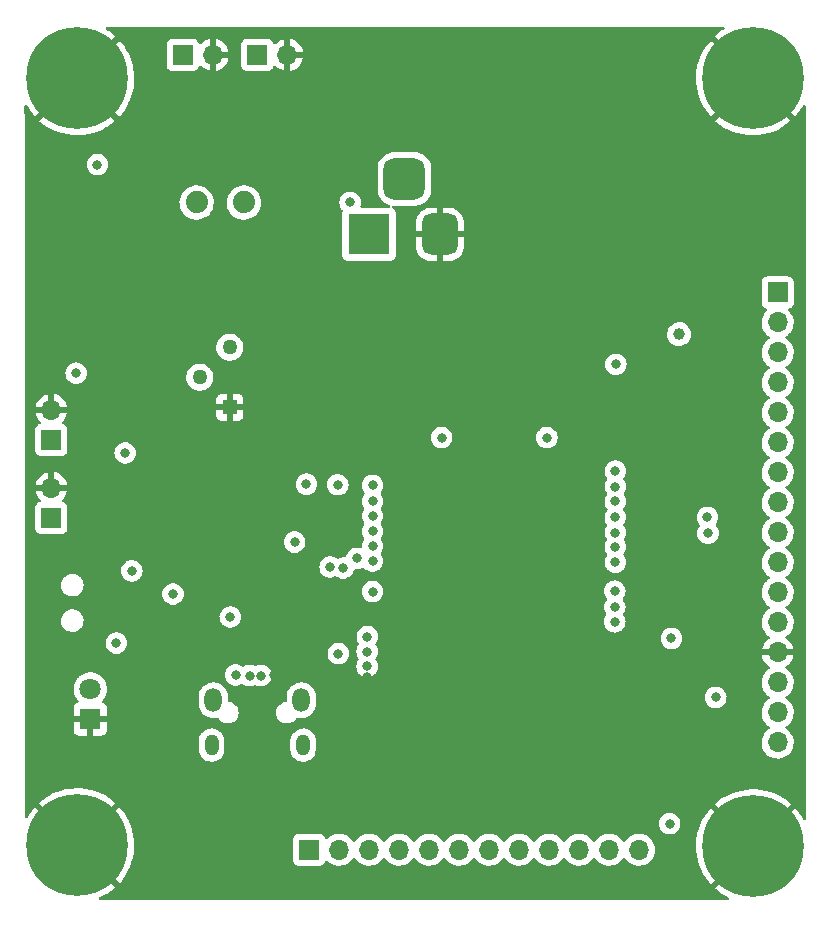
<source format=gbr>
%TF.GenerationSoftware,KiCad,Pcbnew,(6.0.1)*%
%TF.CreationDate,2022-03-22T21:47:25-04:00*%
%TF.ProjectId,Looking Glass,4c6f6f6b-696e-4672-9047-6c6173732e6b,rev?*%
%TF.SameCoordinates,Original*%
%TF.FileFunction,Copper,L2,Inr*%
%TF.FilePolarity,Positive*%
%FSLAX46Y46*%
G04 Gerber Fmt 4.6, Leading zero omitted, Abs format (unit mm)*
G04 Created by KiCad (PCBNEW (6.0.1)) date 2022-03-22 21:47:25*
%MOMM*%
%LPD*%
G01*
G04 APERTURE LIST*
G04 Aperture macros list*
%AMRoundRect*
0 Rectangle with rounded corners*
0 $1 Rounding radius*
0 $2 $3 $4 $5 $6 $7 $8 $9 X,Y pos of 4 corners*
0 Add a 4 corners polygon primitive as box body*
4,1,4,$2,$3,$4,$5,$6,$7,$8,$9,$2,$3,0*
0 Add four circle primitives for the rounded corners*
1,1,$1+$1,$2,$3*
1,1,$1+$1,$4,$5*
1,1,$1+$1,$6,$7*
1,1,$1+$1,$8,$9*
0 Add four rect primitives between the rounded corners*
20,1,$1+$1,$2,$3,$4,$5,0*
20,1,$1+$1,$4,$5,$6,$7,0*
20,1,$1+$1,$6,$7,$8,$9,0*
20,1,$1+$1,$8,$9,$2,$3,0*%
G04 Aperture macros list end*
%TA.AperFunction,ComponentPad*%
%ADD10R,3.500000X3.500000*%
%TD*%
%TA.AperFunction,ComponentPad*%
%ADD11RoundRect,0.750000X0.750000X1.000000X-0.750000X1.000000X-0.750000X-1.000000X0.750000X-1.000000X0*%
%TD*%
%TA.AperFunction,ComponentPad*%
%ADD12RoundRect,0.875000X0.875000X0.875000X-0.875000X0.875000X-0.875000X-0.875000X0.875000X-0.875000X0*%
%TD*%
%TA.AperFunction,ComponentPad*%
%ADD13R,1.700000X1.700000*%
%TD*%
%TA.AperFunction,ComponentPad*%
%ADD14O,1.700000X1.700000*%
%TD*%
%TA.AperFunction,ComponentPad*%
%ADD15O,1.450000X2.000000*%
%TD*%
%TA.AperFunction,ComponentPad*%
%ADD16O,1.150000X1.800000*%
%TD*%
%TA.AperFunction,ComponentPad*%
%ADD17R,1.270000X1.270000*%
%TD*%
%TA.AperFunction,ComponentPad*%
%ADD18C,1.270000*%
%TD*%
%TA.AperFunction,ComponentPad*%
%ADD19C,8.600000*%
%TD*%
%TA.AperFunction,ComponentPad*%
%ADD20C,0.900000*%
%TD*%
%TA.AperFunction,ComponentPad*%
%ADD21R,1.800000X1.800000*%
%TD*%
%TA.AperFunction,ComponentPad*%
%ADD22C,1.800000*%
%TD*%
%TA.AperFunction,ComponentPad*%
%ADD23C,1.879600*%
%TD*%
%TA.AperFunction,ViaPad*%
%ADD24C,1.000000*%
%TD*%
%TA.AperFunction,ViaPad*%
%ADD25C,0.800000*%
%TD*%
G04 APERTURE END LIST*
D10*
%TO.N,+12V*%
%TO.C,J8*%
X59500000Y-117700000D03*
D11*
%TO.N,GND*%
X65500000Y-117700000D03*
D12*
%TO.N,N/C*%
X62500000Y-113000000D03*
%TD*%
D13*
%TO.N,+5V*%
%TO.C,J4*%
X43725000Y-102500000D03*
D14*
%TO.N,GND*%
X46265000Y-102500000D03*
%TD*%
D13*
%TO.N,+3V3*%
%TO.C,J3*%
X32600000Y-141700000D03*
D14*
%TO.N,GND*%
X32600000Y-139160000D03*
%TD*%
D15*
%TO.N,unconnected-(J5-Pad6)*%
%TO.C,J5*%
X53770000Y-157145000D03*
D16*
X46170000Y-160945000D03*
D15*
X46320000Y-157145000D03*
D16*
X53920000Y-160945000D03*
%TD*%
D13*
%TO.N,SCI*%
%TO.C,J7*%
X54425000Y-169800000D03*
D14*
%TO.N,SDA*%
X56965000Y-169800000D03*
%TO.N,unconnected-(J7-Pad3)*%
X59505000Y-169800000D03*
%TO.N,IO15_A8*%
X62045000Y-169800000D03*
%TO.N,IO13_A12*%
X64585000Y-169800000D03*
%TO.N,IO12_A11*%
X67125000Y-169800000D03*
%TO.N,IO14_A6*%
X69665000Y-169800000D03*
%TO.N,IO27_A10*%
X72205000Y-169800000D03*
%TO.N,IO33_A9*%
X74745000Y-169800000D03*
%TO.N,IO32_A7*%
X77285000Y-169800000D03*
%TO.N,unconnected-(J7-Pad11)*%
X79825000Y-169800000D03*
%TO.N,unconnected-(J7-Pad12)*%
X82365000Y-169800000D03*
%TD*%
D17*
%TO.N,GND*%
%TO.C,U5*%
X47712700Y-132340000D03*
D18*
%TO.N,Net-(R5-Pad2)*%
X45172700Y-129800000D03*
%TO.N,+5V*%
X47712700Y-127260000D03*
%TD*%
D13*
%TO.N,+2V8*%
%TO.C,J2*%
X32600000Y-135100000D03*
D14*
%TO.N,GND*%
X32600000Y-132560000D03*
%TD*%
D13*
%TO.N,+12V*%
%TO.C,J1*%
X50050000Y-102500000D03*
D14*
%TO.N,GND*%
X52590000Y-102500000D03*
%TD*%
D19*
%TO.N,GND*%
%TO.C,H1*%
X34800000Y-104500000D03*
D20*
X37080419Y-102219581D03*
X34800000Y-107725000D03*
X37080419Y-106780419D03*
X31575000Y-104500000D03*
X32519581Y-102219581D03*
X38025000Y-104500000D03*
X34800000Y-101275000D03*
X32519581Y-106780419D03*
%TD*%
D13*
%TO.N,IO21*%
%TO.C,J6*%
X94100000Y-122620000D03*
D14*
%TO.N,MISO*%
X94100000Y-125160000D03*
%TO.N,MOSI*%
X94100000Y-127700000D03*
%TO.N,SCK*%
X94100000Y-130240000D03*
%TO.N,IO17*%
X94100000Y-132780000D03*
%TO.N,IO16*%
X94100000Y-135320000D03*
%TO.N,A5_IO4*%
X94100000Y-137860000D03*
%TO.N,A2_I34*%
X94100000Y-140400000D03*
%TO.N,A3_I39*%
X94100000Y-142940000D03*
%TO.N,A4_IO36*%
X94100000Y-145480000D03*
%TO.N,A0_DAC2*%
X94100000Y-148020000D03*
%TO.N,A1_DAC1*%
X94100000Y-150560000D03*
%TO.N,GND*%
X94100000Y-153100000D03*
%TO.N,unconnected-(J6-Pad14)*%
X94100000Y-155640000D03*
%TO.N,+3V3*%
X94100000Y-158180000D03*
%TO.N,RESET*%
X94100000Y-160720000D03*
%TD*%
D20*
%TO.N,GND*%
%TO.C,H2*%
X32519581Y-171680419D03*
X34800000Y-166175000D03*
X37080419Y-167119581D03*
X38025000Y-169400000D03*
X37080419Y-171680419D03*
X34800000Y-172625000D03*
X32519581Y-167119581D03*
D19*
X34800000Y-169400000D03*
D20*
X31575000Y-169400000D03*
%TD*%
%TO.N,GND*%
%TO.C,H3*%
X94280419Y-171780419D03*
D19*
X92000000Y-169500000D03*
D20*
X92000000Y-172725000D03*
X95225000Y-169500000D03*
X89719581Y-171780419D03*
X94280419Y-167219581D03*
X92000000Y-166275000D03*
X88775000Y-169500000D03*
X89719581Y-167219581D03*
%TD*%
%TO.N,GND*%
%TO.C,H4*%
X94280419Y-102219581D03*
X95225000Y-104500000D03*
X89719581Y-106780419D03*
X92000000Y-101275000D03*
X88775000Y-104500000D03*
X94280419Y-106780419D03*
X89719581Y-102219581D03*
D19*
X92000000Y-104500000D03*
D20*
X92000000Y-107725000D03*
%TD*%
D21*
%TO.N,GND*%
%TO.C,D1*%
X35900000Y-158725000D03*
D22*
%TO.N,Net-(D1-Pad2)*%
X35900000Y-156185000D03*
%TD*%
D23*
%TO.N,Net-(PHOTO1-Pad1)*%
%TO.C,PHOTO1*%
X48898980Y-115000000D03*
%TO.N,Net-(NT1-Pad1)*%
X44901020Y-115000000D03*
%TD*%
D24*
%TO.N,GND*%
X45800000Y-141650000D03*
D25*
X78400000Y-130900000D03*
D24*
X51400000Y-145800000D03*
X52800000Y-117150000D03*
X42000000Y-126300000D03*
X41950000Y-149700000D03*
X51150000Y-121950000D03*
X42050000Y-125050000D03*
X39450000Y-129250000D03*
X42850000Y-116200000D03*
X36100000Y-133550000D03*
D25*
X59350000Y-155200000D03*
D24*
X78300000Y-124150000D03*
X51500000Y-155000000D03*
X86000000Y-154650000D03*
X36300000Y-143800000D03*
X49050000Y-152450000D03*
X52650000Y-152500000D03*
X41800000Y-140600000D03*
X35500000Y-139950000D03*
D25*
X58300000Y-146850000D03*
D24*
X40650000Y-129250000D03*
D25*
%TO.N,+12V*%
X57900000Y-115000000D03*
D24*
X85750000Y-126150000D03*
D25*
X38100000Y-152300000D03*
X34700000Y-129450000D03*
X38850000Y-136200000D03*
%TO.N,+3V3*%
X39410000Y-146190000D03*
X88850000Y-156900000D03*
X48200000Y-155000000D03*
X47750000Y-150100000D03*
%TO.N,+5V*%
X36500000Y-111800000D03*
%TO.N,Net-(C5-Pad1)*%
X80400000Y-128700000D03*
X56850000Y-138900000D03*
%TO.N,RESET*%
X42900000Y-148150000D03*
X53200000Y-143750000D03*
X84950000Y-167600000D03*
X85100000Y-151900000D03*
%TO.N,Net-(J5-Pad2)*%
X49400000Y-155050000D03*
X56200000Y-145850000D03*
%TO.N,Net-(J5-Pad3)*%
X50350000Y-155050000D03*
X57300000Y-145950000D03*
%TO.N,IO21*%
X59800000Y-147950000D03*
%TO.N,IO17*%
X59800000Y-141550000D03*
%TO.N,IO16*%
X59800000Y-140300000D03*
%TO.N,MISO*%
X59800000Y-145350000D03*
%TO.N,MOSI*%
X59800000Y-144100000D03*
%TO.N,SCK*%
X59800000Y-142850000D03*
%TO.N,A5_IO4*%
X59800000Y-138950000D03*
%TO.N,A4_IO36*%
X80300000Y-150500000D03*
%TO.N,A3_I39*%
X80300000Y-149250000D03*
%TO.N,A2_I34*%
X80300000Y-147900000D03*
%TO.N,A1_DAC1*%
X80350000Y-142950000D03*
X88200000Y-143000000D03*
%TO.N,A0_DAC2*%
X88150000Y-141650000D03*
X80350000Y-141650000D03*
%TO.N,IO13_A12*%
X74550000Y-134900000D03*
%TO.N,IO12_A11*%
X80350000Y-137750000D03*
%TO.N,IO27_A10*%
X80350000Y-140300000D03*
%TO.N,IO33_A9*%
X80350000Y-144150000D03*
%TO.N,IO15_A8*%
X65650000Y-134900000D03*
%TO.N,IO32_A7*%
X80350000Y-145450000D03*
%TO.N,IO14_A6*%
X80350000Y-139050000D03*
%TO.N,SCI*%
X59335000Y-153035000D03*
%TO.N,SDA*%
X59335000Y-154285000D03*
%TO.N,DTR*%
X58459266Y-145140734D03*
X54200000Y-138850000D03*
%TO.N,RTS*%
X56900000Y-153200000D03*
X59350000Y-151750000D03*
%TD*%
%TA.AperFunction,Conductor*%
%TO.N,GND*%
G36*
X89557302Y-100146067D02*
G01*
X89603795Y-100199723D01*
X89613899Y-100269997D01*
X89584405Y-100334577D01*
X89551895Y-100361349D01*
X89423581Y-100434984D01*
X89418848Y-100437987D01*
X89072420Y-100680109D01*
X89067979Y-100683517D01*
X88796476Y-100911739D01*
X88788031Y-100924456D01*
X88794139Y-100934929D01*
X89193493Y-101334283D01*
X89686137Y-101826928D01*
X89719580Y-101860371D01*
X90604878Y-102745668D01*
X94280419Y-106421209D01*
X95165717Y-107306506D01*
X95562145Y-107702934D01*
X95575903Y-107710446D01*
X95585263Y-107703989D01*
X95754244Y-107511303D01*
X95757744Y-107506935D01*
X96007073Y-107165645D01*
X96010168Y-107160987D01*
X96228160Y-106798903D01*
X96230836Y-106793974D01*
X96234638Y-106786161D01*
X96282432Y-106733661D01*
X96351022Y-106715334D01*
X96418633Y-106736999D01*
X96463797Y-106791778D01*
X96473935Y-106841296D01*
X96473935Y-167167446D01*
X96453933Y-167235567D01*
X96400277Y-167282060D01*
X96330003Y-167292164D01*
X96265423Y-167262670D01*
X96236735Y-167226697D01*
X96143931Y-167052526D01*
X96141085Y-167047713D01*
X95909974Y-166693865D01*
X95906692Y-166689297D01*
X95645030Y-166357380D01*
X95641382Y-166353155D01*
X95588103Y-166296715D01*
X95574389Y-166288705D01*
X95573517Y-166288742D01*
X95565438Y-166293772D01*
X95165717Y-166693493D01*
X94280419Y-167578790D01*
X93754332Y-168104878D01*
X90604879Y-171254331D01*
X89719581Y-172139628D01*
X89193494Y-172665716D01*
X88796736Y-173062474D01*
X88789122Y-173076418D01*
X88789171Y-173077110D01*
X88794617Y-173085274D01*
X88872268Y-173157812D01*
X88876507Y-173161433D01*
X89209802Y-173421363D01*
X89214359Y-173424602D01*
X89569448Y-173653880D01*
X89574250Y-173656686D01*
X89914344Y-173835618D01*
X89965317Y-173885038D01*
X89981480Y-173954170D01*
X89957701Y-174021066D01*
X89901531Y-174064487D01*
X89855628Y-174073127D01*
X36763982Y-174052373D01*
X36695869Y-174032344D01*
X36649397Y-173978670D01*
X36639321Y-173908393D01*
X36668839Y-173843823D01*
X36714293Y-173810605D01*
X36892126Y-173734202D01*
X36897169Y-173731764D01*
X37269131Y-173531063D01*
X37273935Y-173528188D01*
X37626563Y-173295231D01*
X37631126Y-173291916D01*
X37961658Y-173028529D01*
X37965873Y-173024852D01*
X38003823Y-172988649D01*
X38011763Y-172974890D01*
X38011713Y-172973843D01*
X38006822Y-172966032D01*
X37606507Y-172565717D01*
X36721210Y-171680419D01*
X36195122Y-171154332D01*
X34441922Y-169401132D01*
X35164408Y-169401132D01*
X35164539Y-169402965D01*
X35168790Y-169409580D01*
X36554331Y-170795121D01*
X37003324Y-171244115D01*
X37080418Y-171321209D01*
X37965716Y-172206506D01*
X38362142Y-172602932D01*
X38375903Y-172610446D01*
X38385263Y-172603989D01*
X38554244Y-172411303D01*
X38557744Y-172406935D01*
X38807073Y-172065645D01*
X38810168Y-172060987D01*
X39028160Y-171698903D01*
X39030841Y-171693964D01*
X39215779Y-171313946D01*
X39218014Y-171308780D01*
X39368442Y-170913815D01*
X39370201Y-170908496D01*
X39429529Y-170698134D01*
X53066500Y-170698134D01*
X53073255Y-170760316D01*
X53124385Y-170896705D01*
X53211739Y-171013261D01*
X53328295Y-171100615D01*
X53464684Y-171151745D01*
X53526866Y-171158500D01*
X55323134Y-171158500D01*
X55385316Y-171151745D01*
X55521705Y-171100615D01*
X55638261Y-171013261D01*
X55725615Y-170896705D01*
X55741154Y-170855256D01*
X55769598Y-170779382D01*
X55812240Y-170722618D01*
X55878802Y-170697918D01*
X55948150Y-170713126D01*
X55982817Y-170741114D01*
X56011250Y-170773938D01*
X56183126Y-170916632D01*
X56376000Y-171029338D01*
X56584692Y-171109030D01*
X56589760Y-171110061D01*
X56589763Y-171110062D01*
X56675715Y-171127549D01*
X56803597Y-171153567D01*
X56808772Y-171153757D01*
X56808774Y-171153757D01*
X57021673Y-171161564D01*
X57021677Y-171161564D01*
X57026837Y-171161753D01*
X57031957Y-171161097D01*
X57031959Y-171161097D01*
X57243288Y-171134025D01*
X57243289Y-171134025D01*
X57248416Y-171133368D01*
X57267812Y-171127549D01*
X57457429Y-171070661D01*
X57457434Y-171070659D01*
X57462384Y-171069174D01*
X57662994Y-170970896D01*
X57844860Y-170841173D01*
X57863062Y-170823035D01*
X57988616Y-170697918D01*
X58003096Y-170683489D01*
X58030548Y-170645286D01*
X58133453Y-170502077D01*
X58134776Y-170503028D01*
X58181645Y-170459857D01*
X58251580Y-170447625D01*
X58317026Y-170475144D01*
X58344875Y-170506994D01*
X58404987Y-170605088D01*
X58551250Y-170773938D01*
X58723126Y-170916632D01*
X58916000Y-171029338D01*
X59124692Y-171109030D01*
X59129760Y-171110061D01*
X59129763Y-171110062D01*
X59215715Y-171127549D01*
X59343597Y-171153567D01*
X59348772Y-171153757D01*
X59348774Y-171153757D01*
X59561673Y-171161564D01*
X59561677Y-171161564D01*
X59566837Y-171161753D01*
X59571957Y-171161097D01*
X59571959Y-171161097D01*
X59783288Y-171134025D01*
X59783289Y-171134025D01*
X59788416Y-171133368D01*
X59807812Y-171127549D01*
X59997429Y-171070661D01*
X59997434Y-171070659D01*
X60002384Y-171069174D01*
X60202994Y-170970896D01*
X60384860Y-170841173D01*
X60403062Y-170823035D01*
X60528616Y-170697918D01*
X60543096Y-170683489D01*
X60570548Y-170645286D01*
X60673453Y-170502077D01*
X60674776Y-170503028D01*
X60721645Y-170459857D01*
X60791580Y-170447625D01*
X60857026Y-170475144D01*
X60884875Y-170506994D01*
X60944987Y-170605088D01*
X61091250Y-170773938D01*
X61263126Y-170916632D01*
X61456000Y-171029338D01*
X61664692Y-171109030D01*
X61669760Y-171110061D01*
X61669763Y-171110062D01*
X61755715Y-171127549D01*
X61883597Y-171153567D01*
X61888772Y-171153757D01*
X61888774Y-171153757D01*
X62101673Y-171161564D01*
X62101677Y-171161564D01*
X62106837Y-171161753D01*
X62111957Y-171161097D01*
X62111959Y-171161097D01*
X62323288Y-171134025D01*
X62323289Y-171134025D01*
X62328416Y-171133368D01*
X62347812Y-171127549D01*
X62537429Y-171070661D01*
X62537434Y-171070659D01*
X62542384Y-171069174D01*
X62742994Y-170970896D01*
X62924860Y-170841173D01*
X62943062Y-170823035D01*
X63068616Y-170697918D01*
X63083096Y-170683489D01*
X63110548Y-170645286D01*
X63213453Y-170502077D01*
X63214776Y-170503028D01*
X63261645Y-170459857D01*
X63331580Y-170447625D01*
X63397026Y-170475144D01*
X63424875Y-170506994D01*
X63484987Y-170605088D01*
X63631250Y-170773938D01*
X63803126Y-170916632D01*
X63996000Y-171029338D01*
X64204692Y-171109030D01*
X64209760Y-171110061D01*
X64209763Y-171110062D01*
X64295715Y-171127549D01*
X64423597Y-171153567D01*
X64428772Y-171153757D01*
X64428774Y-171153757D01*
X64641673Y-171161564D01*
X64641677Y-171161564D01*
X64646837Y-171161753D01*
X64651957Y-171161097D01*
X64651959Y-171161097D01*
X64863288Y-171134025D01*
X64863289Y-171134025D01*
X64868416Y-171133368D01*
X64887812Y-171127549D01*
X65077429Y-171070661D01*
X65077434Y-171070659D01*
X65082384Y-171069174D01*
X65282994Y-170970896D01*
X65464860Y-170841173D01*
X65483062Y-170823035D01*
X65608616Y-170697918D01*
X65623096Y-170683489D01*
X65650548Y-170645286D01*
X65753453Y-170502077D01*
X65754776Y-170503028D01*
X65801645Y-170459857D01*
X65871580Y-170447625D01*
X65937026Y-170475144D01*
X65964875Y-170506994D01*
X66024987Y-170605088D01*
X66171250Y-170773938D01*
X66343126Y-170916632D01*
X66536000Y-171029338D01*
X66744692Y-171109030D01*
X66749760Y-171110061D01*
X66749763Y-171110062D01*
X66835715Y-171127549D01*
X66963597Y-171153567D01*
X66968772Y-171153757D01*
X66968774Y-171153757D01*
X67181673Y-171161564D01*
X67181677Y-171161564D01*
X67186837Y-171161753D01*
X67191957Y-171161097D01*
X67191959Y-171161097D01*
X67403288Y-171134025D01*
X67403289Y-171134025D01*
X67408416Y-171133368D01*
X67427812Y-171127549D01*
X67617429Y-171070661D01*
X67617434Y-171070659D01*
X67622384Y-171069174D01*
X67822994Y-170970896D01*
X68004860Y-170841173D01*
X68023062Y-170823035D01*
X68148616Y-170697918D01*
X68163096Y-170683489D01*
X68190548Y-170645286D01*
X68293453Y-170502077D01*
X68294776Y-170503028D01*
X68341645Y-170459857D01*
X68411580Y-170447625D01*
X68477026Y-170475144D01*
X68504875Y-170506994D01*
X68564987Y-170605088D01*
X68711250Y-170773938D01*
X68883126Y-170916632D01*
X69076000Y-171029338D01*
X69284692Y-171109030D01*
X69289760Y-171110061D01*
X69289763Y-171110062D01*
X69375715Y-171127549D01*
X69503597Y-171153567D01*
X69508772Y-171153757D01*
X69508774Y-171153757D01*
X69721673Y-171161564D01*
X69721677Y-171161564D01*
X69726837Y-171161753D01*
X69731957Y-171161097D01*
X69731959Y-171161097D01*
X69943288Y-171134025D01*
X69943289Y-171134025D01*
X69948416Y-171133368D01*
X69967812Y-171127549D01*
X70157429Y-171070661D01*
X70157434Y-171070659D01*
X70162384Y-171069174D01*
X70362994Y-170970896D01*
X70544860Y-170841173D01*
X70563062Y-170823035D01*
X70688616Y-170697918D01*
X70703096Y-170683489D01*
X70730548Y-170645286D01*
X70833453Y-170502077D01*
X70834776Y-170503028D01*
X70881645Y-170459857D01*
X70951580Y-170447625D01*
X71017026Y-170475144D01*
X71044875Y-170506994D01*
X71104987Y-170605088D01*
X71251250Y-170773938D01*
X71423126Y-170916632D01*
X71616000Y-171029338D01*
X71824692Y-171109030D01*
X71829760Y-171110061D01*
X71829763Y-171110062D01*
X71915715Y-171127549D01*
X72043597Y-171153567D01*
X72048772Y-171153757D01*
X72048774Y-171153757D01*
X72261673Y-171161564D01*
X72261677Y-171161564D01*
X72266837Y-171161753D01*
X72271957Y-171161097D01*
X72271959Y-171161097D01*
X72483288Y-171134025D01*
X72483289Y-171134025D01*
X72488416Y-171133368D01*
X72507812Y-171127549D01*
X72697429Y-171070661D01*
X72697434Y-171070659D01*
X72702384Y-171069174D01*
X72902994Y-170970896D01*
X73084860Y-170841173D01*
X73103062Y-170823035D01*
X73228616Y-170697918D01*
X73243096Y-170683489D01*
X73270548Y-170645286D01*
X73373453Y-170502077D01*
X73374776Y-170503028D01*
X73421645Y-170459857D01*
X73491580Y-170447625D01*
X73557026Y-170475144D01*
X73584875Y-170506994D01*
X73644987Y-170605088D01*
X73791250Y-170773938D01*
X73963126Y-170916632D01*
X74156000Y-171029338D01*
X74364692Y-171109030D01*
X74369760Y-171110061D01*
X74369763Y-171110062D01*
X74455715Y-171127549D01*
X74583597Y-171153567D01*
X74588772Y-171153757D01*
X74588774Y-171153757D01*
X74801673Y-171161564D01*
X74801677Y-171161564D01*
X74806837Y-171161753D01*
X74811957Y-171161097D01*
X74811959Y-171161097D01*
X75023288Y-171134025D01*
X75023289Y-171134025D01*
X75028416Y-171133368D01*
X75047812Y-171127549D01*
X75237429Y-171070661D01*
X75237434Y-171070659D01*
X75242384Y-171069174D01*
X75442994Y-170970896D01*
X75624860Y-170841173D01*
X75643062Y-170823035D01*
X75768616Y-170697918D01*
X75783096Y-170683489D01*
X75810548Y-170645286D01*
X75913453Y-170502077D01*
X75914776Y-170503028D01*
X75961645Y-170459857D01*
X76031580Y-170447625D01*
X76097026Y-170475144D01*
X76124875Y-170506994D01*
X76184987Y-170605088D01*
X76331250Y-170773938D01*
X76503126Y-170916632D01*
X76696000Y-171029338D01*
X76904692Y-171109030D01*
X76909760Y-171110061D01*
X76909763Y-171110062D01*
X76995715Y-171127549D01*
X77123597Y-171153567D01*
X77128772Y-171153757D01*
X77128774Y-171153757D01*
X77341673Y-171161564D01*
X77341677Y-171161564D01*
X77346837Y-171161753D01*
X77351957Y-171161097D01*
X77351959Y-171161097D01*
X77563288Y-171134025D01*
X77563289Y-171134025D01*
X77568416Y-171133368D01*
X77587812Y-171127549D01*
X77777429Y-171070661D01*
X77777434Y-171070659D01*
X77782384Y-171069174D01*
X77982994Y-170970896D01*
X78164860Y-170841173D01*
X78183062Y-170823035D01*
X78308616Y-170697918D01*
X78323096Y-170683489D01*
X78350548Y-170645286D01*
X78453453Y-170502077D01*
X78454776Y-170503028D01*
X78501645Y-170459857D01*
X78571580Y-170447625D01*
X78637026Y-170475144D01*
X78664875Y-170506994D01*
X78724987Y-170605088D01*
X78871250Y-170773938D01*
X79043126Y-170916632D01*
X79236000Y-171029338D01*
X79444692Y-171109030D01*
X79449760Y-171110061D01*
X79449763Y-171110062D01*
X79535715Y-171127549D01*
X79663597Y-171153567D01*
X79668772Y-171153757D01*
X79668774Y-171153757D01*
X79881673Y-171161564D01*
X79881677Y-171161564D01*
X79886837Y-171161753D01*
X79891957Y-171161097D01*
X79891959Y-171161097D01*
X80103288Y-171134025D01*
X80103289Y-171134025D01*
X80108416Y-171133368D01*
X80127812Y-171127549D01*
X80317429Y-171070661D01*
X80317434Y-171070659D01*
X80322384Y-171069174D01*
X80522994Y-170970896D01*
X80704860Y-170841173D01*
X80723062Y-170823035D01*
X80848616Y-170697918D01*
X80863096Y-170683489D01*
X80890548Y-170645286D01*
X80993453Y-170502077D01*
X80994776Y-170503028D01*
X81041645Y-170459857D01*
X81111580Y-170447625D01*
X81177026Y-170475144D01*
X81204875Y-170506994D01*
X81264987Y-170605088D01*
X81411250Y-170773938D01*
X81583126Y-170916632D01*
X81776000Y-171029338D01*
X81984692Y-171109030D01*
X81989760Y-171110061D01*
X81989763Y-171110062D01*
X82075715Y-171127549D01*
X82203597Y-171153567D01*
X82208772Y-171153757D01*
X82208774Y-171153757D01*
X82421673Y-171161564D01*
X82421677Y-171161564D01*
X82426837Y-171161753D01*
X82431957Y-171161097D01*
X82431959Y-171161097D01*
X82643288Y-171134025D01*
X82643289Y-171134025D01*
X82648416Y-171133368D01*
X82667812Y-171127549D01*
X82857429Y-171070661D01*
X82857434Y-171070659D01*
X82862384Y-171069174D01*
X83062994Y-170970896D01*
X83244860Y-170841173D01*
X83263062Y-170823035D01*
X83388616Y-170697918D01*
X83403096Y-170683489D01*
X83430548Y-170645286D01*
X83530435Y-170506277D01*
X83533453Y-170502077D01*
X83536329Y-170496259D01*
X83630136Y-170306453D01*
X83630137Y-170306451D01*
X83632430Y-170301811D01*
X83697370Y-170088069D01*
X83726529Y-169866590D01*
X83726611Y-169863240D01*
X83728074Y-169803365D01*
X83728074Y-169803361D01*
X83728156Y-169800000D01*
X83709852Y-169577361D01*
X83659481Y-169376825D01*
X87188855Y-169376825D01*
X87196600Y-169799410D01*
X87196950Y-169804976D01*
X87242231Y-170225208D01*
X87243078Y-170230746D01*
X87325535Y-170645286D01*
X87326864Y-170650698D01*
X87445852Y-171056289D01*
X87447658Y-171061564D01*
X87602219Y-171454948D01*
X87604501Y-171460072D01*
X87793416Y-171838150D01*
X87796140Y-171843043D01*
X88017917Y-172202833D01*
X88021068Y-172207469D01*
X88273955Y-172546127D01*
X88277488Y-172550444D01*
X88413222Y-172701988D01*
X88426717Y-172710351D01*
X88436128Y-172704662D01*
X88834283Y-172306507D01*
X89719581Y-171421210D01*
X89783229Y-171357562D01*
X90245668Y-170895122D01*
X91627978Y-169512812D01*
X91635592Y-169498868D01*
X91635461Y-169497035D01*
X91631210Y-169490420D01*
X90245669Y-168104879D01*
X89360372Y-167219581D01*
X88834284Y-166693494D01*
X88435561Y-166294771D01*
X88422253Y-166287504D01*
X88412214Y-166294626D01*
X88168223Y-166587994D01*
X88164828Y-166592467D01*
X87924528Y-166940152D01*
X87921549Y-166944902D01*
X87713106Y-167312575D01*
X87710562Y-167317568D01*
X87535629Y-167702312D01*
X87533538Y-167707511D01*
X87393498Y-168106290D01*
X87391877Y-168111659D01*
X87287840Y-168521303D01*
X87286706Y-168526776D01*
X87219496Y-168944054D01*
X87218851Y-168949632D01*
X87189002Y-169371204D01*
X87188855Y-169376825D01*
X83659481Y-169376825D01*
X83655431Y-169360702D01*
X83566354Y-169155840D01*
X83485727Y-169031210D01*
X83447822Y-168972617D01*
X83447820Y-168972614D01*
X83445014Y-168968277D01*
X83294670Y-168803051D01*
X83290619Y-168799852D01*
X83290615Y-168799848D01*
X83123414Y-168667800D01*
X83123410Y-168667798D01*
X83119359Y-168664598D01*
X82923789Y-168556638D01*
X82918920Y-168554914D01*
X82918916Y-168554912D01*
X82718087Y-168483795D01*
X82718083Y-168483794D01*
X82713212Y-168482069D01*
X82708119Y-168481162D01*
X82708116Y-168481161D01*
X82498373Y-168443800D01*
X82498367Y-168443799D01*
X82493284Y-168442894D01*
X82419452Y-168441992D01*
X82275081Y-168440228D01*
X82275079Y-168440228D01*
X82269911Y-168440165D01*
X82049091Y-168473955D01*
X81836756Y-168543357D01*
X81638607Y-168646507D01*
X81634474Y-168649610D01*
X81634471Y-168649612D01*
X81464100Y-168777530D01*
X81459965Y-168780635D01*
X81456393Y-168784373D01*
X81348729Y-168897037D01*
X81305629Y-168942138D01*
X81198201Y-169099621D01*
X81143293Y-169144621D01*
X81072768Y-169152792D01*
X81009021Y-169121538D01*
X80988324Y-169097054D01*
X80907822Y-168972617D01*
X80907820Y-168972614D01*
X80905014Y-168968277D01*
X80754670Y-168803051D01*
X80750619Y-168799852D01*
X80750615Y-168799848D01*
X80583414Y-168667800D01*
X80583410Y-168667798D01*
X80579359Y-168664598D01*
X80383789Y-168556638D01*
X80378920Y-168554914D01*
X80378916Y-168554912D01*
X80178087Y-168483795D01*
X80178083Y-168483794D01*
X80173212Y-168482069D01*
X80168119Y-168481162D01*
X80168116Y-168481161D01*
X79958373Y-168443800D01*
X79958367Y-168443799D01*
X79953284Y-168442894D01*
X79879452Y-168441992D01*
X79735081Y-168440228D01*
X79735079Y-168440228D01*
X79729911Y-168440165D01*
X79509091Y-168473955D01*
X79296756Y-168543357D01*
X79098607Y-168646507D01*
X79094474Y-168649610D01*
X79094471Y-168649612D01*
X78924100Y-168777530D01*
X78919965Y-168780635D01*
X78916393Y-168784373D01*
X78808729Y-168897037D01*
X78765629Y-168942138D01*
X78658201Y-169099621D01*
X78603293Y-169144621D01*
X78532768Y-169152792D01*
X78469021Y-169121538D01*
X78448324Y-169097054D01*
X78367822Y-168972617D01*
X78367820Y-168972614D01*
X78365014Y-168968277D01*
X78214670Y-168803051D01*
X78210619Y-168799852D01*
X78210615Y-168799848D01*
X78043414Y-168667800D01*
X78043410Y-168667798D01*
X78039359Y-168664598D01*
X77843789Y-168556638D01*
X77838920Y-168554914D01*
X77838916Y-168554912D01*
X77638087Y-168483795D01*
X77638083Y-168483794D01*
X77633212Y-168482069D01*
X77628119Y-168481162D01*
X77628116Y-168481161D01*
X77418373Y-168443800D01*
X77418367Y-168443799D01*
X77413284Y-168442894D01*
X77339452Y-168441992D01*
X77195081Y-168440228D01*
X77195079Y-168440228D01*
X77189911Y-168440165D01*
X76969091Y-168473955D01*
X76756756Y-168543357D01*
X76558607Y-168646507D01*
X76554474Y-168649610D01*
X76554471Y-168649612D01*
X76384100Y-168777530D01*
X76379965Y-168780635D01*
X76376393Y-168784373D01*
X76268729Y-168897037D01*
X76225629Y-168942138D01*
X76118201Y-169099621D01*
X76063293Y-169144621D01*
X75992768Y-169152792D01*
X75929021Y-169121538D01*
X75908324Y-169097054D01*
X75827822Y-168972617D01*
X75827820Y-168972614D01*
X75825014Y-168968277D01*
X75674670Y-168803051D01*
X75670619Y-168799852D01*
X75670615Y-168799848D01*
X75503414Y-168667800D01*
X75503410Y-168667798D01*
X75499359Y-168664598D01*
X75303789Y-168556638D01*
X75298920Y-168554914D01*
X75298916Y-168554912D01*
X75098087Y-168483795D01*
X75098083Y-168483794D01*
X75093212Y-168482069D01*
X75088119Y-168481162D01*
X75088116Y-168481161D01*
X74878373Y-168443800D01*
X74878367Y-168443799D01*
X74873284Y-168442894D01*
X74799452Y-168441992D01*
X74655081Y-168440228D01*
X74655079Y-168440228D01*
X74649911Y-168440165D01*
X74429091Y-168473955D01*
X74216756Y-168543357D01*
X74018607Y-168646507D01*
X74014474Y-168649610D01*
X74014471Y-168649612D01*
X73844100Y-168777530D01*
X73839965Y-168780635D01*
X73836393Y-168784373D01*
X73728729Y-168897037D01*
X73685629Y-168942138D01*
X73578201Y-169099621D01*
X73523293Y-169144621D01*
X73452768Y-169152792D01*
X73389021Y-169121538D01*
X73368324Y-169097054D01*
X73287822Y-168972617D01*
X73287820Y-168972614D01*
X73285014Y-168968277D01*
X73134670Y-168803051D01*
X73130619Y-168799852D01*
X73130615Y-168799848D01*
X72963414Y-168667800D01*
X72963410Y-168667798D01*
X72959359Y-168664598D01*
X72763789Y-168556638D01*
X72758920Y-168554914D01*
X72758916Y-168554912D01*
X72558087Y-168483795D01*
X72558083Y-168483794D01*
X72553212Y-168482069D01*
X72548119Y-168481162D01*
X72548116Y-168481161D01*
X72338373Y-168443800D01*
X72338367Y-168443799D01*
X72333284Y-168442894D01*
X72259452Y-168441992D01*
X72115081Y-168440228D01*
X72115079Y-168440228D01*
X72109911Y-168440165D01*
X71889091Y-168473955D01*
X71676756Y-168543357D01*
X71478607Y-168646507D01*
X71474474Y-168649610D01*
X71474471Y-168649612D01*
X71304100Y-168777530D01*
X71299965Y-168780635D01*
X71296393Y-168784373D01*
X71188729Y-168897037D01*
X71145629Y-168942138D01*
X71038201Y-169099621D01*
X70983293Y-169144621D01*
X70912768Y-169152792D01*
X70849021Y-169121538D01*
X70828324Y-169097054D01*
X70747822Y-168972617D01*
X70747820Y-168972614D01*
X70745014Y-168968277D01*
X70594670Y-168803051D01*
X70590619Y-168799852D01*
X70590615Y-168799848D01*
X70423414Y-168667800D01*
X70423410Y-168667798D01*
X70419359Y-168664598D01*
X70223789Y-168556638D01*
X70218920Y-168554914D01*
X70218916Y-168554912D01*
X70018087Y-168483795D01*
X70018083Y-168483794D01*
X70013212Y-168482069D01*
X70008119Y-168481162D01*
X70008116Y-168481161D01*
X69798373Y-168443800D01*
X69798367Y-168443799D01*
X69793284Y-168442894D01*
X69719452Y-168441992D01*
X69575081Y-168440228D01*
X69575079Y-168440228D01*
X69569911Y-168440165D01*
X69349091Y-168473955D01*
X69136756Y-168543357D01*
X68938607Y-168646507D01*
X68934474Y-168649610D01*
X68934471Y-168649612D01*
X68764100Y-168777530D01*
X68759965Y-168780635D01*
X68756393Y-168784373D01*
X68648729Y-168897037D01*
X68605629Y-168942138D01*
X68498201Y-169099621D01*
X68443293Y-169144621D01*
X68372768Y-169152792D01*
X68309021Y-169121538D01*
X68288324Y-169097054D01*
X68207822Y-168972617D01*
X68207820Y-168972614D01*
X68205014Y-168968277D01*
X68054670Y-168803051D01*
X68050619Y-168799852D01*
X68050615Y-168799848D01*
X67883414Y-168667800D01*
X67883410Y-168667798D01*
X67879359Y-168664598D01*
X67683789Y-168556638D01*
X67678920Y-168554914D01*
X67678916Y-168554912D01*
X67478087Y-168483795D01*
X67478083Y-168483794D01*
X67473212Y-168482069D01*
X67468119Y-168481162D01*
X67468116Y-168481161D01*
X67258373Y-168443800D01*
X67258367Y-168443799D01*
X67253284Y-168442894D01*
X67179452Y-168441992D01*
X67035081Y-168440228D01*
X67035079Y-168440228D01*
X67029911Y-168440165D01*
X66809091Y-168473955D01*
X66596756Y-168543357D01*
X66398607Y-168646507D01*
X66394474Y-168649610D01*
X66394471Y-168649612D01*
X66224100Y-168777530D01*
X66219965Y-168780635D01*
X66216393Y-168784373D01*
X66108729Y-168897037D01*
X66065629Y-168942138D01*
X65958201Y-169099621D01*
X65903293Y-169144621D01*
X65832768Y-169152792D01*
X65769021Y-169121538D01*
X65748324Y-169097054D01*
X65667822Y-168972617D01*
X65667820Y-168972614D01*
X65665014Y-168968277D01*
X65514670Y-168803051D01*
X65510619Y-168799852D01*
X65510615Y-168799848D01*
X65343414Y-168667800D01*
X65343410Y-168667798D01*
X65339359Y-168664598D01*
X65143789Y-168556638D01*
X65138920Y-168554914D01*
X65138916Y-168554912D01*
X64938087Y-168483795D01*
X64938083Y-168483794D01*
X64933212Y-168482069D01*
X64928119Y-168481162D01*
X64928116Y-168481161D01*
X64718373Y-168443800D01*
X64718367Y-168443799D01*
X64713284Y-168442894D01*
X64639452Y-168441992D01*
X64495081Y-168440228D01*
X64495079Y-168440228D01*
X64489911Y-168440165D01*
X64269091Y-168473955D01*
X64056756Y-168543357D01*
X63858607Y-168646507D01*
X63854474Y-168649610D01*
X63854471Y-168649612D01*
X63684100Y-168777530D01*
X63679965Y-168780635D01*
X63676393Y-168784373D01*
X63568729Y-168897037D01*
X63525629Y-168942138D01*
X63418201Y-169099621D01*
X63363293Y-169144621D01*
X63292768Y-169152792D01*
X63229021Y-169121538D01*
X63208324Y-169097054D01*
X63127822Y-168972617D01*
X63127820Y-168972614D01*
X63125014Y-168968277D01*
X62974670Y-168803051D01*
X62970619Y-168799852D01*
X62970615Y-168799848D01*
X62803414Y-168667800D01*
X62803410Y-168667798D01*
X62799359Y-168664598D01*
X62603789Y-168556638D01*
X62598920Y-168554914D01*
X62598916Y-168554912D01*
X62398087Y-168483795D01*
X62398083Y-168483794D01*
X62393212Y-168482069D01*
X62388119Y-168481162D01*
X62388116Y-168481161D01*
X62178373Y-168443800D01*
X62178367Y-168443799D01*
X62173284Y-168442894D01*
X62099452Y-168441992D01*
X61955081Y-168440228D01*
X61955079Y-168440228D01*
X61949911Y-168440165D01*
X61729091Y-168473955D01*
X61516756Y-168543357D01*
X61318607Y-168646507D01*
X61314474Y-168649610D01*
X61314471Y-168649612D01*
X61144100Y-168777530D01*
X61139965Y-168780635D01*
X61136393Y-168784373D01*
X61028729Y-168897037D01*
X60985629Y-168942138D01*
X60878201Y-169099621D01*
X60823293Y-169144621D01*
X60752768Y-169152792D01*
X60689021Y-169121538D01*
X60668324Y-169097054D01*
X60587822Y-168972617D01*
X60587820Y-168972614D01*
X60585014Y-168968277D01*
X60434670Y-168803051D01*
X60430619Y-168799852D01*
X60430615Y-168799848D01*
X60263414Y-168667800D01*
X60263410Y-168667798D01*
X60259359Y-168664598D01*
X60063789Y-168556638D01*
X60058920Y-168554914D01*
X60058916Y-168554912D01*
X59858087Y-168483795D01*
X59858083Y-168483794D01*
X59853212Y-168482069D01*
X59848119Y-168481162D01*
X59848116Y-168481161D01*
X59638373Y-168443800D01*
X59638367Y-168443799D01*
X59633284Y-168442894D01*
X59559452Y-168441992D01*
X59415081Y-168440228D01*
X59415079Y-168440228D01*
X59409911Y-168440165D01*
X59189091Y-168473955D01*
X58976756Y-168543357D01*
X58778607Y-168646507D01*
X58774474Y-168649610D01*
X58774471Y-168649612D01*
X58604100Y-168777530D01*
X58599965Y-168780635D01*
X58596393Y-168784373D01*
X58488729Y-168897037D01*
X58445629Y-168942138D01*
X58338201Y-169099621D01*
X58283293Y-169144621D01*
X58212768Y-169152792D01*
X58149021Y-169121538D01*
X58128324Y-169097054D01*
X58047822Y-168972617D01*
X58047820Y-168972614D01*
X58045014Y-168968277D01*
X57894670Y-168803051D01*
X57890619Y-168799852D01*
X57890615Y-168799848D01*
X57723414Y-168667800D01*
X57723410Y-168667798D01*
X57719359Y-168664598D01*
X57523789Y-168556638D01*
X57518920Y-168554914D01*
X57518916Y-168554912D01*
X57318087Y-168483795D01*
X57318083Y-168483794D01*
X57313212Y-168482069D01*
X57308119Y-168481162D01*
X57308116Y-168481161D01*
X57098373Y-168443800D01*
X57098367Y-168443799D01*
X57093284Y-168442894D01*
X57019452Y-168441992D01*
X56875081Y-168440228D01*
X56875079Y-168440228D01*
X56869911Y-168440165D01*
X56649091Y-168473955D01*
X56436756Y-168543357D01*
X56238607Y-168646507D01*
X56234474Y-168649610D01*
X56234471Y-168649612D01*
X56064100Y-168777530D01*
X56059965Y-168780635D01*
X56003537Y-168839684D01*
X55979283Y-168865064D01*
X55917759Y-168900494D01*
X55846846Y-168897037D01*
X55789060Y-168855791D01*
X55770207Y-168822243D01*
X55728767Y-168711703D01*
X55725615Y-168703295D01*
X55638261Y-168586739D01*
X55521705Y-168499385D01*
X55385316Y-168448255D01*
X55323134Y-168441500D01*
X53526866Y-168441500D01*
X53464684Y-168448255D01*
X53328295Y-168499385D01*
X53211739Y-168586739D01*
X53124385Y-168703295D01*
X53073255Y-168839684D01*
X53066500Y-168901866D01*
X53066500Y-170698134D01*
X39429529Y-170698134D01*
X39484920Y-170501730D01*
X39486204Y-170496259D01*
X39564315Y-170080883D01*
X39565102Y-170075346D01*
X39606035Y-169654102D01*
X39606308Y-169649665D01*
X39612788Y-169402233D01*
X39612746Y-169397762D01*
X39593917Y-168974973D01*
X39593419Y-168969386D01*
X39537155Y-168550499D01*
X39536162Y-168544976D01*
X39442883Y-168132748D01*
X39441410Y-168127361D01*
X39311847Y-167725025D01*
X39309910Y-167719815D01*
X39259175Y-167600000D01*
X84036496Y-167600000D01*
X84037186Y-167606565D01*
X84049637Y-167725025D01*
X84056458Y-167789928D01*
X84115473Y-167971556D01*
X84118776Y-167977278D01*
X84118777Y-167977279D01*
X84134712Y-168004879D01*
X84210960Y-168136944D01*
X84338747Y-168278866D01*
X84493248Y-168391118D01*
X84499276Y-168393802D01*
X84499278Y-168393803D01*
X84621580Y-168448255D01*
X84667712Y-168468794D01*
X84730166Y-168482069D01*
X84848056Y-168507128D01*
X84848061Y-168507128D01*
X84854513Y-168508500D01*
X85045487Y-168508500D01*
X85051939Y-168507128D01*
X85051944Y-168507128D01*
X85169834Y-168482069D01*
X85232288Y-168468794D01*
X85278420Y-168448255D01*
X85400722Y-168393803D01*
X85400724Y-168393802D01*
X85406752Y-168391118D01*
X85561253Y-168278866D01*
X85689040Y-168136944D01*
X85765288Y-168004879D01*
X85781223Y-167977279D01*
X85781224Y-167977278D01*
X85784527Y-167971556D01*
X85843542Y-167789928D01*
X85850364Y-167725025D01*
X85862814Y-167606565D01*
X85863504Y-167600000D01*
X85861275Y-167578790D01*
X85844232Y-167416635D01*
X85844232Y-167416633D01*
X85843542Y-167410072D01*
X85784527Y-167228444D01*
X85689040Y-167063056D01*
X85561253Y-166921134D01*
X85406752Y-166808882D01*
X85400724Y-166806198D01*
X85400722Y-166806197D01*
X85238319Y-166733891D01*
X85238318Y-166733891D01*
X85232288Y-166731206D01*
X85138888Y-166711353D01*
X85051944Y-166692872D01*
X85051939Y-166692872D01*
X85045487Y-166691500D01*
X84854513Y-166691500D01*
X84848061Y-166692872D01*
X84848056Y-166692872D01*
X84761112Y-166711353D01*
X84667712Y-166731206D01*
X84661682Y-166733891D01*
X84661681Y-166733891D01*
X84499278Y-166806197D01*
X84499276Y-166806198D01*
X84493248Y-166808882D01*
X84338747Y-166921134D01*
X84210960Y-167063056D01*
X84115473Y-167228444D01*
X84056458Y-167410072D01*
X84055768Y-167416633D01*
X84055768Y-167416635D01*
X84038725Y-167578790D01*
X84036496Y-167600000D01*
X39259175Y-167600000D01*
X39145098Y-167330599D01*
X39142683Y-167325536D01*
X38943936Y-166952535D01*
X38941085Y-166947713D01*
X38709974Y-166593865D01*
X38706692Y-166589297D01*
X38445030Y-166257380D01*
X38441382Y-166253155D01*
X38388103Y-166196715D01*
X38374389Y-166188705D01*
X38373517Y-166188742D01*
X38365438Y-166193772D01*
X37965717Y-166593493D01*
X37080419Y-167478790D01*
X36554332Y-168004878D01*
X35172022Y-169387188D01*
X35164408Y-169401132D01*
X34441922Y-169401132D01*
X33045669Y-168004879D01*
X32160372Y-167119581D01*
X31634284Y-166593494D01*
X31235561Y-166194771D01*
X31222253Y-166187504D01*
X31212214Y-166194626D01*
X30968223Y-166487994D01*
X30964828Y-166492467D01*
X30724528Y-166840152D01*
X30721549Y-166844902D01*
X30583117Y-167089081D01*
X30532120Y-167138476D01*
X30462514Y-167152460D01*
X30396398Y-167126591D01*
X30354763Y-167069084D01*
X30347506Y-167026983D01*
X30347357Y-166592467D01*
X30347093Y-165824456D01*
X31588031Y-165824456D01*
X31594139Y-165834929D01*
X31993493Y-166234283D01*
X32450709Y-166691500D01*
X32519580Y-166760371D01*
X33404878Y-167645668D01*
X34787188Y-169027978D01*
X34801132Y-169035592D01*
X34802965Y-169035461D01*
X34809580Y-169031210D01*
X36195121Y-167645669D01*
X37080419Y-166760372D01*
X37149290Y-166691501D01*
X37606506Y-166234284D01*
X37916334Y-165924456D01*
X88788031Y-165924456D01*
X88794139Y-165934929D01*
X89193493Y-166334283D01*
X89668091Y-166808882D01*
X89719580Y-166860371D01*
X90604878Y-167745668D01*
X91987188Y-169127978D01*
X92001132Y-169135592D01*
X92002965Y-169135461D01*
X92009580Y-169131210D01*
X93395121Y-167745669D01*
X94280419Y-166860372D01*
X94331908Y-166808883D01*
X94806506Y-166334284D01*
X95202754Y-165938036D01*
X95210316Y-165924187D01*
X95203987Y-165914962D01*
X95030928Y-165761582D01*
X95026561Y-165758046D01*
X94686600Y-165506948D01*
X94681947Y-165503821D01*
X94320995Y-165283926D01*
X94316094Y-165281232D01*
X93937027Y-165094297D01*
X93931904Y-165092048D01*
X93537707Y-164939545D01*
X93532417Y-164937765D01*
X93126218Y-164820904D01*
X93120794Y-164819602D01*
X92705822Y-164739316D01*
X92700293Y-164738500D01*
X92279828Y-164695420D01*
X92274247Y-164695098D01*
X91851635Y-164689566D01*
X91846024Y-164689742D01*
X91424593Y-164721800D01*
X91419036Y-164722472D01*
X91002128Y-164791864D01*
X90996631Y-164793032D01*
X90587547Y-164899209D01*
X90582181Y-164900861D01*
X90184153Y-165042983D01*
X90178965Y-165045100D01*
X89795133Y-165222050D01*
X89790164Y-165224614D01*
X89423581Y-165434984D01*
X89418848Y-165437987D01*
X89072420Y-165680109D01*
X89067979Y-165683517D01*
X88796476Y-165911739D01*
X88788031Y-165924456D01*
X37916334Y-165924456D01*
X38002754Y-165838036D01*
X38010316Y-165824187D01*
X38003987Y-165814962D01*
X37830928Y-165661582D01*
X37826561Y-165658046D01*
X37486600Y-165406948D01*
X37481947Y-165403821D01*
X37120995Y-165183926D01*
X37116094Y-165181232D01*
X36737027Y-164994297D01*
X36731904Y-164992048D01*
X36337707Y-164839545D01*
X36332417Y-164837765D01*
X35926218Y-164720904D01*
X35920794Y-164719602D01*
X35505822Y-164639316D01*
X35500293Y-164638500D01*
X35079828Y-164595420D01*
X35074247Y-164595098D01*
X34651635Y-164589566D01*
X34646024Y-164589742D01*
X34224593Y-164621800D01*
X34219036Y-164622472D01*
X33802128Y-164691864D01*
X33796631Y-164693032D01*
X33387547Y-164799209D01*
X33382181Y-164800861D01*
X32984153Y-164942983D01*
X32978965Y-164945100D01*
X32595133Y-165122050D01*
X32590164Y-165124614D01*
X32223581Y-165334984D01*
X32218848Y-165337987D01*
X31872420Y-165580109D01*
X31867979Y-165583517D01*
X31596476Y-165811739D01*
X31588031Y-165824456D01*
X30347093Y-165824456D01*
X30345544Y-161321651D01*
X45086500Y-161321651D01*
X45101209Y-161475817D01*
X45159410Y-161674207D01*
X45162154Y-161679534D01*
X45162154Y-161679535D01*
X45244408Y-161839241D01*
X45254076Y-161858013D01*
X45381791Y-162020601D01*
X45386321Y-162024532D01*
X45386322Y-162024533D01*
X45392694Y-162030062D01*
X45537947Y-162156106D01*
X45716908Y-162259638D01*
X45822971Y-162296469D01*
X45906554Y-162325494D01*
X45906556Y-162325494D01*
X45912219Y-162327461D01*
X45918154Y-162328322D01*
X45918156Y-162328322D01*
X46110891Y-162356268D01*
X46110894Y-162356268D01*
X46116831Y-162357129D01*
X46323361Y-162347569D01*
X46451537Y-162316679D01*
X46518524Y-162300535D01*
X46518526Y-162300534D01*
X46524357Y-162299129D01*
X46529815Y-162296647D01*
X46529819Y-162296646D01*
X46643832Y-162244807D01*
X46712568Y-162213555D01*
X46881201Y-162093935D01*
X46885339Y-162089612D01*
X46885344Y-162089608D01*
X47020025Y-161948918D01*
X47024173Y-161944585D01*
X47058840Y-161890896D01*
X47133068Y-161775935D01*
X47136323Y-161770894D01*
X47139033Y-161764171D01*
X47211362Y-161584699D01*
X47211363Y-161584696D01*
X47213606Y-161579130D01*
X47253233Y-161376212D01*
X47253500Y-161370753D01*
X47253500Y-161321651D01*
X52836500Y-161321651D01*
X52851209Y-161475817D01*
X52909410Y-161674207D01*
X52912154Y-161679534D01*
X52912154Y-161679535D01*
X52994408Y-161839241D01*
X53004076Y-161858013D01*
X53131791Y-162020601D01*
X53136321Y-162024532D01*
X53136322Y-162024533D01*
X53142694Y-162030062D01*
X53287947Y-162156106D01*
X53466908Y-162259638D01*
X53572971Y-162296469D01*
X53656554Y-162325494D01*
X53656556Y-162325494D01*
X53662219Y-162327461D01*
X53668154Y-162328322D01*
X53668156Y-162328322D01*
X53860891Y-162356268D01*
X53860894Y-162356268D01*
X53866831Y-162357129D01*
X54073361Y-162347569D01*
X54201537Y-162316679D01*
X54268524Y-162300535D01*
X54268526Y-162300534D01*
X54274357Y-162299129D01*
X54279815Y-162296647D01*
X54279819Y-162296646D01*
X54393832Y-162244807D01*
X54462568Y-162213555D01*
X54631201Y-162093935D01*
X54635339Y-162089612D01*
X54635344Y-162089608D01*
X54770025Y-161948918D01*
X54774173Y-161944585D01*
X54808840Y-161890896D01*
X54883068Y-161775935D01*
X54886323Y-161770894D01*
X54889033Y-161764171D01*
X54961362Y-161584699D01*
X54961363Y-161584696D01*
X54963606Y-161579130D01*
X55003233Y-161376212D01*
X55003500Y-161370753D01*
X55003500Y-160686695D01*
X92737251Y-160686695D01*
X92737548Y-160691848D01*
X92737548Y-160691851D01*
X92743011Y-160786590D01*
X92750110Y-160909715D01*
X92751247Y-160914761D01*
X92751248Y-160914767D01*
X92771119Y-161002939D01*
X92799222Y-161127639D01*
X92883266Y-161334616D01*
X92934019Y-161417438D01*
X92973322Y-161481574D01*
X92999987Y-161525088D01*
X93146250Y-161693938D01*
X93318126Y-161836632D01*
X93511000Y-161949338D01*
X93719692Y-162029030D01*
X93724760Y-162030061D01*
X93724763Y-162030062D01*
X93832017Y-162051883D01*
X93938597Y-162073567D01*
X93943772Y-162073757D01*
X93943774Y-162073757D01*
X94156673Y-162081564D01*
X94156677Y-162081564D01*
X94161837Y-162081753D01*
X94166957Y-162081097D01*
X94166959Y-162081097D01*
X94378288Y-162054025D01*
X94378289Y-162054025D01*
X94383416Y-162053368D01*
X94388366Y-162051883D01*
X94592429Y-161990661D01*
X94592434Y-161990659D01*
X94597384Y-161989174D01*
X94797994Y-161890896D01*
X94979860Y-161761173D01*
X95138096Y-161603489D01*
X95197594Y-161520689D01*
X95265435Y-161426277D01*
X95268453Y-161422077D01*
X95288924Y-161380658D01*
X95365136Y-161226453D01*
X95365137Y-161226451D01*
X95367430Y-161221811D01*
X95432370Y-161008069D01*
X95461529Y-160786590D01*
X95463156Y-160720000D01*
X95444852Y-160497361D01*
X95390431Y-160280702D01*
X95301354Y-160075840D01*
X95180014Y-159888277D01*
X95029670Y-159723051D01*
X95025619Y-159719852D01*
X95025615Y-159719848D01*
X94858414Y-159587800D01*
X94858410Y-159587798D01*
X94854359Y-159584598D01*
X94813053Y-159561796D01*
X94763084Y-159511364D01*
X94748312Y-159441921D01*
X94773428Y-159375516D01*
X94800780Y-159348909D01*
X94844603Y-159317650D01*
X94979860Y-159221173D01*
X95138096Y-159063489D01*
X95197594Y-158980689D01*
X95265435Y-158886277D01*
X95268453Y-158882077D01*
X95274939Y-158868955D01*
X95365136Y-158686453D01*
X95365137Y-158686451D01*
X95367430Y-158681811D01*
X95421060Y-158505294D01*
X95430865Y-158473023D01*
X95430865Y-158473021D01*
X95432370Y-158468069D01*
X95461529Y-158246590D01*
X95463156Y-158180000D01*
X95444852Y-157957361D01*
X95390431Y-157740702D01*
X95301354Y-157535840D01*
X95215987Y-157403882D01*
X95182822Y-157352617D01*
X95182820Y-157352614D01*
X95180014Y-157348277D01*
X95029670Y-157183051D01*
X95025619Y-157179852D01*
X95025615Y-157179848D01*
X94858414Y-157047800D01*
X94858410Y-157047798D01*
X94854359Y-157044598D01*
X94813053Y-157021796D01*
X94763084Y-156971364D01*
X94748312Y-156901921D01*
X94773428Y-156835516D01*
X94800780Y-156808909D01*
X94844603Y-156777650D01*
X94979860Y-156681173D01*
X95138096Y-156523489D01*
X95197594Y-156440689D01*
X95265435Y-156346277D01*
X95268453Y-156342077D01*
X95282849Y-156312950D01*
X95365136Y-156146453D01*
X95365137Y-156146451D01*
X95367430Y-156141811D01*
X95432370Y-155928069D01*
X95461529Y-155706590D01*
X95462112Y-155682749D01*
X95463074Y-155643365D01*
X95463074Y-155643361D01*
X95463156Y-155640000D01*
X95444852Y-155417361D01*
X95390431Y-155200702D01*
X95301354Y-154995840D01*
X95226737Y-154880499D01*
X95182822Y-154812617D01*
X95182820Y-154812614D01*
X95180014Y-154808277D01*
X95029670Y-154643051D01*
X95025619Y-154639852D01*
X95025615Y-154639848D01*
X94858414Y-154507800D01*
X94858410Y-154507798D01*
X94854359Y-154504598D01*
X94812569Y-154481529D01*
X94762598Y-154431097D01*
X94747826Y-154361654D01*
X94772942Y-154295248D01*
X94800294Y-154268641D01*
X94975328Y-154143792D01*
X94983200Y-154137139D01*
X95134052Y-153986812D01*
X95140730Y-153978965D01*
X95265003Y-153806020D01*
X95270313Y-153797183D01*
X95364670Y-153606267D01*
X95368469Y-153596672D01*
X95430377Y-153392910D01*
X95432555Y-153382837D01*
X95433986Y-153371962D01*
X95431775Y-153357778D01*
X95418617Y-153354000D01*
X92783225Y-153354000D01*
X92769694Y-153357973D01*
X92768257Y-153367966D01*
X92798565Y-153502446D01*
X92801645Y-153512275D01*
X92881770Y-153709603D01*
X92886413Y-153718794D01*
X92997694Y-153900388D01*
X93003777Y-153908699D01*
X93143213Y-154069667D01*
X93150580Y-154076883D01*
X93314434Y-154212916D01*
X93322881Y-154218831D01*
X93391969Y-154259203D01*
X93440693Y-154310842D01*
X93453764Y-154380625D01*
X93427033Y-154446396D01*
X93386584Y-154479752D01*
X93373607Y-154486507D01*
X93369474Y-154489610D01*
X93369471Y-154489612D01*
X93330631Y-154518774D01*
X93194965Y-154620635D01*
X93040629Y-154782138D01*
X93037715Y-154786410D01*
X93037714Y-154786411D01*
X93020424Y-154811757D01*
X92914743Y-154966680D01*
X92879115Y-155043435D01*
X92829019Y-155151358D01*
X92820688Y-155169305D01*
X92760989Y-155384570D01*
X92737251Y-155606695D01*
X92737548Y-155611848D01*
X92737548Y-155611851D01*
X92748039Y-155793803D01*
X92750110Y-155829715D01*
X92751247Y-155834761D01*
X92751248Y-155834767D01*
X92772275Y-155928069D01*
X92799222Y-156047639D01*
X92860673Y-156198976D01*
X92871665Y-156226045D01*
X92883266Y-156254616D01*
X92999987Y-156445088D01*
X93146250Y-156613938D01*
X93318126Y-156756632D01*
X93361037Y-156781707D01*
X93391445Y-156799476D01*
X93440169Y-156851114D01*
X93453240Y-156920897D01*
X93426509Y-156986669D01*
X93386055Y-157020027D01*
X93373607Y-157026507D01*
X93369474Y-157029610D01*
X93369471Y-157029612D01*
X93210207Y-157149191D01*
X93194965Y-157160635D01*
X93191393Y-157164373D01*
X93055046Y-157307052D01*
X93040629Y-157322138D01*
X92914743Y-157506680D01*
X92899003Y-157540590D01*
X92827884Y-157693803D01*
X92820688Y-157709305D01*
X92760989Y-157924570D01*
X92737251Y-158146695D01*
X92737548Y-158151848D01*
X92737548Y-158151851D01*
X92743011Y-158246590D01*
X92750110Y-158369715D01*
X92751247Y-158374761D01*
X92751248Y-158374767D01*
X92754953Y-158391206D01*
X92799222Y-158587639D01*
X92883266Y-158794616D01*
X92999987Y-158985088D01*
X93146250Y-159153938D01*
X93318126Y-159296632D01*
X93388595Y-159337811D01*
X93391445Y-159339476D01*
X93440169Y-159391114D01*
X93453240Y-159460897D01*
X93426509Y-159526669D01*
X93386055Y-159560027D01*
X93373607Y-159566507D01*
X93369474Y-159569610D01*
X93369471Y-159569612D01*
X93230486Y-159673965D01*
X93194965Y-159700635D01*
X93040629Y-159862138D01*
X92914743Y-160046680D01*
X92899003Y-160080590D01*
X92833576Y-160221541D01*
X92820688Y-160249305D01*
X92760989Y-160464570D01*
X92737251Y-160686695D01*
X55003500Y-160686695D01*
X55003500Y-160568349D01*
X54988791Y-160414183D01*
X54930590Y-160215793D01*
X54887949Y-160133000D01*
X54838670Y-160037318D01*
X54838668Y-160037315D01*
X54835924Y-160031987D01*
X54708209Y-159869399D01*
X54699842Y-159862138D01*
X54619705Y-159792599D01*
X54552053Y-159733894D01*
X54373092Y-159630362D01*
X54234123Y-159582104D01*
X54183446Y-159564506D01*
X54183444Y-159564506D01*
X54177781Y-159562539D01*
X54171846Y-159561678D01*
X54171844Y-159561678D01*
X53979109Y-159533732D01*
X53979106Y-159533732D01*
X53973169Y-159532871D01*
X53766639Y-159542431D01*
X53666739Y-159566507D01*
X53571476Y-159589465D01*
X53571474Y-159589466D01*
X53565643Y-159590871D01*
X53560185Y-159593353D01*
X53560181Y-159593354D01*
X53472175Y-159633368D01*
X53377432Y-159676445D01*
X53208799Y-159796065D01*
X53204661Y-159800388D01*
X53204656Y-159800392D01*
X53120525Y-159888277D01*
X53065827Y-159945415D01*
X53062573Y-159950454D01*
X53062571Y-159950457D01*
X52997410Y-160051375D01*
X52953677Y-160119106D01*
X52951435Y-160124669D01*
X52951433Y-160124673D01*
X52878638Y-160305301D01*
X52876394Y-160310870D01*
X52875244Y-160316760D01*
X52846379Y-160464570D01*
X52836767Y-160513788D01*
X52836500Y-160519247D01*
X52836500Y-161321651D01*
X47253500Y-161321651D01*
X47253500Y-160568349D01*
X47238791Y-160414183D01*
X47180590Y-160215793D01*
X47137949Y-160133000D01*
X47088670Y-160037318D01*
X47088668Y-160037315D01*
X47085924Y-160031987D01*
X46958209Y-159869399D01*
X46949842Y-159862138D01*
X46869705Y-159792599D01*
X46802053Y-159733894D01*
X46623092Y-159630362D01*
X46484123Y-159582104D01*
X46433446Y-159564506D01*
X46433444Y-159564506D01*
X46427781Y-159562539D01*
X46421846Y-159561678D01*
X46421844Y-159561678D01*
X46229109Y-159533732D01*
X46229106Y-159533732D01*
X46223169Y-159532871D01*
X46016639Y-159542431D01*
X45916739Y-159566507D01*
X45821476Y-159589465D01*
X45821474Y-159589466D01*
X45815643Y-159590871D01*
X45810185Y-159593353D01*
X45810181Y-159593354D01*
X45722175Y-159633368D01*
X45627432Y-159676445D01*
X45458799Y-159796065D01*
X45454661Y-159800388D01*
X45454656Y-159800392D01*
X45370525Y-159888277D01*
X45315827Y-159945415D01*
X45312573Y-159950454D01*
X45312571Y-159950457D01*
X45247410Y-160051375D01*
X45203677Y-160119106D01*
X45201435Y-160124669D01*
X45201433Y-160124673D01*
X45128638Y-160305301D01*
X45126394Y-160310870D01*
X45125244Y-160316760D01*
X45096379Y-160464570D01*
X45086767Y-160513788D01*
X45086500Y-160519247D01*
X45086500Y-161321651D01*
X30345544Y-161321651D01*
X30344976Y-159669669D01*
X34492001Y-159669669D01*
X34492371Y-159676490D01*
X34497895Y-159727352D01*
X34501521Y-159742604D01*
X34546676Y-159863054D01*
X34555214Y-159878649D01*
X34631715Y-159980724D01*
X34644276Y-159993285D01*
X34746351Y-160069786D01*
X34761946Y-160078324D01*
X34882394Y-160123478D01*
X34897649Y-160127105D01*
X34948514Y-160132631D01*
X34955328Y-160133000D01*
X35627885Y-160133000D01*
X35643124Y-160128525D01*
X35644329Y-160127135D01*
X35646000Y-160119452D01*
X35646000Y-160114884D01*
X36154000Y-160114884D01*
X36158475Y-160130123D01*
X36159865Y-160131328D01*
X36167548Y-160132999D01*
X36844669Y-160132999D01*
X36851490Y-160132629D01*
X36902352Y-160127105D01*
X36917604Y-160123479D01*
X37038054Y-160078324D01*
X37053649Y-160069786D01*
X37155724Y-159993285D01*
X37168285Y-159980724D01*
X37244786Y-159878649D01*
X37253324Y-159863054D01*
X37298478Y-159742606D01*
X37302105Y-159727351D01*
X37307631Y-159676486D01*
X37308000Y-159669672D01*
X37308000Y-158997115D01*
X37303525Y-158981876D01*
X37302135Y-158980671D01*
X37294452Y-158979000D01*
X36172115Y-158979000D01*
X36156876Y-158983475D01*
X36155671Y-158984865D01*
X36154000Y-158992548D01*
X36154000Y-160114884D01*
X35646000Y-160114884D01*
X35646000Y-158997115D01*
X35641525Y-158981876D01*
X35640135Y-158980671D01*
X35632452Y-158979000D01*
X34510116Y-158979000D01*
X34494877Y-158983475D01*
X34493672Y-158984865D01*
X34492001Y-158992548D01*
X34492001Y-159669669D01*
X30344976Y-159669669D01*
X30343766Y-156150469D01*
X34487095Y-156150469D01*
X34487392Y-156155622D01*
X34487392Y-156155625D01*
X34493067Y-156254041D01*
X34500427Y-156381697D01*
X34501564Y-156386743D01*
X34501565Y-156386749D01*
X34528627Y-156506832D01*
X34551346Y-156607642D01*
X34553288Y-156612424D01*
X34553289Y-156612428D01*
X34635194Y-156814134D01*
X34638484Y-156822237D01*
X34759501Y-157019719D01*
X34781052Y-157044598D01*
X34871653Y-157149191D01*
X34901135Y-157213776D01*
X34891020Y-157284049D01*
X34844519Y-157337697D01*
X34820646Y-157349670D01*
X34761944Y-157371677D01*
X34746351Y-157380214D01*
X34644276Y-157456715D01*
X34631715Y-157469276D01*
X34555214Y-157571351D01*
X34546676Y-157586946D01*
X34501522Y-157707394D01*
X34497895Y-157722649D01*
X34492369Y-157773514D01*
X34492000Y-157780328D01*
X34492000Y-158452885D01*
X34496475Y-158468124D01*
X34497865Y-158469329D01*
X34505548Y-158471000D01*
X37289884Y-158471000D01*
X37305123Y-158466525D01*
X37306328Y-158465135D01*
X37307999Y-158457452D01*
X37307999Y-157780331D01*
X37307629Y-157773510D01*
X37302105Y-157722648D01*
X37298479Y-157707396D01*
X37253324Y-157586946D01*
X37244786Y-157571351D01*
X37173224Y-157475866D01*
X45086500Y-157475866D01*
X45086749Y-157478653D01*
X45086749Y-157478659D01*
X45097300Y-157596872D01*
X45101088Y-157639317D01*
X45159189Y-157851702D01*
X45161605Y-157856767D01*
X45161606Y-157856770D01*
X45229349Y-157998794D01*
X45253983Y-158050441D01*
X45382472Y-158229252D01*
X45540596Y-158382484D01*
X45545260Y-158385618D01*
X45718695Y-158502163D01*
X45718698Y-158502165D01*
X45723355Y-158505294D01*
X45924973Y-158593798D01*
X45930424Y-158595107D01*
X45930428Y-158595108D01*
X46133621Y-158643890D01*
X46139078Y-158645200D01*
X46223996Y-158650096D01*
X46353295Y-158657552D01*
X46353298Y-158657552D01*
X46358902Y-158657875D01*
X46577496Y-158631422D01*
X46582854Y-158629774D01*
X46582862Y-158629772D01*
X46626254Y-158616423D01*
X46697245Y-158615511D01*
X46757459Y-158653125D01*
X46772421Y-158673853D01*
X46777016Y-158681811D01*
X46805960Y-158731944D01*
X46933747Y-158873866D01*
X47032843Y-158945864D01*
X47080776Y-158980689D01*
X47088248Y-158986118D01*
X47094276Y-158988802D01*
X47094278Y-158988803D01*
X47252600Y-159059292D01*
X47262712Y-159063794D01*
X47356113Y-159083647D01*
X47443056Y-159102128D01*
X47443061Y-159102128D01*
X47449513Y-159103500D01*
X47640487Y-159103500D01*
X47646939Y-159102128D01*
X47646944Y-159102128D01*
X47733887Y-159083647D01*
X47827288Y-159063794D01*
X47837400Y-159059292D01*
X47995722Y-158988803D01*
X47995724Y-158988802D01*
X48001752Y-158986118D01*
X48009225Y-158980689D01*
X48057157Y-158945864D01*
X48156253Y-158873866D01*
X48284040Y-158731944D01*
X48354158Y-158610496D01*
X48376223Y-158572279D01*
X48376224Y-158572278D01*
X48379527Y-158566556D01*
X48438542Y-158384928D01*
X48444579Y-158327494D01*
X48457814Y-158201565D01*
X48458504Y-158195000D01*
X51631496Y-158195000D01*
X51632186Y-158201565D01*
X51645422Y-158327494D01*
X51651458Y-158384928D01*
X51710473Y-158566556D01*
X51713776Y-158572278D01*
X51713777Y-158572279D01*
X51735842Y-158610496D01*
X51805960Y-158731944D01*
X51933747Y-158873866D01*
X52032843Y-158945864D01*
X52080776Y-158980689D01*
X52088248Y-158986118D01*
X52094276Y-158988802D01*
X52094278Y-158988803D01*
X52252600Y-159059292D01*
X52262712Y-159063794D01*
X52356113Y-159083647D01*
X52443056Y-159102128D01*
X52443061Y-159102128D01*
X52449513Y-159103500D01*
X52640487Y-159103500D01*
X52646939Y-159102128D01*
X52646944Y-159102128D01*
X52733887Y-159083647D01*
X52827288Y-159063794D01*
X52837400Y-159059292D01*
X52995722Y-158988803D01*
X52995724Y-158988802D01*
X53001752Y-158986118D01*
X53009225Y-158980689D01*
X53057157Y-158945864D01*
X53156253Y-158873866D01*
X53284040Y-158731944D01*
X53318116Y-158672923D01*
X53369498Y-158623931D01*
X53439212Y-158610496D01*
X53456642Y-158613405D01*
X53589078Y-158645200D01*
X53673996Y-158650096D01*
X53803295Y-158657552D01*
X53803298Y-158657552D01*
X53808902Y-158657875D01*
X54027496Y-158631422D01*
X54237951Y-158566678D01*
X54433614Y-158465688D01*
X54608301Y-158331646D01*
X54756491Y-158168788D01*
X54873499Y-157982261D01*
X54885527Y-157952342D01*
X54953534Y-157783168D01*
X54955627Y-157777962D01*
X54957242Y-157770166D01*
X54985496Y-157633730D01*
X55000278Y-157562348D01*
X55001533Y-157540590D01*
X55003395Y-157508293D01*
X55003395Y-157508289D01*
X55003500Y-157506470D01*
X55003500Y-156900000D01*
X87936496Y-156900000D01*
X87937186Y-156906565D01*
X87951432Y-157042104D01*
X87956458Y-157089928D01*
X88015473Y-157271556D01*
X88110960Y-157436944D01*
X88115378Y-157441851D01*
X88115379Y-157441852D01*
X88228461Y-157567442D01*
X88238747Y-157578866D01*
X88393248Y-157691118D01*
X88399276Y-157693802D01*
X88399278Y-157693803D01*
X88561681Y-157766109D01*
X88567712Y-157768794D01*
X88661113Y-157788647D01*
X88748056Y-157807128D01*
X88748061Y-157807128D01*
X88754513Y-157808500D01*
X88945487Y-157808500D01*
X88951939Y-157807128D01*
X88951944Y-157807128D01*
X89038887Y-157788647D01*
X89132288Y-157768794D01*
X89138319Y-157766109D01*
X89300722Y-157693803D01*
X89300724Y-157693802D01*
X89306752Y-157691118D01*
X89461253Y-157578866D01*
X89471539Y-157567442D01*
X89584621Y-157441852D01*
X89584622Y-157441851D01*
X89589040Y-157436944D01*
X89684527Y-157271556D01*
X89743542Y-157089928D01*
X89748569Y-157042104D01*
X89762814Y-156906565D01*
X89763504Y-156900000D01*
X89743542Y-156710072D01*
X89684527Y-156528444D01*
X89589040Y-156363056D01*
X89570151Y-156342077D01*
X89465675Y-156226045D01*
X89465674Y-156226044D01*
X89461253Y-156221134D01*
X89306752Y-156108882D01*
X89300724Y-156106198D01*
X89300722Y-156106197D01*
X89138319Y-156033891D01*
X89138318Y-156033891D01*
X89132288Y-156031206D01*
X89038888Y-156011353D01*
X88951944Y-155992872D01*
X88951939Y-155992872D01*
X88945487Y-155991500D01*
X88754513Y-155991500D01*
X88748061Y-155992872D01*
X88748056Y-155992872D01*
X88661112Y-156011353D01*
X88567712Y-156031206D01*
X88561682Y-156033891D01*
X88561681Y-156033891D01*
X88399278Y-156106197D01*
X88399276Y-156106198D01*
X88393248Y-156108882D01*
X88238747Y-156221134D01*
X88234326Y-156226044D01*
X88234325Y-156226045D01*
X88129850Y-156342077D01*
X88110960Y-156363056D01*
X88015473Y-156528444D01*
X87956458Y-156710072D01*
X87936496Y-156900000D01*
X55003500Y-156900000D01*
X55003500Y-156814134D01*
X55002192Y-156799476D01*
X54989411Y-156656270D01*
X54989410Y-156656266D01*
X54988912Y-156650683D01*
X54930811Y-156438298D01*
X54928394Y-156433230D01*
X54838429Y-156244615D01*
X54838427Y-156244611D01*
X54836017Y-156239559D01*
X54742116Y-156108882D01*
X54710805Y-156065308D01*
X54710803Y-156065306D01*
X54707528Y-156060748D01*
X54549404Y-155907516D01*
X54491780Y-155868794D01*
X54371305Y-155787837D01*
X54371302Y-155787835D01*
X54366645Y-155784706D01*
X54165027Y-155696202D01*
X54159576Y-155694893D01*
X54159572Y-155694892D01*
X53956379Y-155646110D01*
X53956378Y-155646110D01*
X53950922Y-155644800D01*
X53866004Y-155639904D01*
X53736705Y-155632448D01*
X53736702Y-155632448D01*
X53731098Y-155632125D01*
X53512504Y-155658578D01*
X53302049Y-155723322D01*
X53106386Y-155824312D01*
X52931699Y-155958354D01*
X52783509Y-156121212D01*
X52666501Y-156307739D01*
X52584373Y-156512038D01*
X52583236Y-156517529D01*
X52583235Y-156517532D01*
X52579674Y-156534729D01*
X52539722Y-156727652D01*
X52539456Y-156732265D01*
X52538242Y-156753327D01*
X52536500Y-156783530D01*
X52536500Y-157165977D01*
X52516498Y-157234098D01*
X52462842Y-157280591D01*
X52436697Y-157289224D01*
X52399172Y-157297200D01*
X52262712Y-157326206D01*
X52256682Y-157328891D01*
X52256681Y-157328891D01*
X52094278Y-157401197D01*
X52094276Y-157401198D01*
X52088248Y-157403882D01*
X51933747Y-157516134D01*
X51929326Y-157521044D01*
X51929325Y-157521045D01*
X51817960Y-157644729D01*
X51805960Y-157658056D01*
X51710473Y-157823444D01*
X51651458Y-158005072D01*
X51650768Y-158011633D01*
X51650768Y-158011635D01*
X51646211Y-158054995D01*
X51631496Y-158195000D01*
X48458504Y-158195000D01*
X48443789Y-158054995D01*
X48439232Y-158011635D01*
X48439232Y-158011633D01*
X48438542Y-158005072D01*
X48379527Y-157823444D01*
X48284040Y-157658056D01*
X48272041Y-157644729D01*
X48160675Y-157521045D01*
X48160674Y-157521044D01*
X48156253Y-157516134D01*
X48001752Y-157403882D01*
X47995724Y-157401198D01*
X47995722Y-157401197D01*
X47833319Y-157328891D01*
X47833318Y-157328891D01*
X47827288Y-157326206D01*
X47690828Y-157297200D01*
X47653303Y-157289224D01*
X47590829Y-157255495D01*
X47556508Y-157193346D01*
X47553500Y-157165977D01*
X47553500Y-156814134D01*
X47552192Y-156799476D01*
X47539411Y-156656270D01*
X47539410Y-156656266D01*
X47538912Y-156650683D01*
X47480811Y-156438298D01*
X47478394Y-156433230D01*
X47388429Y-156244615D01*
X47388427Y-156244611D01*
X47386017Y-156239559D01*
X47292116Y-156108882D01*
X47260805Y-156065308D01*
X47260803Y-156065306D01*
X47257528Y-156060748D01*
X47099404Y-155907516D01*
X47041780Y-155868794D01*
X46921305Y-155787837D01*
X46921302Y-155787835D01*
X46916645Y-155784706D01*
X46715027Y-155696202D01*
X46709576Y-155694893D01*
X46709572Y-155694892D01*
X46506379Y-155646110D01*
X46506378Y-155646110D01*
X46500922Y-155644800D01*
X46416004Y-155639904D01*
X46286705Y-155632448D01*
X46286702Y-155632448D01*
X46281098Y-155632125D01*
X46062504Y-155658578D01*
X45852049Y-155723322D01*
X45656386Y-155824312D01*
X45481699Y-155958354D01*
X45333509Y-156121212D01*
X45216501Y-156307739D01*
X45134373Y-156512038D01*
X45133236Y-156517529D01*
X45133235Y-156517532D01*
X45129674Y-156534729D01*
X45089722Y-156727652D01*
X45089456Y-156732265D01*
X45088242Y-156753327D01*
X45086500Y-156783530D01*
X45086500Y-157475866D01*
X37173224Y-157475866D01*
X37168285Y-157469276D01*
X37155724Y-157456715D01*
X37053649Y-157380214D01*
X37038052Y-157371675D01*
X36979415Y-157349693D01*
X36922650Y-157307052D01*
X36897950Y-157240490D01*
X36913157Y-157171141D01*
X36934703Y-157142461D01*
X36972641Y-157104654D01*
X36976303Y-157101005D01*
X36979752Y-157096206D01*
X37014535Y-157047800D01*
X37111458Y-156912917D01*
X37114598Y-156906565D01*
X37211784Y-156709922D01*
X37211785Y-156709920D01*
X37214078Y-156705280D01*
X37281408Y-156483671D01*
X37311640Y-156254041D01*
X37313327Y-156185000D01*
X37306848Y-156106197D01*
X37294773Y-155959318D01*
X37294772Y-155959312D01*
X37294349Y-155954167D01*
X37261086Y-155821740D01*
X37239184Y-155734544D01*
X37239183Y-155734540D01*
X37237925Y-155729533D01*
X37235500Y-155723955D01*
X37147630Y-155521868D01*
X37147628Y-155521865D01*
X37145570Y-155517131D01*
X37019764Y-155322665D01*
X36863887Y-155151358D01*
X36859836Y-155148159D01*
X36859832Y-155148155D01*
X36686177Y-155011011D01*
X36686172Y-155011008D01*
X36682123Y-155007810D01*
X36677607Y-155005317D01*
X36677604Y-155005315D01*
X36667976Y-155000000D01*
X47286496Y-155000000D01*
X47287186Y-155006565D01*
X47302068Y-155148155D01*
X47306458Y-155189928D01*
X47365473Y-155371556D01*
X47368776Y-155377278D01*
X47368777Y-155377279D01*
X47389021Y-155412342D01*
X47460960Y-155536944D01*
X47465378Y-155541851D01*
X47465379Y-155541852D01*
X47571965Y-155660228D01*
X47588747Y-155678866D01*
X47653475Y-155725894D01*
X47734423Y-155784706D01*
X47743248Y-155791118D01*
X47749276Y-155793802D01*
X47749278Y-155793803D01*
X47911681Y-155866109D01*
X47917712Y-155868794D01*
X48011112Y-155888647D01*
X48098056Y-155907128D01*
X48098061Y-155907128D01*
X48104513Y-155908500D01*
X48295487Y-155908500D01*
X48301939Y-155907128D01*
X48301944Y-155907128D01*
X48388888Y-155888647D01*
X48482288Y-155868794D01*
X48488319Y-155866109D01*
X48650722Y-155793803D01*
X48650724Y-155793802D01*
X48656752Y-155791118D01*
X48662090Y-155787240D01*
X48662093Y-155787238D01*
X48691531Y-155765850D01*
X48758399Y-155741992D01*
X48827551Y-155758074D01*
X48839652Y-155765851D01*
X48934507Y-155834767D01*
X48943248Y-155841118D01*
X48949276Y-155843802D01*
X48949278Y-155843803D01*
X49109633Y-155915197D01*
X49117712Y-155918794D01*
X49211112Y-155938647D01*
X49298056Y-155957128D01*
X49298061Y-155957128D01*
X49304513Y-155958500D01*
X49495487Y-155958500D01*
X49501939Y-155957128D01*
X49501944Y-155957128D01*
X49588888Y-155938647D01*
X49682288Y-155918794D01*
X49708491Y-155907128D01*
X49823751Y-155855811D01*
X49894118Y-155846377D01*
X49926249Y-155855811D01*
X50041510Y-155907128D01*
X50067712Y-155918794D01*
X50161112Y-155938647D01*
X50248056Y-155957128D01*
X50248061Y-155957128D01*
X50254513Y-155958500D01*
X50445487Y-155958500D01*
X50451939Y-155957128D01*
X50451944Y-155957128D01*
X50538888Y-155938647D01*
X50632288Y-155918794D01*
X50640367Y-155915197D01*
X50800722Y-155843803D01*
X50800724Y-155843802D01*
X50806752Y-155841118D01*
X50815494Y-155834767D01*
X50880911Y-155787238D01*
X50961253Y-155728866D01*
X50979568Y-155708525D01*
X51084621Y-155591852D01*
X51084622Y-155591851D01*
X51089040Y-155586944D01*
X51184527Y-155421556D01*
X51243542Y-155239928D01*
X51247138Y-155205720D01*
X51262814Y-155056565D01*
X51263504Y-155050000D01*
X51258939Y-155006565D01*
X51244232Y-154866635D01*
X51244232Y-154866633D01*
X51243542Y-154860072D01*
X51184527Y-154678444D01*
X51089040Y-154513056D01*
X51084308Y-154507800D01*
X50965675Y-154376045D01*
X50965674Y-154376044D01*
X50961253Y-154371134D01*
X50842701Y-154285000D01*
X58421496Y-154285000D01*
X58422186Y-154291565D01*
X58429553Y-154361654D01*
X58441458Y-154474928D01*
X58500473Y-154656556D01*
X58595960Y-154821944D01*
X58600378Y-154826851D01*
X58600379Y-154826852D01*
X58664777Y-154898373D01*
X58723747Y-154963866D01*
X58878248Y-155076118D01*
X58884276Y-155078802D01*
X58884278Y-155078803D01*
X59046681Y-155151109D01*
X59052712Y-155153794D01*
X59146113Y-155173647D01*
X59233056Y-155192128D01*
X59233061Y-155192128D01*
X59239513Y-155193500D01*
X59430487Y-155193500D01*
X59436939Y-155192128D01*
X59436944Y-155192128D01*
X59523887Y-155173647D01*
X59617288Y-155153794D01*
X59623319Y-155151109D01*
X59785722Y-155078803D01*
X59785724Y-155078802D01*
X59791752Y-155076118D01*
X59946253Y-154963866D01*
X60005223Y-154898373D01*
X60069621Y-154826852D01*
X60069622Y-154826851D01*
X60074040Y-154821944D01*
X60169527Y-154656556D01*
X60228542Y-154474928D01*
X60240448Y-154361654D01*
X60247814Y-154291565D01*
X60248504Y-154285000D01*
X60244215Y-154244189D01*
X60229232Y-154101635D01*
X60229232Y-154101633D01*
X60228542Y-154095072D01*
X60169527Y-153913444D01*
X60074040Y-153748056D01*
X60069620Y-153743148D01*
X60065741Y-153737808D01*
X60067080Y-153736835D01*
X60039950Y-153680304D01*
X60048713Y-153609851D01*
X60066250Y-153582562D01*
X60065741Y-153582192D01*
X60069620Y-153576852D01*
X60074040Y-153571944D01*
X60169527Y-153406556D01*
X60228542Y-153224928D01*
X60248504Y-153035000D01*
X60228542Y-152845072D01*
X60169527Y-152663444D01*
X60074040Y-152498056D01*
X60066722Y-152489928D01*
X60062411Y-152485141D01*
X60031693Y-152421134D01*
X60040456Y-152350680D01*
X60062410Y-152316520D01*
X60083196Y-152293435D01*
X60084621Y-152291852D01*
X60084622Y-152291851D01*
X60089040Y-152286944D01*
X60184527Y-152121556D01*
X60243542Y-151939928D01*
X60247739Y-151900000D01*
X84186496Y-151900000D01*
X84206458Y-152089928D01*
X84265473Y-152271556D01*
X84360960Y-152436944D01*
X84365378Y-152441851D01*
X84365379Y-152441852D01*
X84433269Y-152517251D01*
X84488747Y-152578866D01*
X84643248Y-152691118D01*
X84649276Y-152693802D01*
X84649278Y-152693803D01*
X84811681Y-152766109D01*
X84817712Y-152768794D01*
X84911112Y-152788647D01*
X84998056Y-152807128D01*
X84998061Y-152807128D01*
X85004513Y-152808500D01*
X85195487Y-152808500D01*
X85201939Y-152807128D01*
X85201944Y-152807128D01*
X85288888Y-152788647D01*
X85382288Y-152768794D01*
X85388319Y-152766109D01*
X85550722Y-152693803D01*
X85550724Y-152693802D01*
X85556752Y-152691118D01*
X85711253Y-152578866D01*
X85766731Y-152517251D01*
X85834621Y-152441852D01*
X85834622Y-152441851D01*
X85839040Y-152436944D01*
X85934527Y-152271556D01*
X85993542Y-152089928D01*
X86013504Y-151900000D01*
X85993542Y-151710072D01*
X85934527Y-151528444D01*
X85839040Y-151363056D01*
X85819952Y-151341856D01*
X85715675Y-151226045D01*
X85715674Y-151226044D01*
X85711253Y-151221134D01*
X85556752Y-151108882D01*
X85550724Y-151106198D01*
X85550722Y-151106197D01*
X85388319Y-151033891D01*
X85388318Y-151033891D01*
X85382288Y-151031206D01*
X85288887Y-151011353D01*
X85201944Y-150992872D01*
X85201939Y-150992872D01*
X85195487Y-150991500D01*
X85004513Y-150991500D01*
X84998061Y-150992872D01*
X84998056Y-150992872D01*
X84911113Y-151011353D01*
X84817712Y-151031206D01*
X84811682Y-151033891D01*
X84811681Y-151033891D01*
X84649278Y-151106197D01*
X84649276Y-151106198D01*
X84643248Y-151108882D01*
X84488747Y-151221134D01*
X84484326Y-151226044D01*
X84484325Y-151226045D01*
X84380049Y-151341856D01*
X84360960Y-151363056D01*
X84265473Y-151528444D01*
X84206458Y-151710072D01*
X84186496Y-151900000D01*
X60247739Y-151900000D01*
X60263504Y-151750000D01*
X60255793Y-151676632D01*
X60244232Y-151566635D01*
X60244232Y-151566633D01*
X60243542Y-151560072D01*
X60184527Y-151378444D01*
X60177406Y-151366109D01*
X60131988Y-151287444D01*
X60089040Y-151213056D01*
X60061752Y-151182749D01*
X59965675Y-151076045D01*
X59965674Y-151076044D01*
X59961253Y-151071134D01*
X59846609Y-150987840D01*
X59812094Y-150962763D01*
X59812093Y-150962762D01*
X59806752Y-150958882D01*
X59800724Y-150956198D01*
X59800722Y-150956197D01*
X59638319Y-150883891D01*
X59638318Y-150883891D01*
X59632288Y-150881206D01*
X59538888Y-150861353D01*
X59451944Y-150842872D01*
X59451939Y-150842872D01*
X59445487Y-150841500D01*
X59254513Y-150841500D01*
X59248061Y-150842872D01*
X59248056Y-150842872D01*
X59161112Y-150861353D01*
X59067712Y-150881206D01*
X59061682Y-150883891D01*
X59061681Y-150883891D01*
X58899278Y-150956197D01*
X58899276Y-150956198D01*
X58893248Y-150958882D01*
X58887907Y-150962762D01*
X58887906Y-150962763D01*
X58853391Y-150987840D01*
X58738747Y-151071134D01*
X58734326Y-151076044D01*
X58734325Y-151076045D01*
X58638249Y-151182749D01*
X58610960Y-151213056D01*
X58568012Y-151287444D01*
X58522595Y-151366109D01*
X58515473Y-151378444D01*
X58456458Y-151560072D01*
X58455768Y-151566633D01*
X58455768Y-151566635D01*
X58444207Y-151676632D01*
X58436496Y-151750000D01*
X58456458Y-151939928D01*
X58515473Y-152121556D01*
X58610960Y-152286944D01*
X58615378Y-152291851D01*
X58615379Y-152291852D01*
X58622589Y-152299859D01*
X58653307Y-152363866D01*
X58644544Y-152434320D01*
X58622590Y-152468480D01*
X58595960Y-152498056D01*
X58500473Y-152663444D01*
X58441458Y-152845072D01*
X58421496Y-153035000D01*
X58441458Y-153224928D01*
X58500473Y-153406556D01*
X58595960Y-153571944D01*
X58600380Y-153576852D01*
X58604259Y-153582192D01*
X58602920Y-153583165D01*
X58630050Y-153639696D01*
X58621287Y-153710149D01*
X58603750Y-153737438D01*
X58604259Y-153737808D01*
X58600380Y-153743148D01*
X58595960Y-153748056D01*
X58500473Y-153913444D01*
X58441458Y-154095072D01*
X58440768Y-154101633D01*
X58440768Y-154101635D01*
X58425785Y-154244189D01*
X58421496Y-154285000D01*
X50842701Y-154285000D01*
X50839802Y-154282894D01*
X50812094Y-154262763D01*
X50812093Y-154262762D01*
X50806752Y-154258882D01*
X50800724Y-154256198D01*
X50800722Y-154256197D01*
X50638319Y-154183891D01*
X50638318Y-154183891D01*
X50632288Y-154181206D01*
X50538887Y-154161353D01*
X50451944Y-154142872D01*
X50451939Y-154142872D01*
X50445487Y-154141500D01*
X50254513Y-154141500D01*
X50248061Y-154142872D01*
X50248056Y-154142872D01*
X50161113Y-154161353D01*
X50067712Y-154181206D01*
X50061682Y-154183891D01*
X50061681Y-154183891D01*
X49926249Y-154244189D01*
X49855882Y-154253623D01*
X49823751Y-154244189D01*
X49688319Y-154183891D01*
X49688318Y-154183891D01*
X49682288Y-154181206D01*
X49588887Y-154161353D01*
X49501944Y-154142872D01*
X49501939Y-154142872D01*
X49495487Y-154141500D01*
X49304513Y-154141500D01*
X49298061Y-154142872D01*
X49298056Y-154142872D01*
X49211113Y-154161353D01*
X49117712Y-154181206D01*
X49111682Y-154183891D01*
X49111681Y-154183891D01*
X48949278Y-154256197D01*
X48949276Y-154256198D01*
X48943248Y-154258882D01*
X48937910Y-154262760D01*
X48937907Y-154262762D01*
X48908469Y-154284150D01*
X48841601Y-154308008D01*
X48772449Y-154291926D01*
X48760348Y-154284149D01*
X48662094Y-154212763D01*
X48662093Y-154212762D01*
X48656752Y-154208882D01*
X48650724Y-154206198D01*
X48650722Y-154206197D01*
X48488319Y-154133891D01*
X48488318Y-154133891D01*
X48482288Y-154131206D01*
X48388887Y-154111353D01*
X48301944Y-154092872D01*
X48301939Y-154092872D01*
X48295487Y-154091500D01*
X48104513Y-154091500D01*
X48098061Y-154092872D01*
X48098056Y-154092872D01*
X48011113Y-154111353D01*
X47917712Y-154131206D01*
X47911682Y-154133891D01*
X47911681Y-154133891D01*
X47749278Y-154206197D01*
X47749276Y-154206198D01*
X47743248Y-154208882D01*
X47737907Y-154212762D01*
X47737906Y-154212763D01*
X47729554Y-154218831D01*
X47588747Y-154321134D01*
X47460960Y-154463056D01*
X47428791Y-154518774D01*
X47369982Y-154620635D01*
X47365473Y-154628444D01*
X47306458Y-154810072D01*
X47305768Y-154816633D01*
X47305768Y-154816635D01*
X47305384Y-154820288D01*
X47286496Y-155000000D01*
X36667976Y-155000000D01*
X36483879Y-154898373D01*
X36483875Y-154898371D01*
X36479355Y-154895876D01*
X36474486Y-154894152D01*
X36474482Y-154894150D01*
X36265903Y-154820288D01*
X36265899Y-154820287D01*
X36261028Y-154818562D01*
X36255935Y-154817655D01*
X36255932Y-154817654D01*
X36038095Y-154778851D01*
X36038089Y-154778850D01*
X36033006Y-154777945D01*
X35960096Y-154777054D01*
X35806581Y-154775179D01*
X35806579Y-154775179D01*
X35801411Y-154775116D01*
X35572464Y-154810150D01*
X35352314Y-154882106D01*
X35347726Y-154884494D01*
X35347722Y-154884496D01*
X35180829Y-154971375D01*
X35146872Y-154989052D01*
X35142739Y-154992155D01*
X35142736Y-154992157D01*
X35056953Y-155056565D01*
X34961655Y-155128117D01*
X34922295Y-155169305D01*
X34848807Y-155246206D01*
X34801639Y-155295564D01*
X34798725Y-155299836D01*
X34798724Y-155299837D01*
X34783152Y-155322665D01*
X34671119Y-155486899D01*
X34573602Y-155696981D01*
X34511707Y-155920169D01*
X34487095Y-156150469D01*
X30343766Y-156150469D01*
X30342442Y-152300000D01*
X37186496Y-152300000D01*
X37187186Y-152306565D01*
X37199228Y-152421134D01*
X37206458Y-152489928D01*
X37265473Y-152671556D01*
X37360960Y-152836944D01*
X37488747Y-152978866D01*
X37643248Y-153091118D01*
X37649276Y-153093802D01*
X37649278Y-153093803D01*
X37811681Y-153166109D01*
X37817712Y-153168794D01*
X37911112Y-153188647D01*
X37998056Y-153207128D01*
X37998061Y-153207128D01*
X38004513Y-153208500D01*
X38195487Y-153208500D01*
X38201939Y-153207128D01*
X38201944Y-153207128D01*
X38235478Y-153200000D01*
X55986496Y-153200000D01*
X56006458Y-153389928D01*
X56065473Y-153571556D01*
X56160960Y-153736944D01*
X56288747Y-153878866D01*
X56443248Y-153991118D01*
X56449276Y-153993802D01*
X56449278Y-153993803D01*
X56611681Y-154066109D01*
X56617712Y-154068794D01*
X56711112Y-154088647D01*
X56798056Y-154107128D01*
X56798061Y-154107128D01*
X56804513Y-154108500D01*
X56995487Y-154108500D01*
X57001939Y-154107128D01*
X57001944Y-154107128D01*
X57088888Y-154088647D01*
X57182288Y-154068794D01*
X57188319Y-154066109D01*
X57350722Y-153993803D01*
X57350724Y-153993802D01*
X57356752Y-153991118D01*
X57511253Y-153878866D01*
X57639040Y-153736944D01*
X57734527Y-153571556D01*
X57793542Y-153389928D01*
X57813504Y-153200000D01*
X57793542Y-153010072D01*
X57734527Y-152828444D01*
X57639040Y-152663056D01*
X57634237Y-152657721D01*
X57515675Y-152526045D01*
X57515674Y-152526044D01*
X57511253Y-152521134D01*
X57375701Y-152422649D01*
X57362094Y-152412763D01*
X57362093Y-152412762D01*
X57356752Y-152408882D01*
X57350724Y-152406198D01*
X57350722Y-152406197D01*
X57188319Y-152333891D01*
X57188318Y-152333891D01*
X57182288Y-152331206D01*
X57066362Y-152306565D01*
X57001944Y-152292872D01*
X57001939Y-152292872D01*
X56995487Y-152291500D01*
X56804513Y-152291500D01*
X56798061Y-152292872D01*
X56798056Y-152292872D01*
X56733638Y-152306565D01*
X56617712Y-152331206D01*
X56611682Y-152333891D01*
X56611681Y-152333891D01*
X56449278Y-152406197D01*
X56449276Y-152406198D01*
X56443248Y-152408882D01*
X56437907Y-152412762D01*
X56437906Y-152412763D01*
X56424299Y-152422649D01*
X56288747Y-152521134D01*
X56284326Y-152526044D01*
X56284325Y-152526045D01*
X56165764Y-152657721D01*
X56160960Y-152663056D01*
X56065473Y-152828444D01*
X56006458Y-153010072D01*
X55986496Y-153200000D01*
X38235478Y-153200000D01*
X38288888Y-153188647D01*
X38382288Y-153168794D01*
X38388319Y-153166109D01*
X38550722Y-153093803D01*
X38550724Y-153093802D01*
X38556752Y-153091118D01*
X38711253Y-152978866D01*
X38839040Y-152836944D01*
X38934527Y-152671556D01*
X38993542Y-152489928D01*
X39000773Y-152421134D01*
X39012814Y-152306565D01*
X39013504Y-152300000D01*
X38993542Y-152110072D01*
X38934527Y-151928444D01*
X38839040Y-151763056D01*
X38833196Y-151756565D01*
X38715675Y-151626045D01*
X38715674Y-151626044D01*
X38711253Y-151621134D01*
X38592327Y-151534729D01*
X38562094Y-151512763D01*
X38562093Y-151512762D01*
X38556752Y-151508882D01*
X38550724Y-151506198D01*
X38550722Y-151506197D01*
X38388319Y-151433891D01*
X38388318Y-151433891D01*
X38382288Y-151431206D01*
X38288887Y-151411353D01*
X38201944Y-151392872D01*
X38201939Y-151392872D01*
X38195487Y-151391500D01*
X38004513Y-151391500D01*
X37998061Y-151392872D01*
X37998056Y-151392872D01*
X37911113Y-151411353D01*
X37817712Y-151431206D01*
X37811682Y-151433891D01*
X37811681Y-151433891D01*
X37649278Y-151506197D01*
X37649276Y-151506198D01*
X37643248Y-151508882D01*
X37637907Y-151512762D01*
X37637906Y-151512763D01*
X37607673Y-151534729D01*
X37488747Y-151621134D01*
X37484326Y-151626044D01*
X37484325Y-151626045D01*
X37366805Y-151756565D01*
X37360960Y-151763056D01*
X37265473Y-151928444D01*
X37206458Y-152110072D01*
X37186496Y-152300000D01*
X30342442Y-152300000D01*
X30341805Y-150447064D01*
X33407707Y-150447064D01*
X33436825Y-150639599D01*
X33439028Y-150645585D01*
X33439029Y-150645591D01*
X33501860Y-150816360D01*
X33501862Y-150816365D01*
X33504063Y-150822346D01*
X33507425Y-150827768D01*
X33595716Y-150970166D01*
X33606674Y-150987840D01*
X33740466Y-151129322D01*
X33899975Y-151241011D01*
X33905838Y-151243548D01*
X34072825Y-151315810D01*
X34072829Y-151315811D01*
X34078684Y-151318345D01*
X34084931Y-151319650D01*
X34084934Y-151319651D01*
X34264557Y-151357176D01*
X34264562Y-151357177D01*
X34269293Y-151358165D01*
X34275685Y-151358500D01*
X34418663Y-151358500D01*
X34487951Y-151351462D01*
X34557378Y-151344410D01*
X34557379Y-151344410D01*
X34563727Y-151343765D01*
X34644843Y-151318345D01*
X34743451Y-151287444D01*
X34743456Y-151287442D01*
X34749541Y-151285535D01*
X34836475Y-151237346D01*
X34914271Y-151194223D01*
X34914274Y-151194221D01*
X34919850Y-151191130D01*
X34924691Y-151186981D01*
X34924695Y-151186978D01*
X35062855Y-151068560D01*
X35067698Y-151064409D01*
X35093438Y-151031226D01*
X35183131Y-150915594D01*
X35187046Y-150910547D01*
X35195286Y-150893803D01*
X35270200Y-150741556D01*
X35273018Y-150735829D01*
X35283339Y-150696206D01*
X35320492Y-150553575D01*
X35320492Y-150553572D01*
X35322102Y-150547393D01*
X35332293Y-150352936D01*
X35303175Y-150160401D01*
X35300972Y-150154415D01*
X35300971Y-150154409D01*
X35280952Y-150100000D01*
X46836496Y-150100000D01*
X46837186Y-150106565D01*
X46842215Y-150154409D01*
X46856458Y-150289928D01*
X46915473Y-150471556D01*
X47010960Y-150636944D01*
X47015378Y-150641851D01*
X47015379Y-150641852D01*
X47058667Y-150689928D01*
X47138747Y-150778866D01*
X47293248Y-150891118D01*
X47299276Y-150893802D01*
X47299278Y-150893803D01*
X47445449Y-150958882D01*
X47467712Y-150968794D01*
X47531808Y-150982418D01*
X47648056Y-151007128D01*
X47648061Y-151007128D01*
X47654513Y-151008500D01*
X47845487Y-151008500D01*
X47851939Y-151007128D01*
X47851944Y-151007128D01*
X47968192Y-150982418D01*
X48032288Y-150968794D01*
X48054551Y-150958882D01*
X48200722Y-150893803D01*
X48200724Y-150893802D01*
X48206752Y-150891118D01*
X48361253Y-150778866D01*
X48441333Y-150689928D01*
X48484621Y-150641852D01*
X48484622Y-150641851D01*
X48489040Y-150636944D01*
X48568105Y-150500000D01*
X79386496Y-150500000D01*
X79406458Y-150689928D01*
X79465473Y-150871556D01*
X79468776Y-150877278D01*
X79468777Y-150877279D01*
X79490898Y-150915594D01*
X79560960Y-151036944D01*
X79565378Y-151041851D01*
X79565379Y-151041852D01*
X79680610Y-151169829D01*
X79688747Y-151178866D01*
X79774282Y-151241011D01*
X79835564Y-151285535D01*
X79843248Y-151291118D01*
X79849276Y-151293802D01*
X79849278Y-151293803D01*
X80004824Y-151363056D01*
X80017712Y-151368794D01*
X80092680Y-151384729D01*
X80198056Y-151407128D01*
X80198061Y-151407128D01*
X80204513Y-151408500D01*
X80395487Y-151408500D01*
X80401939Y-151407128D01*
X80401944Y-151407128D01*
X80507320Y-151384729D01*
X80582288Y-151368794D01*
X80595176Y-151363056D01*
X80750722Y-151293803D01*
X80750724Y-151293802D01*
X80756752Y-151291118D01*
X80764437Y-151285535D01*
X80825718Y-151241011D01*
X80911253Y-151178866D01*
X80919390Y-151169829D01*
X81034621Y-151041852D01*
X81034622Y-151041851D01*
X81039040Y-151036944D01*
X81109102Y-150915594D01*
X81131223Y-150877279D01*
X81131224Y-150877278D01*
X81134527Y-150871556D01*
X81193542Y-150689928D01*
X81210698Y-150526695D01*
X92737251Y-150526695D01*
X92737548Y-150531848D01*
X92737548Y-150531851D01*
X92743011Y-150626590D01*
X92750110Y-150749715D01*
X92751247Y-150754761D01*
X92751248Y-150754767D01*
X92765129Y-150816360D01*
X92799222Y-150967639D01*
X92841247Y-151071134D01*
X92866362Y-151132985D01*
X92883266Y-151174616D01*
X92906822Y-151213056D01*
X92995745Y-151358165D01*
X92999987Y-151365088D01*
X93146250Y-151533938D01*
X93318126Y-151676632D01*
X93375352Y-151710072D01*
X93391955Y-151719774D01*
X93440679Y-151771412D01*
X93453750Y-151841195D01*
X93427019Y-151906967D01*
X93386562Y-151940327D01*
X93378457Y-151944546D01*
X93369738Y-151950036D01*
X93199433Y-152077905D01*
X93191726Y-152084748D01*
X93044590Y-152238717D01*
X93038104Y-152246727D01*
X92918098Y-152422649D01*
X92913000Y-152431623D01*
X92823338Y-152624783D01*
X92819775Y-152634470D01*
X92764389Y-152834183D01*
X92765912Y-152842607D01*
X92778292Y-152846000D01*
X95418344Y-152846000D01*
X95431875Y-152842027D01*
X95433180Y-152832947D01*
X95391214Y-152665875D01*
X95387894Y-152656124D01*
X95302972Y-152460814D01*
X95298105Y-152451739D01*
X95182426Y-152272926D01*
X95176136Y-152264757D01*
X95032806Y-152107240D01*
X95025273Y-152100215D01*
X94858139Y-151968222D01*
X94849556Y-151962520D01*
X94812602Y-151942120D01*
X94762631Y-151891687D01*
X94747859Y-151822245D01*
X94772975Y-151755839D01*
X94800327Y-151729232D01*
X94835990Y-151703794D01*
X94979860Y-151601173D01*
X95138096Y-151443489D01*
X95191770Y-151368794D01*
X95265435Y-151266277D01*
X95268453Y-151262077D01*
X95278865Y-151241011D01*
X95365136Y-151066453D01*
X95365137Y-151066451D01*
X95367430Y-151061811D01*
X95420470Y-150887237D01*
X95430865Y-150853023D01*
X95430865Y-150853021D01*
X95432370Y-150848069D01*
X95461529Y-150626590D01*
X95463156Y-150560000D01*
X95444852Y-150337361D01*
X95390431Y-150120702D01*
X95301354Y-149915840D01*
X95234280Y-149812160D01*
X95182822Y-149732617D01*
X95182820Y-149732614D01*
X95180014Y-149728277D01*
X95029670Y-149563051D01*
X95025619Y-149559852D01*
X95025615Y-149559848D01*
X94858414Y-149427800D01*
X94858410Y-149427798D01*
X94854359Y-149424598D01*
X94813053Y-149401796D01*
X94763084Y-149351364D01*
X94748312Y-149281921D01*
X94773428Y-149215516D01*
X94800780Y-149188909D01*
X94844603Y-149157650D01*
X94979860Y-149061173D01*
X95138096Y-148903489D01*
X95151577Y-148884729D01*
X95265435Y-148726277D01*
X95268453Y-148722077D01*
X95272912Y-148713056D01*
X95365136Y-148526453D01*
X95365137Y-148526451D01*
X95367430Y-148521811D01*
X95422105Y-148341856D01*
X95430865Y-148313023D01*
X95430865Y-148313021D01*
X95432370Y-148308069D01*
X95461529Y-148086590D01*
X95463156Y-148020000D01*
X95444852Y-147797361D01*
X95390431Y-147580702D01*
X95301354Y-147375840D01*
X95261906Y-147314862D01*
X95182822Y-147192617D01*
X95182820Y-147192614D01*
X95180014Y-147188277D01*
X95029670Y-147023051D01*
X95025619Y-147019852D01*
X95025615Y-147019848D01*
X94858414Y-146887800D01*
X94858410Y-146887798D01*
X94854359Y-146884598D01*
X94813053Y-146861796D01*
X94763084Y-146811364D01*
X94748312Y-146741921D01*
X94773428Y-146675516D01*
X94800780Y-146648909D01*
X94861249Y-146605777D01*
X94979860Y-146521173D01*
X94986592Y-146514465D01*
X95134435Y-146367137D01*
X95138096Y-146363489D01*
X95164116Y-146327279D01*
X95265435Y-146186277D01*
X95268453Y-146182077D01*
X95286184Y-146146202D01*
X95365136Y-145986453D01*
X95365137Y-145986451D01*
X95367430Y-145981811D01*
X95432370Y-145768069D01*
X95461529Y-145546590D01*
X95462490Y-145507251D01*
X95463074Y-145483365D01*
X95463074Y-145483361D01*
X95463156Y-145480000D01*
X95444852Y-145257361D01*
X95390431Y-145040702D01*
X95301354Y-144835840D01*
X95229648Y-144725000D01*
X95182822Y-144652617D01*
X95182820Y-144652614D01*
X95180014Y-144648277D01*
X95029670Y-144483051D01*
X95025619Y-144479852D01*
X95025615Y-144479848D01*
X94858414Y-144347800D01*
X94858410Y-144347798D01*
X94854359Y-144344598D01*
X94813053Y-144321796D01*
X94763084Y-144271364D01*
X94748312Y-144201921D01*
X94773428Y-144135516D01*
X94800780Y-144108909D01*
X94844603Y-144077650D01*
X94979860Y-143981173D01*
X95014950Y-143946206D01*
X95134435Y-143827137D01*
X95138096Y-143823489D01*
X95159428Y-143793803D01*
X95265435Y-143646277D01*
X95268453Y-143642077D01*
X95282818Y-143613013D01*
X95365136Y-143446453D01*
X95365137Y-143446451D01*
X95367430Y-143441811D01*
X95432370Y-143228069D01*
X95461529Y-143006590D01*
X95461807Y-142995229D01*
X95463074Y-142943365D01*
X95463074Y-142943361D01*
X95463156Y-142940000D01*
X95444852Y-142717361D01*
X95390431Y-142500702D01*
X95301354Y-142295840D01*
X95180014Y-142108277D01*
X95029670Y-141943051D01*
X95025619Y-141939852D01*
X95025615Y-141939848D01*
X94858414Y-141807800D01*
X94858410Y-141807798D01*
X94854359Y-141804598D01*
X94813053Y-141781796D01*
X94763084Y-141731364D01*
X94748312Y-141661921D01*
X94773428Y-141595516D01*
X94800780Y-141568909D01*
X94844603Y-141537650D01*
X94979860Y-141441173D01*
X95138096Y-141283489D01*
X95197594Y-141200689D01*
X95265435Y-141106277D01*
X95268453Y-141102077D01*
X95317515Y-141002808D01*
X95365136Y-140906453D01*
X95365137Y-140906451D01*
X95367430Y-140901811D01*
X95432370Y-140688069D01*
X95461529Y-140466590D01*
X95461611Y-140463240D01*
X95463074Y-140403365D01*
X95463074Y-140403361D01*
X95463156Y-140400000D01*
X95444852Y-140177361D01*
X95390431Y-139960702D01*
X95301354Y-139755840D01*
X95235921Y-139654696D01*
X95182822Y-139572617D01*
X95182820Y-139572614D01*
X95180014Y-139568277D01*
X95029670Y-139403051D01*
X95025619Y-139399852D01*
X95025615Y-139399848D01*
X94858414Y-139267800D01*
X94858410Y-139267798D01*
X94854359Y-139264598D01*
X94813053Y-139241796D01*
X94763084Y-139191364D01*
X94748312Y-139121921D01*
X94773428Y-139055516D01*
X94800780Y-139028909D01*
X94844603Y-138997650D01*
X94979860Y-138901173D01*
X94986875Y-138894183D01*
X95134435Y-138747137D01*
X95138096Y-138743489D01*
X95157393Y-138716635D01*
X95265435Y-138566277D01*
X95268453Y-138562077D01*
X95285076Y-138528444D01*
X95365136Y-138366453D01*
X95365137Y-138366451D01*
X95367430Y-138361811D01*
X95426542Y-138167251D01*
X95430865Y-138153023D01*
X95430865Y-138153021D01*
X95432370Y-138148069D01*
X95461529Y-137926590D01*
X95463156Y-137860000D01*
X95444852Y-137637361D01*
X95390431Y-137420702D01*
X95301354Y-137215840D01*
X95210917Y-137076045D01*
X95182822Y-137032617D01*
X95182820Y-137032614D01*
X95180014Y-137028277D01*
X95029670Y-136863051D01*
X95025619Y-136859852D01*
X95025615Y-136859848D01*
X94858414Y-136727800D01*
X94858410Y-136727798D01*
X94854359Y-136724598D01*
X94813053Y-136701796D01*
X94763084Y-136651364D01*
X94748312Y-136581921D01*
X94773428Y-136515516D01*
X94800780Y-136488909D01*
X94856771Y-136448971D01*
X94979860Y-136361173D01*
X95138096Y-136203489D01*
X95145321Y-136193435D01*
X95265435Y-136026277D01*
X95268453Y-136022077D01*
X95278608Y-136001531D01*
X95365136Y-135826453D01*
X95365137Y-135826451D01*
X95367430Y-135821811D01*
X95432370Y-135608069D01*
X95461529Y-135386590D01*
X95463156Y-135320000D01*
X95444852Y-135097361D01*
X95390431Y-134880702D01*
X95301354Y-134675840D01*
X95180014Y-134488277D01*
X95029670Y-134323051D01*
X95025619Y-134319852D01*
X95025615Y-134319848D01*
X94858414Y-134187800D01*
X94858410Y-134187798D01*
X94854359Y-134184598D01*
X94813053Y-134161796D01*
X94763084Y-134111364D01*
X94748312Y-134041921D01*
X94773428Y-133975516D01*
X94800780Y-133948909D01*
X94844603Y-133917650D01*
X94979860Y-133821173D01*
X94996320Y-133804771D01*
X95134435Y-133667137D01*
X95138096Y-133663489D01*
X95197594Y-133580689D01*
X95265435Y-133486277D01*
X95268453Y-133482077D01*
X95270896Y-133477135D01*
X95365136Y-133286453D01*
X95365137Y-133286451D01*
X95367430Y-133281811D01*
X95432370Y-133068069D01*
X95461529Y-132846590D01*
X95461621Y-132842837D01*
X95463074Y-132783365D01*
X95463074Y-132783361D01*
X95463156Y-132780000D01*
X95444852Y-132557361D01*
X95390431Y-132340702D01*
X95301354Y-132135840D01*
X95180014Y-131948277D01*
X95029670Y-131783051D01*
X95025619Y-131779852D01*
X95025615Y-131779848D01*
X94858414Y-131647800D01*
X94858410Y-131647798D01*
X94854359Y-131644598D01*
X94813053Y-131621796D01*
X94763084Y-131571364D01*
X94748312Y-131501921D01*
X94773428Y-131435516D01*
X94800780Y-131408909D01*
X94844603Y-131377650D01*
X94979860Y-131281173D01*
X95000893Y-131260214D01*
X95134435Y-131127137D01*
X95138096Y-131123489D01*
X95197594Y-131040689D01*
X95265435Y-130946277D01*
X95268453Y-130942077D01*
X95270815Y-130937299D01*
X95365136Y-130746453D01*
X95365137Y-130746451D01*
X95367430Y-130741811D01*
X95432370Y-130528069D01*
X95461529Y-130306590D01*
X95463156Y-130240000D01*
X95444852Y-130017361D01*
X95390431Y-129800702D01*
X95301354Y-129595840D01*
X95180014Y-129408277D01*
X95029670Y-129243051D01*
X95025619Y-129239852D01*
X95025615Y-129239848D01*
X94858414Y-129107800D01*
X94858410Y-129107798D01*
X94854359Y-129104598D01*
X94813053Y-129081796D01*
X94763084Y-129031364D01*
X94748312Y-128961921D01*
X94773428Y-128895516D01*
X94800780Y-128868909D01*
X94844603Y-128837650D01*
X94979860Y-128741173D01*
X95138096Y-128583489D01*
X95197594Y-128500689D01*
X95265435Y-128406277D01*
X95268453Y-128402077D01*
X95270815Y-128397299D01*
X95365136Y-128206453D01*
X95365137Y-128206451D01*
X95367430Y-128201811D01*
X95432370Y-127988069D01*
X95461529Y-127766590D01*
X95463156Y-127700000D01*
X95444852Y-127477361D01*
X95390431Y-127260702D01*
X95301354Y-127055840D01*
X95190096Y-126883861D01*
X95182822Y-126872617D01*
X95182820Y-126872614D01*
X95180014Y-126868277D01*
X95029670Y-126703051D01*
X95025619Y-126699852D01*
X95025615Y-126699848D01*
X94858414Y-126567800D01*
X94858410Y-126567798D01*
X94854359Y-126564598D01*
X94813053Y-126541796D01*
X94763084Y-126491364D01*
X94748312Y-126421921D01*
X94773428Y-126355516D01*
X94800780Y-126328909D01*
X94844603Y-126297650D01*
X94979860Y-126201173D01*
X95006355Y-126174771D01*
X95134435Y-126047137D01*
X95138096Y-126043489D01*
X95197594Y-125960689D01*
X95265435Y-125866277D01*
X95268453Y-125862077D01*
X95367430Y-125661811D01*
X95432370Y-125448069D01*
X95461529Y-125226590D01*
X95463156Y-125160000D01*
X95444852Y-124937361D01*
X95390431Y-124720702D01*
X95301354Y-124515840D01*
X95180014Y-124328277D01*
X95176532Y-124324450D01*
X95032798Y-124166488D01*
X95001746Y-124102642D01*
X95010141Y-124032143D01*
X95055317Y-123977375D01*
X95081761Y-123963706D01*
X95188297Y-123923767D01*
X95196705Y-123920615D01*
X95313261Y-123833261D01*
X95400615Y-123716705D01*
X95451745Y-123580316D01*
X95458500Y-123518134D01*
X95458500Y-121721866D01*
X95451745Y-121659684D01*
X95400615Y-121523295D01*
X95313261Y-121406739D01*
X95196705Y-121319385D01*
X95060316Y-121268255D01*
X94998134Y-121261500D01*
X93201866Y-121261500D01*
X93139684Y-121268255D01*
X93003295Y-121319385D01*
X92886739Y-121406739D01*
X92799385Y-121523295D01*
X92748255Y-121659684D01*
X92741500Y-121721866D01*
X92741500Y-123518134D01*
X92748255Y-123580316D01*
X92799385Y-123716705D01*
X92886739Y-123833261D01*
X93003295Y-123920615D01*
X93011704Y-123923767D01*
X93011705Y-123923768D01*
X93120451Y-123964535D01*
X93177216Y-124007176D01*
X93201916Y-124073738D01*
X93186709Y-124143087D01*
X93167316Y-124169568D01*
X93040629Y-124302138D01*
X92914743Y-124486680D01*
X92820688Y-124689305D01*
X92760989Y-124904570D01*
X92737251Y-125126695D01*
X92737548Y-125131848D01*
X92737548Y-125131851D01*
X92743011Y-125226590D01*
X92750110Y-125349715D01*
X92751247Y-125354761D01*
X92751248Y-125354767D01*
X92771119Y-125442939D01*
X92799222Y-125567639D01*
X92883266Y-125774616D01*
X92885965Y-125779020D01*
X92996441Y-125959301D01*
X92999987Y-125965088D01*
X93146250Y-126133938D01*
X93318126Y-126276632D01*
X93388595Y-126317811D01*
X93391445Y-126319476D01*
X93440169Y-126371114D01*
X93453240Y-126440897D01*
X93426509Y-126506669D01*
X93386055Y-126540027D01*
X93373607Y-126546507D01*
X93369474Y-126549610D01*
X93369471Y-126549612D01*
X93215597Y-126665144D01*
X93194965Y-126680635D01*
X93040629Y-126842138D01*
X93037715Y-126846410D01*
X93037714Y-126846411D01*
X93009579Y-126887655D01*
X92914743Y-127026680D01*
X92889748Y-127080528D01*
X92823057Y-127224202D01*
X92820688Y-127229305D01*
X92760989Y-127444570D01*
X92737251Y-127666695D01*
X92737548Y-127671848D01*
X92737548Y-127671851D01*
X92746657Y-127829834D01*
X92750110Y-127889715D01*
X92751247Y-127894761D01*
X92751248Y-127894767D01*
X92754785Y-127910460D01*
X92799222Y-128107639D01*
X92860673Y-128258976D01*
X92879886Y-128306291D01*
X92883266Y-128314616D01*
X92999987Y-128505088D01*
X93146250Y-128673938D01*
X93318126Y-128816632D01*
X93388595Y-128857811D01*
X93391445Y-128859476D01*
X93440169Y-128911114D01*
X93453240Y-128980897D01*
X93426509Y-129046669D01*
X93386055Y-129080027D01*
X93373607Y-129086507D01*
X93369474Y-129089610D01*
X93369471Y-129089612D01*
X93215597Y-129205144D01*
X93194965Y-129220635D01*
X93040629Y-129382138D01*
X93037715Y-129386410D01*
X93037714Y-129386411D01*
X93032527Y-129394015D01*
X92914743Y-129566680D01*
X92899003Y-129600590D01*
X92823057Y-129764202D01*
X92820688Y-129769305D01*
X92760989Y-129984570D01*
X92737251Y-130206695D01*
X92737548Y-130211848D01*
X92737548Y-130211851D01*
X92746909Y-130374199D01*
X92750110Y-130429715D01*
X92751247Y-130434761D01*
X92751248Y-130434767D01*
X92754785Y-130450460D01*
X92799222Y-130647639D01*
X92860673Y-130798976D01*
X92879886Y-130846291D01*
X92883266Y-130854616D01*
X92999987Y-131045088D01*
X93146250Y-131213938D01*
X93318126Y-131356632D01*
X93388595Y-131397811D01*
X93391445Y-131399476D01*
X93440169Y-131451114D01*
X93453240Y-131520897D01*
X93426509Y-131586669D01*
X93386055Y-131620027D01*
X93373607Y-131626507D01*
X93369474Y-131629610D01*
X93369471Y-131629612D01*
X93199100Y-131757530D01*
X93194965Y-131760635D01*
X93191393Y-131764373D01*
X93050567Y-131911739D01*
X93040629Y-131922138D01*
X92914743Y-132106680D01*
X92899003Y-132140590D01*
X92822998Y-132304329D01*
X92820688Y-132309305D01*
X92760989Y-132524570D01*
X92737251Y-132746695D01*
X92737548Y-132751848D01*
X92737548Y-132751851D01*
X92743011Y-132846590D01*
X92750110Y-132969715D01*
X92751247Y-132974761D01*
X92751248Y-132974767D01*
X92761368Y-133019672D01*
X92799222Y-133187639D01*
X92837461Y-133281811D01*
X92869368Y-133360388D01*
X92883266Y-133394616D01*
X92885965Y-133399020D01*
X92994550Y-133576215D01*
X92999987Y-133585088D01*
X93146250Y-133753938D01*
X93318126Y-133896632D01*
X93388595Y-133937811D01*
X93391445Y-133939476D01*
X93440169Y-133991114D01*
X93453240Y-134060897D01*
X93426509Y-134126669D01*
X93386055Y-134160027D01*
X93373607Y-134166507D01*
X93369474Y-134169610D01*
X93369471Y-134169612D01*
X93199100Y-134297530D01*
X93194965Y-134300635D01*
X93040629Y-134462138D01*
X92914743Y-134646680D01*
X92820688Y-134849305D01*
X92760989Y-135064570D01*
X92737251Y-135286695D01*
X92737548Y-135291848D01*
X92737548Y-135291851D01*
X92743011Y-135386590D01*
X92750110Y-135509715D01*
X92751247Y-135514761D01*
X92751248Y-135514767D01*
X92751808Y-135517251D01*
X92799222Y-135727639D01*
X92883266Y-135934616D01*
X92999987Y-136125088D01*
X93146250Y-136293938D01*
X93318126Y-136436632D01*
X93355549Y-136458500D01*
X93391445Y-136479476D01*
X93440169Y-136531114D01*
X93453240Y-136600897D01*
X93426509Y-136666669D01*
X93386055Y-136700027D01*
X93373607Y-136706507D01*
X93369474Y-136709610D01*
X93369471Y-136709612D01*
X93199100Y-136837530D01*
X93194965Y-136840635D01*
X93040629Y-137002138D01*
X92914743Y-137186680D01*
X92820688Y-137389305D01*
X92760989Y-137604570D01*
X92737251Y-137826695D01*
X92737548Y-137831848D01*
X92737548Y-137831851D01*
X92747505Y-138004542D01*
X92750110Y-138049715D01*
X92751247Y-138054761D01*
X92751248Y-138054767D01*
X92764884Y-138115271D01*
X92799222Y-138267639D01*
X92883266Y-138474616D01*
X92999987Y-138665088D01*
X93146250Y-138833938D01*
X93318126Y-138976632D01*
X93388595Y-139017811D01*
X93391445Y-139019476D01*
X93440169Y-139071114D01*
X93453240Y-139140897D01*
X93426509Y-139206669D01*
X93386055Y-139240027D01*
X93373607Y-139246507D01*
X93369474Y-139249610D01*
X93369471Y-139249612D01*
X93199100Y-139377530D01*
X93194965Y-139380635D01*
X93040629Y-139542138D01*
X92914743Y-139726680D01*
X92820688Y-139929305D01*
X92760989Y-140144570D01*
X92737251Y-140366695D01*
X92737548Y-140371848D01*
X92737548Y-140371851D01*
X92744718Y-140496206D01*
X92750110Y-140589715D01*
X92751247Y-140594761D01*
X92751248Y-140594767D01*
X92768554Y-140671556D01*
X92799222Y-140807639D01*
X92883266Y-141014616D01*
X92934019Y-141097438D01*
X92983660Y-141178444D01*
X92999987Y-141205088D01*
X93146250Y-141373938D01*
X93318126Y-141516632D01*
X93363994Y-141543435D01*
X93391445Y-141559476D01*
X93440169Y-141611114D01*
X93453240Y-141680897D01*
X93426509Y-141746669D01*
X93386055Y-141780027D01*
X93373607Y-141786507D01*
X93369474Y-141789610D01*
X93369471Y-141789612D01*
X93294095Y-141846206D01*
X93194965Y-141920635D01*
X93191393Y-141924373D01*
X93093054Y-142027279D01*
X93040629Y-142082138D01*
X93037715Y-142086410D01*
X93037714Y-142086411D01*
X93025404Y-142104457D01*
X92914743Y-142266680D01*
X92885877Y-142328866D01*
X92823589Y-142463056D01*
X92820688Y-142469305D01*
X92760989Y-142684570D01*
X92737251Y-142906695D01*
X92737548Y-142911848D01*
X92737548Y-142911851D01*
X92746004Y-143058500D01*
X92750110Y-143129715D01*
X92751247Y-143134761D01*
X92751248Y-143134767D01*
X92771119Y-143222939D01*
X92799222Y-143347639D01*
X92883266Y-143554616D01*
X92888438Y-143563056D01*
X92989788Y-143728444D01*
X92999987Y-143745088D01*
X93146250Y-143913938D01*
X93318126Y-144056632D01*
X93381107Y-144093435D01*
X93391445Y-144099476D01*
X93440169Y-144151114D01*
X93453240Y-144220897D01*
X93426509Y-144286669D01*
X93386055Y-144320027D01*
X93373607Y-144326507D01*
X93369474Y-144329610D01*
X93369471Y-144329612D01*
X93199100Y-144457530D01*
X93194965Y-144460635D01*
X93191393Y-144464373D01*
X93052699Y-144609508D01*
X93040629Y-144622138D01*
X93037715Y-144626410D01*
X93037714Y-144626411D01*
X93004671Y-144674851D01*
X92914743Y-144806680D01*
X92899003Y-144840590D01*
X92832096Y-144984729D01*
X92820688Y-145009305D01*
X92760989Y-145224570D01*
X92737251Y-145446695D01*
X92737548Y-145451848D01*
X92737548Y-145451851D01*
X92748866Y-145648148D01*
X92750110Y-145669715D01*
X92751247Y-145674761D01*
X92751248Y-145674767D01*
X92761793Y-145721556D01*
X92799222Y-145887639D01*
X92883266Y-146094616D01*
X92906634Y-146132749D01*
X92974688Y-146243803D01*
X92999987Y-146285088D01*
X93146250Y-146453938D01*
X93318126Y-146596632D01*
X93361915Y-146622220D01*
X93391445Y-146639476D01*
X93440169Y-146691114D01*
X93453240Y-146760897D01*
X93426509Y-146826669D01*
X93386055Y-146860027D01*
X93373607Y-146866507D01*
X93369474Y-146869610D01*
X93369471Y-146869612D01*
X93205304Y-146992872D01*
X93194965Y-147000635D01*
X93154602Y-147042872D01*
X93094088Y-147106197D01*
X93040629Y-147162138D01*
X92914743Y-147346680D01*
X92881278Y-147418774D01*
X92824537Y-147541014D01*
X92820688Y-147549305D01*
X92760989Y-147764570D01*
X92737251Y-147986695D01*
X92737548Y-147991848D01*
X92737548Y-147991851D01*
X92742825Y-148083365D01*
X92750110Y-148209715D01*
X92751247Y-148214761D01*
X92751248Y-148214767D01*
X92775304Y-148321508D01*
X92799222Y-148427639D01*
X92850815Y-148554697D01*
X92879423Y-148625151D01*
X92883266Y-148634616D01*
X92911829Y-148681226D01*
X92994485Y-148816109D01*
X92999987Y-148825088D01*
X93146250Y-148993938D01*
X93318126Y-149136632D01*
X93388595Y-149177811D01*
X93391445Y-149179476D01*
X93440169Y-149231114D01*
X93453240Y-149300897D01*
X93426509Y-149366669D01*
X93386055Y-149400027D01*
X93373607Y-149406507D01*
X93369474Y-149409610D01*
X93369471Y-149409612D01*
X93199100Y-149537530D01*
X93194965Y-149540635D01*
X93040629Y-149702138D01*
X93037715Y-149706410D01*
X93037714Y-149706411D01*
X93019838Y-149732617D01*
X92914743Y-149886680D01*
X92884499Y-149951835D01*
X92832355Y-150064171D01*
X92820688Y-150089305D01*
X92760989Y-150304570D01*
X92737251Y-150526695D01*
X81210698Y-150526695D01*
X81213504Y-150500000D01*
X81193542Y-150310072D01*
X81134527Y-150128444D01*
X81039040Y-149963056D01*
X81034620Y-149958148D01*
X81030741Y-149952808D01*
X81032080Y-149951835D01*
X81004950Y-149895304D01*
X81013713Y-149824851D01*
X81031250Y-149797562D01*
X81030741Y-149797192D01*
X81034620Y-149791852D01*
X81039040Y-149786944D01*
X81134527Y-149621556D01*
X81193542Y-149439928D01*
X81195416Y-149422104D01*
X81212814Y-149256565D01*
X81213504Y-149250000D01*
X81211519Y-149231114D01*
X81194232Y-149066635D01*
X81194232Y-149066633D01*
X81193542Y-149060072D01*
X81134527Y-148878444D01*
X81039040Y-148713056D01*
X80990647Y-148659310D01*
X80959929Y-148595303D01*
X80968694Y-148524849D01*
X80990647Y-148490690D01*
X81034621Y-148441852D01*
X81034622Y-148441851D01*
X81039040Y-148436944D01*
X81134527Y-148271556D01*
X81193542Y-148089928D01*
X81206501Y-147966635D01*
X81212814Y-147906565D01*
X81213504Y-147900000D01*
X81193542Y-147710072D01*
X81134527Y-147528444D01*
X81039040Y-147363056D01*
X81028523Y-147351375D01*
X80915675Y-147226045D01*
X80915674Y-147226044D01*
X80911253Y-147221134D01*
X80756752Y-147108882D01*
X80750724Y-147106198D01*
X80750722Y-147106197D01*
X80588319Y-147033891D01*
X80588318Y-147033891D01*
X80582288Y-147031206D01*
X80488887Y-147011353D01*
X80401944Y-146992872D01*
X80401939Y-146992872D01*
X80395487Y-146991500D01*
X80204513Y-146991500D01*
X80198061Y-146992872D01*
X80198056Y-146992872D01*
X80111113Y-147011353D01*
X80017712Y-147031206D01*
X80011682Y-147033891D01*
X80011681Y-147033891D01*
X79849278Y-147106197D01*
X79849276Y-147106198D01*
X79843248Y-147108882D01*
X79688747Y-147221134D01*
X79684326Y-147226044D01*
X79684325Y-147226045D01*
X79571478Y-147351375D01*
X79560960Y-147363056D01*
X79465473Y-147528444D01*
X79406458Y-147710072D01*
X79386496Y-147900000D01*
X79387186Y-147906565D01*
X79393500Y-147966635D01*
X79406458Y-148089928D01*
X79465473Y-148271556D01*
X79560960Y-148436944D01*
X79565378Y-148441851D01*
X79565379Y-148441852D01*
X79609353Y-148490690D01*
X79640071Y-148554697D01*
X79631306Y-148625151D01*
X79609353Y-148659310D01*
X79560960Y-148713056D01*
X79465473Y-148878444D01*
X79406458Y-149060072D01*
X79405768Y-149066633D01*
X79405768Y-149066635D01*
X79388481Y-149231114D01*
X79386496Y-149250000D01*
X79387186Y-149256565D01*
X79404585Y-149422104D01*
X79406458Y-149439928D01*
X79465473Y-149621556D01*
X79560960Y-149786944D01*
X79565380Y-149791852D01*
X79569259Y-149797192D01*
X79567920Y-149798165D01*
X79595050Y-149854696D01*
X79586287Y-149925149D01*
X79568750Y-149952438D01*
X79569259Y-149952808D01*
X79565380Y-149958148D01*
X79560960Y-149963056D01*
X79465473Y-150128444D01*
X79406458Y-150310072D01*
X79386496Y-150500000D01*
X48568105Y-150500000D01*
X48584527Y-150471556D01*
X48643542Y-150289928D01*
X48657786Y-150154409D01*
X48662814Y-150106565D01*
X48663504Y-150100000D01*
X48647995Y-149952438D01*
X48644232Y-149916635D01*
X48644232Y-149916633D01*
X48643542Y-149910072D01*
X48584527Y-149728444D01*
X48489040Y-149563056D01*
X48448074Y-149517558D01*
X48365675Y-149426045D01*
X48365674Y-149426044D01*
X48361253Y-149421134D01*
X48206752Y-149308882D01*
X48200724Y-149306198D01*
X48200722Y-149306197D01*
X48038319Y-149233891D01*
X48038318Y-149233891D01*
X48032288Y-149231206D01*
X47938888Y-149211353D01*
X47851944Y-149192872D01*
X47851939Y-149192872D01*
X47845487Y-149191500D01*
X47654513Y-149191500D01*
X47648061Y-149192872D01*
X47648056Y-149192872D01*
X47561112Y-149211353D01*
X47467712Y-149231206D01*
X47461682Y-149233891D01*
X47461681Y-149233891D01*
X47299278Y-149306197D01*
X47299276Y-149306198D01*
X47293248Y-149308882D01*
X47138747Y-149421134D01*
X47134326Y-149426044D01*
X47134325Y-149426045D01*
X47051927Y-149517558D01*
X47010960Y-149563056D01*
X46915473Y-149728444D01*
X46856458Y-149910072D01*
X46855768Y-149916633D01*
X46855768Y-149916635D01*
X46852005Y-149952438D01*
X46836496Y-150100000D01*
X35280952Y-150100000D01*
X35238140Y-149983640D01*
X35238138Y-149983635D01*
X35235937Y-149977654D01*
X35133326Y-149812160D01*
X35119522Y-149797562D01*
X35003919Y-149675315D01*
X34999534Y-149670678D01*
X34840025Y-149558989D01*
X34790436Y-149537530D01*
X34667175Y-149484190D01*
X34667171Y-149484189D01*
X34661316Y-149481655D01*
X34655069Y-149480350D01*
X34655066Y-149480349D01*
X34475443Y-149442824D01*
X34475438Y-149442823D01*
X34470707Y-149441835D01*
X34464315Y-149441500D01*
X34321337Y-149441500D01*
X34275007Y-149446206D01*
X34182622Y-149455590D01*
X34182621Y-149455590D01*
X34176273Y-149456235D01*
X34119939Y-149473889D01*
X33996549Y-149512556D01*
X33996544Y-149512558D01*
X33990459Y-149514465D01*
X33914713Y-149556452D01*
X33825729Y-149605777D01*
X33825726Y-149605779D01*
X33820150Y-149608870D01*
X33815309Y-149613019D01*
X33815305Y-149613022D01*
X33677145Y-149731440D01*
X33672302Y-149735591D01*
X33552954Y-149889453D01*
X33550138Y-149895176D01*
X33550136Y-149895179D01*
X33506608Y-149983640D01*
X33466982Y-150064171D01*
X33465373Y-150070349D01*
X33465372Y-150070351D01*
X33443477Y-150154409D01*
X33417898Y-150252607D01*
X33407707Y-150447064D01*
X30341805Y-150447064D01*
X30340773Y-147447064D01*
X33407707Y-147447064D01*
X33426711Y-147572721D01*
X33433676Y-147618774D01*
X33436825Y-147639599D01*
X33439028Y-147645585D01*
X33439029Y-147645591D01*
X33501860Y-147816360D01*
X33501862Y-147816365D01*
X33504063Y-147822346D01*
X33507425Y-147827768D01*
X33587283Y-147956565D01*
X33606674Y-147987840D01*
X33740466Y-148129322D01*
X33745696Y-148132984D01*
X33745697Y-148132985D01*
X33764579Y-148146206D01*
X33899975Y-148241011D01*
X33905838Y-148243548D01*
X34072825Y-148315810D01*
X34072829Y-148315811D01*
X34078684Y-148318345D01*
X34084931Y-148319650D01*
X34084934Y-148319651D01*
X34264557Y-148357176D01*
X34264562Y-148357177D01*
X34269293Y-148358165D01*
X34275685Y-148358500D01*
X34418663Y-148358500D01*
X34539696Y-148346206D01*
X34557378Y-148344410D01*
X34557379Y-148344410D01*
X34563727Y-148343765D01*
X34644843Y-148318345D01*
X34743451Y-148287444D01*
X34743456Y-148287442D01*
X34749541Y-148285535D01*
X34836475Y-148237346D01*
X34914271Y-148194223D01*
X34914274Y-148194221D01*
X34919850Y-148191130D01*
X34924691Y-148186981D01*
X34924695Y-148186978D01*
X34967838Y-148150000D01*
X41986496Y-148150000D01*
X41987186Y-148156565D01*
X42005129Y-148327279D01*
X42006458Y-148339928D01*
X42065473Y-148521556D01*
X42160960Y-148686944D01*
X42165378Y-148691851D01*
X42165379Y-148691852D01*
X42279678Y-148818794D01*
X42288747Y-148828866D01*
X42443248Y-148941118D01*
X42449276Y-148943802D01*
X42449278Y-148943803D01*
X42611681Y-149016109D01*
X42617712Y-149018794D01*
X42711112Y-149038647D01*
X42798056Y-149057128D01*
X42798061Y-149057128D01*
X42804513Y-149058500D01*
X42995487Y-149058500D01*
X43001939Y-149057128D01*
X43001944Y-149057128D01*
X43088888Y-149038647D01*
X43182288Y-149018794D01*
X43188319Y-149016109D01*
X43350722Y-148943803D01*
X43350724Y-148943802D01*
X43356752Y-148941118D01*
X43511253Y-148828866D01*
X43520322Y-148818794D01*
X43634621Y-148691852D01*
X43634622Y-148691851D01*
X43639040Y-148686944D01*
X43734527Y-148521556D01*
X43793542Y-148339928D01*
X43794872Y-148327279D01*
X43812814Y-148156565D01*
X43813504Y-148150000D01*
X43806839Y-148086590D01*
X43794232Y-147966635D01*
X43794232Y-147966633D01*
X43793542Y-147960072D01*
X43790269Y-147950000D01*
X58886496Y-147950000D01*
X58906458Y-148139928D01*
X58965473Y-148321556D01*
X59060960Y-148486944D01*
X59188747Y-148628866D01*
X59343248Y-148741118D01*
X59349276Y-148743802D01*
X59349278Y-148743803D01*
X59511681Y-148816109D01*
X59517712Y-148818794D01*
X59583365Y-148832749D01*
X59698056Y-148857128D01*
X59698061Y-148857128D01*
X59704513Y-148858500D01*
X59895487Y-148858500D01*
X59901939Y-148857128D01*
X59901944Y-148857128D01*
X60016635Y-148832749D01*
X60082288Y-148818794D01*
X60088319Y-148816109D01*
X60250722Y-148743803D01*
X60250724Y-148743802D01*
X60256752Y-148741118D01*
X60411253Y-148628866D01*
X60539040Y-148486944D01*
X60634527Y-148321556D01*
X60693542Y-148139928D01*
X60713504Y-147950000D01*
X60695473Y-147778444D01*
X60694232Y-147766635D01*
X60694232Y-147766633D01*
X60693542Y-147760072D01*
X60634527Y-147578444D01*
X60539040Y-147413056D01*
X60499169Y-147368774D01*
X60415675Y-147276045D01*
X60415674Y-147276044D01*
X60411253Y-147271134D01*
X60256752Y-147158882D01*
X60250724Y-147156198D01*
X60250722Y-147156197D01*
X60088319Y-147083891D01*
X60088318Y-147083891D01*
X60082288Y-147081206D01*
X59983303Y-147060166D01*
X59901944Y-147042872D01*
X59901939Y-147042872D01*
X59895487Y-147041500D01*
X59704513Y-147041500D01*
X59698061Y-147042872D01*
X59698056Y-147042872D01*
X59616697Y-147060166D01*
X59517712Y-147081206D01*
X59511682Y-147083891D01*
X59511681Y-147083891D01*
X59349278Y-147156197D01*
X59349276Y-147156198D01*
X59343248Y-147158882D01*
X59188747Y-147271134D01*
X59184326Y-147276044D01*
X59184325Y-147276045D01*
X59100832Y-147368774D01*
X59060960Y-147413056D01*
X58965473Y-147578444D01*
X58906458Y-147760072D01*
X58905768Y-147766633D01*
X58905768Y-147766635D01*
X58904527Y-147778444D01*
X58886496Y-147950000D01*
X43790269Y-147950000D01*
X43734527Y-147778444D01*
X43723641Y-147759588D01*
X43657824Y-147645591D01*
X43639040Y-147613056D01*
X43609909Y-147580702D01*
X43515675Y-147476045D01*
X43515674Y-147476044D01*
X43511253Y-147471134D01*
X43412157Y-147399136D01*
X43362094Y-147362763D01*
X43362093Y-147362762D01*
X43356752Y-147358882D01*
X43350724Y-147356198D01*
X43350722Y-147356197D01*
X43188319Y-147283891D01*
X43188318Y-147283891D01*
X43182288Y-147281206D01*
X43077752Y-147258986D01*
X43001944Y-147242872D01*
X43001939Y-147242872D01*
X42995487Y-147241500D01*
X42804513Y-147241500D01*
X42798061Y-147242872D01*
X42798056Y-147242872D01*
X42722248Y-147258986D01*
X42617712Y-147281206D01*
X42611682Y-147283891D01*
X42611681Y-147283891D01*
X42449278Y-147356197D01*
X42449276Y-147356198D01*
X42443248Y-147358882D01*
X42437907Y-147362762D01*
X42437906Y-147362763D01*
X42387843Y-147399136D01*
X42288747Y-147471134D01*
X42284326Y-147476044D01*
X42284325Y-147476045D01*
X42190092Y-147580702D01*
X42160960Y-147613056D01*
X42142176Y-147645591D01*
X42076360Y-147759588D01*
X42065473Y-147778444D01*
X42006458Y-147960072D01*
X42005768Y-147966633D01*
X42005768Y-147966635D01*
X41993161Y-148086590D01*
X41986496Y-148150000D01*
X34967838Y-148150000D01*
X35062855Y-148068560D01*
X35067698Y-148064409D01*
X35187046Y-147910547D01*
X35195467Y-147893435D01*
X35270200Y-147741556D01*
X35273018Y-147735829D01*
X35281363Y-147703794D01*
X35320492Y-147553575D01*
X35320492Y-147553572D01*
X35322102Y-147547393D01*
X35329142Y-147413056D01*
X35331959Y-147359317D01*
X35331959Y-147359313D01*
X35332293Y-147352936D01*
X35303175Y-147160401D01*
X35300972Y-147154415D01*
X35300971Y-147154409D01*
X35238140Y-146983640D01*
X35238138Y-146983635D01*
X35235937Y-146977654D01*
X35167023Y-146866507D01*
X35136688Y-146817582D01*
X35136687Y-146817581D01*
X35133326Y-146812160D01*
X35073764Y-146749174D01*
X35003919Y-146675315D01*
X34999534Y-146670678D01*
X34980313Y-146657219D01*
X34845259Y-146562654D01*
X34840025Y-146558989D01*
X34752637Y-146521173D01*
X34667175Y-146484190D01*
X34667171Y-146484189D01*
X34661316Y-146481655D01*
X34655069Y-146480350D01*
X34655066Y-146480349D01*
X34475443Y-146442824D01*
X34475438Y-146442823D01*
X34470707Y-146441835D01*
X34464315Y-146441500D01*
X34321337Y-146441500D01*
X34252049Y-146448538D01*
X34182622Y-146455590D01*
X34182621Y-146455590D01*
X34176273Y-146456235D01*
X34119939Y-146473889D01*
X33996549Y-146512556D01*
X33996544Y-146512558D01*
X33990459Y-146514465D01*
X33916844Y-146555271D01*
X33825729Y-146605777D01*
X33825726Y-146605779D01*
X33820150Y-146608870D01*
X33815309Y-146613019D01*
X33815305Y-146613022D01*
X33724194Y-146691114D01*
X33672302Y-146735591D01*
X33668391Y-146740633D01*
X33668390Y-146740634D01*
X33616503Y-146807526D01*
X33552954Y-146889453D01*
X33550138Y-146895176D01*
X33550136Y-146895179D01*
X33477462Y-147042872D01*
X33466982Y-147064171D01*
X33465373Y-147070349D01*
X33465372Y-147070351D01*
X33420434Y-147242872D01*
X33417898Y-147252607D01*
X33413496Y-147336597D01*
X33409190Y-147418774D01*
X33407707Y-147447064D01*
X30340773Y-147447064D01*
X30340341Y-146190000D01*
X38496496Y-146190000D01*
X38497186Y-146196565D01*
X38515114Y-146367137D01*
X38516458Y-146379928D01*
X38575473Y-146561556D01*
X38670960Y-146726944D01*
X38675378Y-146731851D01*
X38675379Y-146731852D01*
X38743516Y-146807526D01*
X38798747Y-146868866D01*
X38834964Y-146895179D01*
X38941018Y-146972232D01*
X38953248Y-146981118D01*
X38959276Y-146983802D01*
X38959278Y-146983803D01*
X39091950Y-147042872D01*
X39127712Y-147058794D01*
X39221113Y-147078647D01*
X39308056Y-147097128D01*
X39308061Y-147097128D01*
X39314513Y-147098500D01*
X39505487Y-147098500D01*
X39511939Y-147097128D01*
X39511944Y-147097128D01*
X39598887Y-147078647D01*
X39692288Y-147058794D01*
X39728050Y-147042872D01*
X39860722Y-146983803D01*
X39860724Y-146983802D01*
X39866752Y-146981118D01*
X39878983Y-146972232D01*
X39985036Y-146895179D01*
X40021253Y-146868866D01*
X40076484Y-146807526D01*
X40144621Y-146731852D01*
X40144622Y-146731851D01*
X40149040Y-146726944D01*
X40244527Y-146561556D01*
X40303542Y-146379928D01*
X40304887Y-146367137D01*
X40322814Y-146196565D01*
X40323504Y-146190000D01*
X40318241Y-146139928D01*
X40304232Y-146006635D01*
X40304232Y-146006633D01*
X40303542Y-146000072D01*
X40254780Y-145850000D01*
X55286496Y-145850000D01*
X55287186Y-145856565D01*
X55304780Y-146023959D01*
X55306458Y-146039928D01*
X55365473Y-146221556D01*
X55368776Y-146227278D01*
X55368777Y-146227279D01*
X55386803Y-146258500D01*
X55460960Y-146386944D01*
X55465378Y-146391851D01*
X55465379Y-146391852D01*
X55551000Y-146486944D01*
X55588747Y-146528866D01*
X55626716Y-146556452D01*
X55726385Y-146628866D01*
X55743248Y-146641118D01*
X55749276Y-146643802D01*
X55749278Y-146643803D01*
X55855541Y-146691114D01*
X55917712Y-146718794D01*
X56004479Y-146737237D01*
X56098056Y-146757128D01*
X56098061Y-146757128D01*
X56104513Y-146758500D01*
X56295487Y-146758500D01*
X56301939Y-146757128D01*
X56301944Y-146757128D01*
X56395521Y-146737237D01*
X56482288Y-146718794D01*
X56488315Y-146716111D01*
X56488323Y-146716108D01*
X56620590Y-146657219D01*
X56690957Y-146647785D01*
X56745899Y-146670390D01*
X56837906Y-146737237D01*
X56843248Y-146741118D01*
X56849276Y-146743802D01*
X56849278Y-146743803D01*
X57011681Y-146816109D01*
X57017712Y-146818794D01*
X57111113Y-146838647D01*
X57198056Y-146857128D01*
X57198061Y-146857128D01*
X57204513Y-146858500D01*
X57395487Y-146858500D01*
X57401939Y-146857128D01*
X57401944Y-146857128D01*
X57488887Y-146838647D01*
X57582288Y-146818794D01*
X57588319Y-146816109D01*
X57750722Y-146743803D01*
X57750724Y-146743802D01*
X57756752Y-146741118D01*
X57764360Y-146735591D01*
X57847045Y-146675516D01*
X57911253Y-146628866D01*
X57925519Y-146613022D01*
X58034621Y-146491852D01*
X58034622Y-146491851D01*
X58039040Y-146486944D01*
X58113197Y-146358500D01*
X58131223Y-146327279D01*
X58131224Y-146327278D01*
X58134527Y-146321556D01*
X58193542Y-146139928D01*
X58193578Y-146139590D01*
X58226205Y-146079160D01*
X58288356Y-146044841D01*
X58341917Y-146044588D01*
X58357313Y-146047861D01*
X58357326Y-146047862D01*
X58363779Y-146049234D01*
X58554753Y-146049234D01*
X58561205Y-146047862D01*
X58561210Y-146047862D01*
X58650576Y-146028866D01*
X58741554Y-146009528D01*
X58762793Y-146000072D01*
X58909988Y-145934537D01*
X58909990Y-145934536D01*
X58916018Y-145931852D01*
X58936302Y-145917115D01*
X59003167Y-145893258D01*
X59072318Y-145909337D01*
X59103995Y-145934740D01*
X59188747Y-146028866D01*
X59272655Y-146089829D01*
X59326385Y-146128866D01*
X59343248Y-146141118D01*
X59349276Y-146143802D01*
X59349278Y-146143803D01*
X59509799Y-146215271D01*
X59517712Y-146218794D01*
X59604479Y-146237237D01*
X59698056Y-146257128D01*
X59698061Y-146257128D01*
X59704513Y-146258500D01*
X59895487Y-146258500D01*
X59901939Y-146257128D01*
X59901944Y-146257128D01*
X59995521Y-146237237D01*
X60082288Y-146218794D01*
X60090201Y-146215271D01*
X60250722Y-146143803D01*
X60250724Y-146143802D01*
X60256752Y-146141118D01*
X60273616Y-146128866D01*
X60327345Y-146089829D01*
X60411253Y-146028866D01*
X60449442Y-145986453D01*
X60534621Y-145891852D01*
X60534622Y-145891851D01*
X60539040Y-145886944D01*
X60607673Y-145768069D01*
X60631223Y-145727279D01*
X60631224Y-145727278D01*
X60634527Y-145721556D01*
X60693542Y-145539928D01*
X60696569Y-145511134D01*
X60702994Y-145450000D01*
X79436496Y-145450000D01*
X79437186Y-145456565D01*
X79446608Y-145546206D01*
X79456458Y-145639928D01*
X79515473Y-145821556D01*
X79518776Y-145827278D01*
X79518777Y-145827279D01*
X79531895Y-145850000D01*
X79610960Y-145986944D01*
X79615378Y-145991851D01*
X79615379Y-145991852D01*
X79734325Y-146123955D01*
X79738747Y-146128866D01*
X79893248Y-146241118D01*
X79899276Y-146243802D01*
X79899278Y-146243803D01*
X80059799Y-146315271D01*
X80067712Y-146318794D01*
X80161112Y-146338647D01*
X80248056Y-146357128D01*
X80248061Y-146357128D01*
X80254513Y-146358500D01*
X80445487Y-146358500D01*
X80451939Y-146357128D01*
X80451944Y-146357128D01*
X80538888Y-146338647D01*
X80632288Y-146318794D01*
X80640201Y-146315271D01*
X80800722Y-146243803D01*
X80800724Y-146243802D01*
X80806752Y-146241118D01*
X80961253Y-146128866D01*
X80965675Y-146123955D01*
X81084621Y-145991852D01*
X81084622Y-145991851D01*
X81089040Y-145986944D01*
X81168105Y-145850000D01*
X81181223Y-145827279D01*
X81181224Y-145827278D01*
X81184527Y-145821556D01*
X81243542Y-145639928D01*
X81253393Y-145546206D01*
X81262814Y-145456565D01*
X81263504Y-145450000D01*
X81250250Y-145323891D01*
X81244232Y-145266635D01*
X81244232Y-145266633D01*
X81243542Y-145260072D01*
X81184527Y-145078444D01*
X81163990Y-145042872D01*
X81141899Y-145004610D01*
X81089040Y-144913056D01*
X81063157Y-144884310D01*
X81032439Y-144820303D01*
X81041204Y-144749849D01*
X81063157Y-144715690D01*
X81084621Y-144691852D01*
X81084622Y-144691851D01*
X81089040Y-144686944D01*
X81184527Y-144521556D01*
X81243542Y-144339928D01*
X81250753Y-144271324D01*
X81262814Y-144156565D01*
X81263504Y-144150000D01*
X81243542Y-143960072D01*
X81184527Y-143778444D01*
X81155660Y-143728444D01*
X81089040Y-143613056D01*
X81091777Y-143611476D01*
X81072351Y-143557653D01*
X81088178Y-143488443D01*
X81089114Y-143486987D01*
X81089040Y-143486944D01*
X81181223Y-143327279D01*
X81181224Y-143327278D01*
X81184527Y-143321556D01*
X81243542Y-143139928D01*
X81244616Y-143129715D01*
X81262814Y-142956565D01*
X81263504Y-142950000D01*
X81243542Y-142760072D01*
X81184527Y-142578444D01*
X81089040Y-142413056D01*
X81063157Y-142384310D01*
X81032439Y-142320303D01*
X81041204Y-142249849D01*
X81063157Y-142215690D01*
X81084621Y-142191852D01*
X81084625Y-142191847D01*
X81089040Y-142186944D01*
X81184527Y-142021556D01*
X81243542Y-141839928D01*
X81247518Y-141802104D01*
X81262814Y-141656565D01*
X81263504Y-141650000D01*
X87236496Y-141650000D01*
X87237186Y-141656565D01*
X87252483Y-141802104D01*
X87256458Y-141839928D01*
X87315473Y-142021556D01*
X87410960Y-142186944D01*
X87484354Y-142268457D01*
X87515070Y-142332462D01*
X87506306Y-142402916D01*
X87484352Y-142437076D01*
X87465383Y-142458143D01*
X87465380Y-142458147D01*
X87460960Y-142463056D01*
X87457659Y-142468774D01*
X87457657Y-142468777D01*
X87382973Y-142598134D01*
X87365473Y-142628444D01*
X87306458Y-142810072D01*
X87305768Y-142816633D01*
X87305768Y-142816635D01*
X87292441Y-142943435D01*
X87286496Y-143000000D01*
X87287186Y-143006565D01*
X87294489Y-143076045D01*
X87306458Y-143189928D01*
X87365473Y-143371556D01*
X87368776Y-143377278D01*
X87368777Y-143377279D01*
X87380836Y-143398165D01*
X87460960Y-143536944D01*
X87465378Y-143541851D01*
X87465379Y-143541852D01*
X87484471Y-143563056D01*
X87588747Y-143678866D01*
X87743248Y-143791118D01*
X87749276Y-143793802D01*
X87749278Y-143793803D01*
X87824148Y-143827137D01*
X87917712Y-143868794D01*
X88011112Y-143888647D01*
X88098056Y-143907128D01*
X88098061Y-143907128D01*
X88104513Y-143908500D01*
X88295487Y-143908500D01*
X88301939Y-143907128D01*
X88301944Y-143907128D01*
X88388888Y-143888647D01*
X88482288Y-143868794D01*
X88575852Y-143827137D01*
X88650722Y-143793803D01*
X88650724Y-143793802D01*
X88656752Y-143791118D01*
X88811253Y-143678866D01*
X88915529Y-143563056D01*
X88934621Y-143541852D01*
X88934622Y-143541851D01*
X88939040Y-143536944D01*
X89019164Y-143398165D01*
X89031223Y-143377279D01*
X89031224Y-143377278D01*
X89034527Y-143371556D01*
X89093542Y-143189928D01*
X89105512Y-143076045D01*
X89112814Y-143006565D01*
X89113504Y-143000000D01*
X89107559Y-142943435D01*
X89094232Y-142816635D01*
X89094232Y-142816633D01*
X89093542Y-142810072D01*
X89034527Y-142628444D01*
X89017028Y-142598134D01*
X88960775Y-142500702D01*
X88939040Y-142463056D01*
X88865646Y-142381543D01*
X88834930Y-142317538D01*
X88843694Y-142247084D01*
X88865648Y-142212924D01*
X88884617Y-142191857D01*
X88884621Y-142191852D01*
X88889040Y-142186944D01*
X88949550Y-142082138D01*
X88981223Y-142027279D01*
X88981224Y-142027278D01*
X88984527Y-142021556D01*
X89043542Y-141839928D01*
X89047518Y-141802104D01*
X89062814Y-141656565D01*
X89063504Y-141650000D01*
X89043542Y-141460072D01*
X88984527Y-141278444D01*
X88889040Y-141113056D01*
X88879155Y-141102077D01*
X88765675Y-140976045D01*
X88765674Y-140976044D01*
X88761253Y-140971134D01*
X88650532Y-140890690D01*
X88612094Y-140862763D01*
X88612093Y-140862762D01*
X88606752Y-140858882D01*
X88600724Y-140856198D01*
X88600722Y-140856197D01*
X88438319Y-140783891D01*
X88438318Y-140783891D01*
X88432288Y-140781206D01*
X88338888Y-140761353D01*
X88251944Y-140742872D01*
X88251939Y-140742872D01*
X88245487Y-140741500D01*
X88054513Y-140741500D01*
X88048061Y-140742872D01*
X88048056Y-140742872D01*
X87961112Y-140761353D01*
X87867712Y-140781206D01*
X87861682Y-140783891D01*
X87861681Y-140783891D01*
X87699278Y-140856197D01*
X87699276Y-140856198D01*
X87693248Y-140858882D01*
X87687907Y-140862762D01*
X87687906Y-140862763D01*
X87649468Y-140890690D01*
X87538747Y-140971134D01*
X87534326Y-140976044D01*
X87534325Y-140976045D01*
X87420846Y-141102077D01*
X87410960Y-141113056D01*
X87315473Y-141278444D01*
X87256458Y-141460072D01*
X87236496Y-141650000D01*
X81263504Y-141650000D01*
X81243542Y-141460072D01*
X81184527Y-141278444D01*
X81089040Y-141113056D01*
X81079155Y-141102077D01*
X81040647Y-141059310D01*
X81009929Y-140995303D01*
X81018694Y-140924849D01*
X81040647Y-140890690D01*
X81084621Y-140841852D01*
X81084622Y-140841851D01*
X81089040Y-140836944D01*
X81184527Y-140671556D01*
X81243542Y-140489928D01*
X81263504Y-140300000D01*
X81247708Y-140149707D01*
X81244232Y-140116635D01*
X81244232Y-140116633D01*
X81243542Y-140110072D01*
X81184527Y-139928444D01*
X81089040Y-139763056D01*
X81084620Y-139758148D01*
X81080741Y-139752808D01*
X81082080Y-139751835D01*
X81054950Y-139695304D01*
X81063713Y-139624851D01*
X81081250Y-139597562D01*
X81080741Y-139597192D01*
X81084620Y-139591852D01*
X81089040Y-139586944D01*
X81166425Y-139452910D01*
X81181223Y-139427279D01*
X81181224Y-139427278D01*
X81184527Y-139421556D01*
X81243542Y-139239928D01*
X81244872Y-139227279D01*
X81262814Y-139056565D01*
X81263504Y-139050000D01*
X81255793Y-138976632D01*
X81244232Y-138866635D01*
X81244232Y-138866633D01*
X81243542Y-138860072D01*
X81184527Y-138678444D01*
X81089040Y-138513056D01*
X81063157Y-138484310D01*
X81032439Y-138420303D01*
X81041204Y-138349849D01*
X81063157Y-138315690D01*
X81084621Y-138291852D01*
X81084622Y-138291851D01*
X81089040Y-138286944D01*
X81164527Y-138156197D01*
X81181223Y-138127279D01*
X81181224Y-138127278D01*
X81184527Y-138121556D01*
X81243542Y-137939928D01*
X81263504Y-137750000D01*
X81243542Y-137560072D01*
X81184527Y-137378444D01*
X81089040Y-137213056D01*
X81069519Y-137191375D01*
X80965675Y-137076045D01*
X80965674Y-137076044D01*
X80961253Y-137071134D01*
X80806752Y-136958882D01*
X80800724Y-136956198D01*
X80800722Y-136956197D01*
X80638319Y-136883891D01*
X80638318Y-136883891D01*
X80632288Y-136881206D01*
X80531807Y-136859848D01*
X80451944Y-136842872D01*
X80451939Y-136842872D01*
X80445487Y-136841500D01*
X80254513Y-136841500D01*
X80248061Y-136842872D01*
X80248056Y-136842872D01*
X80168193Y-136859848D01*
X80067712Y-136881206D01*
X80061682Y-136883891D01*
X80061681Y-136883891D01*
X79899278Y-136956197D01*
X79899276Y-136956198D01*
X79893248Y-136958882D01*
X79738747Y-137071134D01*
X79734326Y-137076044D01*
X79734325Y-137076045D01*
X79630482Y-137191375D01*
X79610960Y-137213056D01*
X79515473Y-137378444D01*
X79456458Y-137560072D01*
X79436496Y-137750000D01*
X79456458Y-137939928D01*
X79515473Y-138121556D01*
X79518776Y-138127278D01*
X79518777Y-138127279D01*
X79535473Y-138156197D01*
X79610960Y-138286944D01*
X79615378Y-138291851D01*
X79615379Y-138291852D01*
X79636843Y-138315690D01*
X79667561Y-138379697D01*
X79658796Y-138450151D01*
X79636843Y-138484310D01*
X79610960Y-138513056D01*
X79515473Y-138678444D01*
X79456458Y-138860072D01*
X79455768Y-138866633D01*
X79455768Y-138866635D01*
X79444207Y-138976632D01*
X79436496Y-139050000D01*
X79437186Y-139056565D01*
X79455129Y-139227279D01*
X79456458Y-139239928D01*
X79515473Y-139421556D01*
X79518776Y-139427278D01*
X79518777Y-139427279D01*
X79533575Y-139452910D01*
X79610960Y-139586944D01*
X79615380Y-139591852D01*
X79619259Y-139597192D01*
X79617920Y-139598165D01*
X79645050Y-139654696D01*
X79636287Y-139725149D01*
X79618750Y-139752438D01*
X79619259Y-139752808D01*
X79615380Y-139758148D01*
X79610960Y-139763056D01*
X79515473Y-139928444D01*
X79456458Y-140110072D01*
X79455768Y-140116633D01*
X79455768Y-140116635D01*
X79452292Y-140149707D01*
X79436496Y-140300000D01*
X79456458Y-140489928D01*
X79515473Y-140671556D01*
X79610960Y-140836944D01*
X79615378Y-140841851D01*
X79615379Y-140841852D01*
X79659353Y-140890690D01*
X79690071Y-140954697D01*
X79681306Y-141025151D01*
X79659353Y-141059310D01*
X79620846Y-141102077D01*
X79610960Y-141113056D01*
X79515473Y-141278444D01*
X79456458Y-141460072D01*
X79436496Y-141650000D01*
X79437186Y-141656565D01*
X79452483Y-141802104D01*
X79456458Y-141839928D01*
X79515473Y-142021556D01*
X79610960Y-142186944D01*
X79615375Y-142191847D01*
X79615379Y-142191852D01*
X79636843Y-142215690D01*
X79667561Y-142279697D01*
X79658796Y-142350151D01*
X79636843Y-142384310D01*
X79610960Y-142413056D01*
X79515473Y-142578444D01*
X79456458Y-142760072D01*
X79436496Y-142950000D01*
X79437186Y-142956565D01*
X79455385Y-143129715D01*
X79456458Y-143139928D01*
X79515473Y-143321556D01*
X79518776Y-143327278D01*
X79518777Y-143327279D01*
X79610960Y-143486944D01*
X79608223Y-143488524D01*
X79627649Y-143542347D01*
X79611822Y-143611557D01*
X79610886Y-143613013D01*
X79610960Y-143613056D01*
X79544341Y-143728444D01*
X79515473Y-143778444D01*
X79456458Y-143960072D01*
X79436496Y-144150000D01*
X79437186Y-144156565D01*
X79449248Y-144271324D01*
X79456458Y-144339928D01*
X79515473Y-144521556D01*
X79610960Y-144686944D01*
X79615378Y-144691851D01*
X79615379Y-144691852D01*
X79636843Y-144715690D01*
X79667561Y-144779697D01*
X79658796Y-144850151D01*
X79636843Y-144884310D01*
X79610960Y-144913056D01*
X79558101Y-145004610D01*
X79536011Y-145042872D01*
X79515473Y-145078444D01*
X79456458Y-145260072D01*
X79455768Y-145266633D01*
X79455768Y-145266635D01*
X79449750Y-145323891D01*
X79436496Y-145450000D01*
X60702994Y-145450000D01*
X60712814Y-145356565D01*
X60713504Y-145350000D01*
X60706449Y-145282872D01*
X60694232Y-145166635D01*
X60694232Y-145166633D01*
X60693542Y-145160072D01*
X60634527Y-144978444D01*
X60613990Y-144942872D01*
X60596775Y-144913056D01*
X60539040Y-144813056D01*
X60534620Y-144808148D01*
X60530741Y-144802808D01*
X60532080Y-144801835D01*
X60504950Y-144745304D01*
X60513713Y-144674851D01*
X60531250Y-144647562D01*
X60530741Y-144647192D01*
X60534620Y-144641852D01*
X60539040Y-144636944D01*
X60609288Y-144515271D01*
X60631223Y-144477279D01*
X60631224Y-144477278D01*
X60634527Y-144471556D01*
X60693542Y-144289928D01*
X60695151Y-144274625D01*
X60712814Y-144106565D01*
X60712814Y-144106564D01*
X60713504Y-144100000D01*
X60695990Y-143933365D01*
X60694232Y-143916635D01*
X60694232Y-143916633D01*
X60693542Y-143910072D01*
X60634527Y-143728444D01*
X60539040Y-143563056D01*
X60534620Y-143558148D01*
X60530741Y-143552808D01*
X60532080Y-143551835D01*
X60504950Y-143495304D01*
X60513713Y-143424851D01*
X60531250Y-143397562D01*
X60530741Y-143397192D01*
X60534620Y-143391852D01*
X60539040Y-143386944D01*
X60634527Y-143221556D01*
X60693542Y-143039928D01*
X60713504Y-142850000D01*
X60704052Y-142760072D01*
X60694232Y-142666635D01*
X60694232Y-142666633D01*
X60693542Y-142660072D01*
X60634527Y-142478444D01*
X60539040Y-142313056D01*
X60513157Y-142284310D01*
X60482439Y-142220303D01*
X60491204Y-142149849D01*
X60513157Y-142115690D01*
X60534621Y-142091852D01*
X60534622Y-142091851D01*
X60539040Y-142086944D01*
X60634527Y-141921556D01*
X60693542Y-141739928D01*
X60700979Y-141669174D01*
X60712814Y-141556565D01*
X60713504Y-141550000D01*
X60704052Y-141460072D01*
X60694232Y-141366635D01*
X60694232Y-141366633D01*
X60693542Y-141360072D01*
X60634527Y-141178444D01*
X60539040Y-141013056D01*
X60534620Y-141008148D01*
X60530741Y-141002808D01*
X60532080Y-141001835D01*
X60504950Y-140945304D01*
X60513713Y-140874851D01*
X60531250Y-140847562D01*
X60530741Y-140847192D01*
X60534620Y-140841852D01*
X60539040Y-140836944D01*
X60634527Y-140671556D01*
X60693542Y-140489928D01*
X60713504Y-140300000D01*
X60697708Y-140149707D01*
X60694232Y-140116635D01*
X60694232Y-140116633D01*
X60693542Y-140110072D01*
X60634527Y-139928444D01*
X60539040Y-139763056D01*
X60533703Y-139757128D01*
X60490647Y-139709310D01*
X60459929Y-139645303D01*
X60468694Y-139574849D01*
X60490647Y-139540690D01*
X60534621Y-139491852D01*
X60534622Y-139491851D01*
X60539040Y-139486944D01*
X60634527Y-139321556D01*
X60693542Y-139139928D01*
X60694676Y-139129144D01*
X60712814Y-138956565D01*
X60713504Y-138950000D01*
X60708939Y-138906565D01*
X60694232Y-138766635D01*
X60694232Y-138766633D01*
X60693542Y-138760072D01*
X60634527Y-138578444D01*
X60627503Y-138566277D01*
X60596015Y-138511739D01*
X60539040Y-138413056D01*
X60527285Y-138400000D01*
X60415675Y-138276045D01*
X60415674Y-138276044D01*
X60411253Y-138271134D01*
X60280375Y-138176045D01*
X60262094Y-138162763D01*
X60262093Y-138162762D01*
X60256752Y-138158882D01*
X60250724Y-138156198D01*
X60250722Y-138156197D01*
X60088319Y-138083891D01*
X60088318Y-138083891D01*
X60082288Y-138081206D01*
X59988888Y-138061353D01*
X59901944Y-138042872D01*
X59901939Y-138042872D01*
X59895487Y-138041500D01*
X59704513Y-138041500D01*
X59698061Y-138042872D01*
X59698056Y-138042872D01*
X59611112Y-138061353D01*
X59517712Y-138081206D01*
X59511682Y-138083891D01*
X59511681Y-138083891D01*
X59349278Y-138156197D01*
X59349276Y-138156198D01*
X59343248Y-138158882D01*
X59337907Y-138162762D01*
X59337906Y-138162763D01*
X59319625Y-138176045D01*
X59188747Y-138271134D01*
X59184326Y-138276044D01*
X59184325Y-138276045D01*
X59072716Y-138400000D01*
X59060960Y-138413056D01*
X59003985Y-138511739D01*
X58972498Y-138566277D01*
X58965473Y-138578444D01*
X58906458Y-138760072D01*
X58905768Y-138766633D01*
X58905768Y-138766635D01*
X58891061Y-138906565D01*
X58886496Y-138950000D01*
X58887186Y-138956565D01*
X58905325Y-139129144D01*
X58906458Y-139139928D01*
X58965473Y-139321556D01*
X59060960Y-139486944D01*
X59065378Y-139491851D01*
X59065379Y-139491852D01*
X59109353Y-139540690D01*
X59140071Y-139604697D01*
X59131306Y-139675151D01*
X59109353Y-139709310D01*
X59066298Y-139757128D01*
X59060960Y-139763056D01*
X58965473Y-139928444D01*
X58906458Y-140110072D01*
X58905768Y-140116633D01*
X58905768Y-140116635D01*
X58902292Y-140149707D01*
X58886496Y-140300000D01*
X58906458Y-140489928D01*
X58965473Y-140671556D01*
X59060960Y-140836944D01*
X59065380Y-140841852D01*
X59069259Y-140847192D01*
X59067920Y-140848165D01*
X59095050Y-140904696D01*
X59086287Y-140975149D01*
X59068750Y-141002438D01*
X59069259Y-141002808D01*
X59065380Y-141008148D01*
X59060960Y-141013056D01*
X58965473Y-141178444D01*
X58906458Y-141360072D01*
X58905768Y-141366633D01*
X58905768Y-141366635D01*
X58895948Y-141460072D01*
X58886496Y-141550000D01*
X58887186Y-141556565D01*
X58899022Y-141669174D01*
X58906458Y-141739928D01*
X58965473Y-141921556D01*
X59060960Y-142086944D01*
X59065378Y-142091851D01*
X59065379Y-142091852D01*
X59086843Y-142115690D01*
X59117561Y-142179697D01*
X59108796Y-142250151D01*
X59086843Y-142284310D01*
X59060960Y-142313056D01*
X58965473Y-142478444D01*
X58906458Y-142660072D01*
X58905768Y-142666633D01*
X58905768Y-142666635D01*
X58895948Y-142760072D01*
X58886496Y-142850000D01*
X58906458Y-143039928D01*
X58965473Y-143221556D01*
X59060960Y-143386944D01*
X59065380Y-143391852D01*
X59069259Y-143397192D01*
X59067920Y-143398165D01*
X59095050Y-143454696D01*
X59086287Y-143525149D01*
X59068750Y-143552438D01*
X59069259Y-143552808D01*
X59065380Y-143558148D01*
X59060960Y-143563056D01*
X58965473Y-143728444D01*
X58906458Y-143910072D01*
X58905768Y-143916633D01*
X58905768Y-143916635D01*
X58904010Y-143933365D01*
X58886496Y-144100000D01*
X58887186Y-144106564D01*
X58890165Y-144134906D01*
X58877393Y-144204744D01*
X58828891Y-144256591D01*
X58760059Y-144273986D01*
X58738658Y-144271324D01*
X58561210Y-144233606D01*
X58561205Y-144233606D01*
X58554753Y-144232234D01*
X58363779Y-144232234D01*
X58357327Y-144233606D01*
X58357322Y-144233606D01*
X58270379Y-144252087D01*
X58176978Y-144271940D01*
X58170948Y-144274625D01*
X58170947Y-144274625D01*
X58008544Y-144346931D01*
X58008542Y-144346932D01*
X58002514Y-144349616D01*
X57848013Y-144461868D01*
X57843592Y-144466778D01*
X57843591Y-144466779D01*
X57780151Y-144537237D01*
X57720226Y-144603790D01*
X57692036Y-144652617D01*
X57635899Y-144749849D01*
X57624739Y-144769178D01*
X57565724Y-144950806D01*
X57565688Y-144951144D01*
X57533061Y-145011574D01*
X57470910Y-145045893D01*
X57417349Y-145046146D01*
X57401953Y-145042873D01*
X57401940Y-145042872D01*
X57395487Y-145041500D01*
X57204513Y-145041500D01*
X57198061Y-145042872D01*
X57198056Y-145042872D01*
X57111113Y-145061353D01*
X57017712Y-145081206D01*
X57011685Y-145083889D01*
X57011677Y-145083892D01*
X56879410Y-145142781D01*
X56809043Y-145152215D01*
X56754101Y-145129610D01*
X56662094Y-145062763D01*
X56662093Y-145062762D01*
X56656752Y-145058882D01*
X56650724Y-145056198D01*
X56650722Y-145056197D01*
X56488319Y-144983891D01*
X56488318Y-144983891D01*
X56482288Y-144981206D01*
X56388887Y-144961353D01*
X56301944Y-144942872D01*
X56301939Y-144942872D01*
X56295487Y-144941500D01*
X56104513Y-144941500D01*
X56098061Y-144942872D01*
X56098056Y-144942872D01*
X56011113Y-144961353D01*
X55917712Y-144981206D01*
X55911682Y-144983891D01*
X55911681Y-144983891D01*
X55749278Y-145056197D01*
X55749276Y-145056198D01*
X55743248Y-145058882D01*
X55588747Y-145171134D01*
X55584326Y-145176044D01*
X55584325Y-145176045D01*
X55502758Y-145266635D01*
X55460960Y-145313056D01*
X55435840Y-145356565D01*
X55380827Y-145451851D01*
X55365473Y-145478444D01*
X55306458Y-145660072D01*
X55305768Y-145666633D01*
X55305768Y-145666635D01*
X55290414Y-145812721D01*
X55286496Y-145850000D01*
X40254780Y-145850000D01*
X40244527Y-145818444D01*
X40149040Y-145653056D01*
X40021253Y-145511134D01*
X39866752Y-145398882D01*
X39860724Y-145396198D01*
X39860722Y-145396197D01*
X39698319Y-145323891D01*
X39698318Y-145323891D01*
X39692288Y-145321206D01*
X39598888Y-145301353D01*
X39511944Y-145282872D01*
X39511939Y-145282872D01*
X39505487Y-145281500D01*
X39314513Y-145281500D01*
X39308061Y-145282872D01*
X39308056Y-145282872D01*
X39221112Y-145301353D01*
X39127712Y-145321206D01*
X39121682Y-145323891D01*
X39121681Y-145323891D01*
X38959278Y-145396197D01*
X38959276Y-145396198D01*
X38953248Y-145398882D01*
X38798747Y-145511134D01*
X38670960Y-145653056D01*
X38575473Y-145818444D01*
X38516458Y-146000072D01*
X38515768Y-146006633D01*
X38515768Y-146006635D01*
X38501759Y-146139928D01*
X38496496Y-146190000D01*
X30340341Y-146190000D01*
X30339502Y-143750000D01*
X52286496Y-143750000D01*
X52287186Y-143756565D01*
X52303011Y-143907128D01*
X52306458Y-143939928D01*
X52365473Y-144121556D01*
X52368776Y-144127278D01*
X52368777Y-144127279D01*
X52373533Y-144135516D01*
X52460960Y-144286944D01*
X52465378Y-144291851D01*
X52465379Y-144291852D01*
X52584325Y-144423955D01*
X52588747Y-144428866D01*
X52743248Y-144541118D01*
X52749276Y-144543802D01*
X52749278Y-144543803D01*
X52884012Y-144603790D01*
X52917712Y-144618794D01*
X53003101Y-144636944D01*
X53098056Y-144657128D01*
X53098061Y-144657128D01*
X53104513Y-144658500D01*
X53295487Y-144658500D01*
X53301939Y-144657128D01*
X53301944Y-144657128D01*
X53396899Y-144636944D01*
X53482288Y-144618794D01*
X53515988Y-144603790D01*
X53650722Y-144543803D01*
X53650724Y-144543802D01*
X53656752Y-144541118D01*
X53811253Y-144428866D01*
X53815675Y-144423955D01*
X53934621Y-144291852D01*
X53934622Y-144291851D01*
X53939040Y-144286944D01*
X54026467Y-144135516D01*
X54031223Y-144127279D01*
X54031224Y-144127278D01*
X54034527Y-144121556D01*
X54093542Y-143939928D01*
X54096990Y-143907128D01*
X54112814Y-143756565D01*
X54113504Y-143750000D01*
X54106028Y-143678866D01*
X54094232Y-143566635D01*
X54094232Y-143566633D01*
X54093542Y-143560072D01*
X54034527Y-143378444D01*
X53939040Y-143213056D01*
X53918216Y-143189928D01*
X53815675Y-143076045D01*
X53815674Y-143076044D01*
X53811253Y-143071134D01*
X53656752Y-142958882D01*
X53650724Y-142956198D01*
X53650722Y-142956197D01*
X53488319Y-142883891D01*
X53488318Y-142883891D01*
X53482288Y-142881206D01*
X53366362Y-142856565D01*
X53301944Y-142842872D01*
X53301939Y-142842872D01*
X53295487Y-142841500D01*
X53104513Y-142841500D01*
X53098061Y-142842872D01*
X53098056Y-142842872D01*
X53033638Y-142856565D01*
X52917712Y-142881206D01*
X52911682Y-142883891D01*
X52911681Y-142883891D01*
X52749278Y-142956197D01*
X52749276Y-142956198D01*
X52743248Y-142958882D01*
X52588747Y-143071134D01*
X52584326Y-143076044D01*
X52584325Y-143076045D01*
X52481785Y-143189928D01*
X52460960Y-143213056D01*
X52365473Y-143378444D01*
X52306458Y-143560072D01*
X52305768Y-143566633D01*
X52305768Y-143566635D01*
X52293972Y-143678866D01*
X52286496Y-143750000D01*
X30339502Y-143750000D01*
X30339106Y-142598134D01*
X31241500Y-142598134D01*
X31248255Y-142660316D01*
X31299385Y-142796705D01*
X31386739Y-142913261D01*
X31503295Y-143000615D01*
X31639684Y-143051745D01*
X31701866Y-143058500D01*
X33498134Y-143058500D01*
X33560316Y-143051745D01*
X33696705Y-143000615D01*
X33813261Y-142913261D01*
X33900615Y-142796705D01*
X33951745Y-142660316D01*
X33958500Y-142598134D01*
X33958500Y-140801866D01*
X33951745Y-140739684D01*
X33900615Y-140603295D01*
X33813261Y-140486739D01*
X33696705Y-140399385D01*
X33609505Y-140366695D01*
X33577687Y-140354767D01*
X33520923Y-140312125D01*
X33496223Y-140245564D01*
X33511430Y-140176215D01*
X33532977Y-140147535D01*
X33634052Y-140046812D01*
X33640730Y-140038965D01*
X33765003Y-139866020D01*
X33770313Y-139857183D01*
X33864670Y-139666267D01*
X33868469Y-139656672D01*
X33930377Y-139452910D01*
X33932555Y-139442837D01*
X33933986Y-139431962D01*
X33931775Y-139417778D01*
X33918617Y-139414000D01*
X31283225Y-139414000D01*
X31269694Y-139417973D01*
X31268257Y-139427966D01*
X31298565Y-139562446D01*
X31301645Y-139572275D01*
X31381770Y-139769603D01*
X31386413Y-139778794D01*
X31497694Y-139960388D01*
X31503777Y-139968699D01*
X31643213Y-140129667D01*
X31650577Y-140136879D01*
X31655522Y-140140985D01*
X31695156Y-140199889D01*
X31696653Y-140270870D01*
X31659537Y-140331392D01*
X31619264Y-140355910D01*
X31511705Y-140396232D01*
X31511704Y-140396233D01*
X31503295Y-140399385D01*
X31386739Y-140486739D01*
X31299385Y-140603295D01*
X31248255Y-140739684D01*
X31241500Y-140801866D01*
X31241500Y-142598134D01*
X30339106Y-142598134D01*
X30337832Y-138894183D01*
X31264389Y-138894183D01*
X31265912Y-138902607D01*
X31278292Y-138906000D01*
X32327885Y-138906000D01*
X32343124Y-138901525D01*
X32344329Y-138900135D01*
X32346000Y-138892452D01*
X32346000Y-138887885D01*
X32854000Y-138887885D01*
X32858475Y-138903124D01*
X32859865Y-138904329D01*
X32867548Y-138906000D01*
X33918344Y-138906000D01*
X33931875Y-138902027D01*
X33933180Y-138892947D01*
X33922392Y-138850000D01*
X53286496Y-138850000D01*
X53287186Y-138856565D01*
X53292190Y-138904171D01*
X53306458Y-139039928D01*
X53365473Y-139221556D01*
X53460960Y-139386944D01*
X53465378Y-139391851D01*
X53465379Y-139391852D01*
X53501494Y-139431962D01*
X53588747Y-139528866D01*
X53652037Y-139574849D01*
X53721064Y-139625000D01*
X53743248Y-139641118D01*
X53749276Y-139643802D01*
X53749278Y-139643803D01*
X53846833Y-139687237D01*
X53917712Y-139718794D01*
X54011112Y-139738647D01*
X54098056Y-139757128D01*
X54098061Y-139757128D01*
X54104513Y-139758500D01*
X54295487Y-139758500D01*
X54301939Y-139757128D01*
X54301944Y-139757128D01*
X54388888Y-139738647D01*
X54482288Y-139718794D01*
X54553167Y-139687237D01*
X54650722Y-139643803D01*
X54650724Y-139643802D01*
X54656752Y-139641118D01*
X54678937Y-139625000D01*
X54747963Y-139574849D01*
X54811253Y-139528866D01*
X54898506Y-139431962D01*
X54934621Y-139391852D01*
X54934622Y-139391851D01*
X54939040Y-139386944D01*
X55034527Y-139221556D01*
X55093542Y-139039928D01*
X55107811Y-138904171D01*
X55108249Y-138900000D01*
X55936496Y-138900000D01*
X55937186Y-138906565D01*
X55954481Y-139071114D01*
X55956458Y-139089928D01*
X56015473Y-139271556D01*
X56110960Y-139436944D01*
X56115378Y-139441851D01*
X56115379Y-139441852D01*
X56155980Y-139486944D01*
X56238747Y-139578866D01*
X56324429Y-139641118D01*
X56371064Y-139675000D01*
X56393248Y-139691118D01*
X56399276Y-139693802D01*
X56399278Y-139693803D01*
X56544591Y-139758500D01*
X56567712Y-139768794D01*
X56661113Y-139788647D01*
X56748056Y-139807128D01*
X56748061Y-139807128D01*
X56754513Y-139808500D01*
X56945487Y-139808500D01*
X56951939Y-139807128D01*
X56951944Y-139807128D01*
X57038887Y-139788647D01*
X57132288Y-139768794D01*
X57155409Y-139758500D01*
X57300722Y-139693803D01*
X57300724Y-139693802D01*
X57306752Y-139691118D01*
X57328937Y-139675000D01*
X57375571Y-139641118D01*
X57461253Y-139578866D01*
X57544020Y-139486944D01*
X57584621Y-139441852D01*
X57584622Y-139441851D01*
X57589040Y-139436944D01*
X57684527Y-139271556D01*
X57743542Y-139089928D01*
X57745520Y-139071114D01*
X57762814Y-138906565D01*
X57763504Y-138900000D01*
X57743542Y-138710072D01*
X57684527Y-138528444D01*
X57589040Y-138363056D01*
X57583459Y-138356857D01*
X57465675Y-138226045D01*
X57465674Y-138226044D01*
X57461253Y-138221134D01*
X57306752Y-138108882D01*
X57300724Y-138106198D01*
X57300722Y-138106197D01*
X57138319Y-138033891D01*
X57138318Y-138033891D01*
X57132288Y-138031206D01*
X57032692Y-138010036D01*
X56951944Y-137992872D01*
X56951939Y-137992872D01*
X56945487Y-137991500D01*
X56754513Y-137991500D01*
X56748061Y-137992872D01*
X56748056Y-137992872D01*
X56667308Y-138010036D01*
X56567712Y-138031206D01*
X56561682Y-138033891D01*
X56561681Y-138033891D01*
X56399278Y-138106197D01*
X56399276Y-138106198D01*
X56393248Y-138108882D01*
X56238747Y-138221134D01*
X56234326Y-138226044D01*
X56234325Y-138226045D01*
X56116542Y-138356857D01*
X56110960Y-138363056D01*
X56015473Y-138528444D01*
X55956458Y-138710072D01*
X55936496Y-138900000D01*
X55108249Y-138900000D01*
X55112814Y-138856565D01*
X55113504Y-138850000D01*
X55104052Y-138760072D01*
X55094232Y-138666635D01*
X55094232Y-138666633D01*
X55093542Y-138660072D01*
X55034527Y-138478444D01*
X54939040Y-138313056D01*
X54933342Y-138306727D01*
X54815675Y-138176045D01*
X54815674Y-138176044D01*
X54811253Y-138171134D01*
X54656752Y-138058882D01*
X54650724Y-138056198D01*
X54650722Y-138056197D01*
X54488319Y-137983891D01*
X54488318Y-137983891D01*
X54482288Y-137981206D01*
X54388888Y-137961353D01*
X54301944Y-137942872D01*
X54301939Y-137942872D01*
X54295487Y-137941500D01*
X54104513Y-137941500D01*
X54098061Y-137942872D01*
X54098056Y-137942872D01*
X54011112Y-137961353D01*
X53917712Y-137981206D01*
X53911682Y-137983891D01*
X53911681Y-137983891D01*
X53749278Y-138056197D01*
X53749276Y-138056198D01*
X53743248Y-138058882D01*
X53588747Y-138171134D01*
X53584326Y-138176044D01*
X53584325Y-138176045D01*
X53466659Y-138306727D01*
X53460960Y-138313056D01*
X53365473Y-138478444D01*
X53306458Y-138660072D01*
X53305768Y-138666633D01*
X53305768Y-138666635D01*
X53295948Y-138760072D01*
X53286496Y-138850000D01*
X33922392Y-138850000D01*
X33891214Y-138725875D01*
X33887894Y-138716124D01*
X33802972Y-138520814D01*
X33798105Y-138511739D01*
X33682426Y-138332926D01*
X33676136Y-138324757D01*
X33532806Y-138167240D01*
X33525273Y-138160215D01*
X33358139Y-138028222D01*
X33349552Y-138022517D01*
X33163117Y-137919599D01*
X33153705Y-137915369D01*
X32952959Y-137844280D01*
X32942988Y-137841646D01*
X32871837Y-137828972D01*
X32858540Y-137830432D01*
X32854000Y-137844989D01*
X32854000Y-138887885D01*
X32346000Y-138887885D01*
X32346000Y-137843102D01*
X32342082Y-137829758D01*
X32327806Y-137827771D01*
X32289324Y-137833660D01*
X32279288Y-137836051D01*
X32076868Y-137902212D01*
X32067359Y-137906209D01*
X31878463Y-138004542D01*
X31869738Y-138010036D01*
X31699433Y-138137905D01*
X31691726Y-138144748D01*
X31544590Y-138298717D01*
X31538104Y-138306727D01*
X31418098Y-138482649D01*
X31413000Y-138491623D01*
X31323338Y-138684783D01*
X31319775Y-138694470D01*
X31264389Y-138894183D01*
X30337832Y-138894183D01*
X30336836Y-135998134D01*
X31241500Y-135998134D01*
X31248255Y-136060316D01*
X31299385Y-136196705D01*
X31386739Y-136313261D01*
X31503295Y-136400615D01*
X31639684Y-136451745D01*
X31701866Y-136458500D01*
X33498134Y-136458500D01*
X33560316Y-136451745D01*
X33696705Y-136400615D01*
X33813261Y-136313261D01*
X33898146Y-136200000D01*
X37936496Y-136200000D01*
X37937186Y-136206565D01*
X37948966Y-136318642D01*
X37956458Y-136389928D01*
X38015473Y-136571556D01*
X38110960Y-136736944D01*
X38115378Y-136741851D01*
X38115379Y-136741852D01*
X38206338Y-136842872D01*
X38238747Y-136878866D01*
X38393248Y-136991118D01*
X38399276Y-136993802D01*
X38399278Y-136993803D01*
X38561681Y-137066109D01*
X38567712Y-137068794D01*
X38661113Y-137088647D01*
X38748056Y-137107128D01*
X38748061Y-137107128D01*
X38754513Y-137108500D01*
X38945487Y-137108500D01*
X38951939Y-137107128D01*
X38951944Y-137107128D01*
X39038887Y-137088647D01*
X39132288Y-137068794D01*
X39138319Y-137066109D01*
X39300722Y-136993803D01*
X39300724Y-136993802D01*
X39306752Y-136991118D01*
X39461253Y-136878866D01*
X39493662Y-136842872D01*
X39584621Y-136741852D01*
X39584622Y-136741851D01*
X39589040Y-136736944D01*
X39684527Y-136571556D01*
X39743542Y-136389928D01*
X39751035Y-136318642D01*
X39762814Y-136206565D01*
X39763504Y-136200000D01*
X39755168Y-136120689D01*
X39744232Y-136016635D01*
X39744232Y-136016633D01*
X39743542Y-136010072D01*
X39684527Y-135828444D01*
X39680698Y-135821811D01*
X39626327Y-135727639D01*
X39589040Y-135663056D01*
X39534911Y-135602939D01*
X39465675Y-135526045D01*
X39465674Y-135526044D01*
X39461253Y-135521134D01*
X39306752Y-135408882D01*
X39300724Y-135406198D01*
X39300722Y-135406197D01*
X39138319Y-135333891D01*
X39138318Y-135333891D01*
X39132288Y-135331206D01*
X39038888Y-135311353D01*
X38951944Y-135292872D01*
X38951939Y-135292872D01*
X38945487Y-135291500D01*
X38754513Y-135291500D01*
X38748061Y-135292872D01*
X38748056Y-135292872D01*
X38661112Y-135311353D01*
X38567712Y-135331206D01*
X38561682Y-135333891D01*
X38561681Y-135333891D01*
X38399278Y-135406197D01*
X38399276Y-135406198D01*
X38393248Y-135408882D01*
X38238747Y-135521134D01*
X38234326Y-135526044D01*
X38234325Y-135526045D01*
X38165090Y-135602939D01*
X38110960Y-135663056D01*
X38073673Y-135727639D01*
X38019303Y-135821811D01*
X38015473Y-135828444D01*
X37956458Y-136010072D01*
X37955768Y-136016633D01*
X37955768Y-136016635D01*
X37944832Y-136120689D01*
X37936496Y-136200000D01*
X33898146Y-136200000D01*
X33900615Y-136196705D01*
X33951745Y-136060316D01*
X33958500Y-135998134D01*
X33958500Y-134900000D01*
X64736496Y-134900000D01*
X64756458Y-135089928D01*
X64815473Y-135271556D01*
X64818776Y-135277278D01*
X64818777Y-135277279D01*
X64826988Y-135291500D01*
X64910960Y-135436944D01*
X65038747Y-135578866D01*
X65193248Y-135691118D01*
X65199276Y-135693802D01*
X65199278Y-135693803D01*
X65286025Y-135732425D01*
X65367712Y-135768794D01*
X65461113Y-135788647D01*
X65548056Y-135807128D01*
X65548061Y-135807128D01*
X65554513Y-135808500D01*
X65745487Y-135808500D01*
X65751939Y-135807128D01*
X65751944Y-135807128D01*
X65838887Y-135788647D01*
X65932288Y-135768794D01*
X66013975Y-135732425D01*
X66100722Y-135693803D01*
X66100724Y-135693802D01*
X66106752Y-135691118D01*
X66261253Y-135578866D01*
X66389040Y-135436944D01*
X66473012Y-135291500D01*
X66481223Y-135277279D01*
X66481224Y-135277278D01*
X66484527Y-135271556D01*
X66543542Y-135089928D01*
X66563504Y-134900000D01*
X73636496Y-134900000D01*
X73656458Y-135089928D01*
X73715473Y-135271556D01*
X73718776Y-135277278D01*
X73718777Y-135277279D01*
X73726988Y-135291500D01*
X73810960Y-135436944D01*
X73938747Y-135578866D01*
X74093248Y-135691118D01*
X74099276Y-135693802D01*
X74099278Y-135693803D01*
X74186025Y-135732425D01*
X74267712Y-135768794D01*
X74361113Y-135788647D01*
X74448056Y-135807128D01*
X74448061Y-135807128D01*
X74454513Y-135808500D01*
X74645487Y-135808500D01*
X74651939Y-135807128D01*
X74651944Y-135807128D01*
X74738887Y-135788647D01*
X74832288Y-135768794D01*
X74913975Y-135732425D01*
X75000722Y-135693803D01*
X75000724Y-135693802D01*
X75006752Y-135691118D01*
X75161253Y-135578866D01*
X75289040Y-135436944D01*
X75373012Y-135291500D01*
X75381223Y-135277279D01*
X75381224Y-135277278D01*
X75384527Y-135271556D01*
X75443542Y-135089928D01*
X75463504Y-134900000D01*
X75460977Y-134875954D01*
X75444232Y-134716635D01*
X75444232Y-134716633D01*
X75443542Y-134710072D01*
X75384527Y-134528444D01*
X75289040Y-134363056D01*
X75253020Y-134323051D01*
X75165675Y-134226045D01*
X75165674Y-134226044D01*
X75161253Y-134221134D01*
X75006752Y-134108882D01*
X75000724Y-134106198D01*
X75000722Y-134106197D01*
X74838319Y-134033891D01*
X74838318Y-134033891D01*
X74832288Y-134031206D01*
X74729408Y-134009338D01*
X74651944Y-133992872D01*
X74651939Y-133992872D01*
X74645487Y-133991500D01*
X74454513Y-133991500D01*
X74448061Y-133992872D01*
X74448056Y-133992872D01*
X74370592Y-134009338D01*
X74267712Y-134031206D01*
X74261682Y-134033891D01*
X74261681Y-134033891D01*
X74099278Y-134106197D01*
X74099276Y-134106198D01*
X74093248Y-134108882D01*
X73938747Y-134221134D01*
X73934326Y-134226044D01*
X73934325Y-134226045D01*
X73846981Y-134323051D01*
X73810960Y-134363056D01*
X73715473Y-134528444D01*
X73656458Y-134710072D01*
X73655768Y-134716633D01*
X73655768Y-134716635D01*
X73639023Y-134875954D01*
X73636496Y-134900000D01*
X66563504Y-134900000D01*
X66560977Y-134875954D01*
X66544232Y-134716635D01*
X66544232Y-134716633D01*
X66543542Y-134710072D01*
X66484527Y-134528444D01*
X66389040Y-134363056D01*
X66353020Y-134323051D01*
X66265675Y-134226045D01*
X66265674Y-134226044D01*
X66261253Y-134221134D01*
X66106752Y-134108882D01*
X66100724Y-134106198D01*
X66100722Y-134106197D01*
X65938319Y-134033891D01*
X65938318Y-134033891D01*
X65932288Y-134031206D01*
X65829408Y-134009338D01*
X65751944Y-133992872D01*
X65751939Y-133992872D01*
X65745487Y-133991500D01*
X65554513Y-133991500D01*
X65548061Y-133992872D01*
X65548056Y-133992872D01*
X65470592Y-134009338D01*
X65367712Y-134031206D01*
X65361682Y-134033891D01*
X65361681Y-134033891D01*
X65199278Y-134106197D01*
X65199276Y-134106198D01*
X65193248Y-134108882D01*
X65038747Y-134221134D01*
X65034326Y-134226044D01*
X65034325Y-134226045D01*
X64946981Y-134323051D01*
X64910960Y-134363056D01*
X64815473Y-134528444D01*
X64756458Y-134710072D01*
X64755768Y-134716633D01*
X64755768Y-134716635D01*
X64739023Y-134875954D01*
X64736496Y-134900000D01*
X33958500Y-134900000D01*
X33958500Y-134201866D01*
X33951745Y-134139684D01*
X33900615Y-134003295D01*
X33813261Y-133886739D01*
X33696705Y-133799385D01*
X33669321Y-133789119D01*
X33577687Y-133754767D01*
X33520923Y-133712125D01*
X33496223Y-133645564D01*
X33511430Y-133576215D01*
X33532977Y-133547535D01*
X33634052Y-133446812D01*
X33640730Y-133438965D01*
X33765003Y-133266020D01*
X33770313Y-133257183D01*
X33864670Y-133066267D01*
X33868469Y-133056672D01*
X33879711Y-133019669D01*
X46569701Y-133019669D01*
X46570071Y-133026490D01*
X46575595Y-133077352D01*
X46579221Y-133092604D01*
X46624376Y-133213054D01*
X46632914Y-133228649D01*
X46709415Y-133330724D01*
X46721976Y-133343285D01*
X46824051Y-133419786D01*
X46839646Y-133428324D01*
X46960094Y-133473478D01*
X46975349Y-133477105D01*
X47026214Y-133482631D01*
X47033028Y-133483000D01*
X47440585Y-133483000D01*
X47455824Y-133478525D01*
X47457029Y-133477135D01*
X47458700Y-133469452D01*
X47458700Y-133464884D01*
X47966700Y-133464884D01*
X47971175Y-133480123D01*
X47972565Y-133481328D01*
X47980248Y-133482999D01*
X48392369Y-133482999D01*
X48399190Y-133482629D01*
X48450052Y-133477105D01*
X48465304Y-133473479D01*
X48585754Y-133428324D01*
X48601349Y-133419786D01*
X48703424Y-133343285D01*
X48715985Y-133330724D01*
X48792486Y-133228649D01*
X48801024Y-133213054D01*
X48846178Y-133092606D01*
X48849805Y-133077351D01*
X48855331Y-133026486D01*
X48855700Y-133019672D01*
X48855700Y-132612115D01*
X48851225Y-132596876D01*
X48849835Y-132595671D01*
X48842152Y-132594000D01*
X47984815Y-132594000D01*
X47969576Y-132598475D01*
X47968371Y-132599865D01*
X47966700Y-132607548D01*
X47966700Y-133464884D01*
X47458700Y-133464884D01*
X47458700Y-132612115D01*
X47454225Y-132596876D01*
X47452835Y-132595671D01*
X47445152Y-132594000D01*
X46587816Y-132594000D01*
X46572577Y-132598475D01*
X46571372Y-132599865D01*
X46569701Y-132607548D01*
X46569701Y-133019669D01*
X33879711Y-133019669D01*
X33930377Y-132852910D01*
X33932555Y-132842837D01*
X33933986Y-132831962D01*
X33931775Y-132817778D01*
X33918617Y-132814000D01*
X31283225Y-132814000D01*
X31269694Y-132817973D01*
X31268257Y-132827966D01*
X31298565Y-132962446D01*
X31301645Y-132972275D01*
X31381770Y-133169603D01*
X31386413Y-133178794D01*
X31497694Y-133360388D01*
X31503777Y-133368699D01*
X31643213Y-133529667D01*
X31650577Y-133536879D01*
X31655522Y-133540985D01*
X31695156Y-133599889D01*
X31696653Y-133670870D01*
X31659537Y-133731392D01*
X31619264Y-133755910D01*
X31511705Y-133796232D01*
X31511704Y-133796233D01*
X31503295Y-133799385D01*
X31386739Y-133886739D01*
X31299385Y-134003295D01*
X31248255Y-134139684D01*
X31241500Y-134201866D01*
X31241500Y-135998134D01*
X30336836Y-135998134D01*
X30335562Y-132294183D01*
X31264389Y-132294183D01*
X31265912Y-132302607D01*
X31278292Y-132306000D01*
X32327885Y-132306000D01*
X32343124Y-132301525D01*
X32344329Y-132300135D01*
X32346000Y-132292452D01*
X32346000Y-132287885D01*
X32854000Y-132287885D01*
X32858475Y-132303124D01*
X32859865Y-132304329D01*
X32867548Y-132306000D01*
X33918344Y-132306000D01*
X33931875Y-132302027D01*
X33933180Y-132292947D01*
X33891214Y-132125875D01*
X33887894Y-132116124D01*
X33866919Y-132067885D01*
X46569700Y-132067885D01*
X46574175Y-132083124D01*
X46575565Y-132084329D01*
X46583248Y-132086000D01*
X47440585Y-132086000D01*
X47455824Y-132081525D01*
X47457029Y-132080135D01*
X47458700Y-132072452D01*
X47458700Y-132067885D01*
X47966700Y-132067885D01*
X47971175Y-132083124D01*
X47972565Y-132084329D01*
X47980248Y-132086000D01*
X48837584Y-132086000D01*
X48852823Y-132081525D01*
X48854028Y-132080135D01*
X48855699Y-132072452D01*
X48855699Y-131660331D01*
X48855329Y-131653510D01*
X48849805Y-131602648D01*
X48846179Y-131587396D01*
X48801024Y-131466946D01*
X48792486Y-131451351D01*
X48715985Y-131349276D01*
X48703424Y-131336715D01*
X48601349Y-131260214D01*
X48585754Y-131251676D01*
X48465306Y-131206522D01*
X48450051Y-131202895D01*
X48399186Y-131197369D01*
X48392372Y-131197000D01*
X47984815Y-131197000D01*
X47969576Y-131201475D01*
X47968371Y-131202865D01*
X47966700Y-131210548D01*
X47966700Y-132067885D01*
X47458700Y-132067885D01*
X47458700Y-131215116D01*
X47454225Y-131199877D01*
X47452835Y-131198672D01*
X47445152Y-131197001D01*
X47033031Y-131197001D01*
X47026210Y-131197371D01*
X46975348Y-131202895D01*
X46960096Y-131206521D01*
X46839646Y-131251676D01*
X46824051Y-131260214D01*
X46721976Y-131336715D01*
X46709415Y-131349276D01*
X46632914Y-131451351D01*
X46624376Y-131466946D01*
X46579222Y-131587394D01*
X46575595Y-131602649D01*
X46570069Y-131653514D01*
X46569700Y-131660328D01*
X46569700Y-132067885D01*
X33866919Y-132067885D01*
X33802972Y-131920814D01*
X33798105Y-131911739D01*
X33682426Y-131732926D01*
X33676136Y-131724757D01*
X33532806Y-131567240D01*
X33525273Y-131560215D01*
X33358139Y-131428222D01*
X33349552Y-131422517D01*
X33163117Y-131319599D01*
X33153705Y-131315369D01*
X32952959Y-131244280D01*
X32942988Y-131241646D01*
X32871837Y-131228972D01*
X32858540Y-131230432D01*
X32854000Y-131244989D01*
X32854000Y-132287885D01*
X32346000Y-132287885D01*
X32346000Y-131243102D01*
X32342082Y-131229758D01*
X32327806Y-131227771D01*
X32289324Y-131233660D01*
X32279288Y-131236051D01*
X32076868Y-131302212D01*
X32067359Y-131306209D01*
X31878463Y-131404542D01*
X31869738Y-131410036D01*
X31699433Y-131537905D01*
X31691726Y-131544748D01*
X31544590Y-131698717D01*
X31538104Y-131706727D01*
X31418098Y-131882649D01*
X31413000Y-131891623D01*
X31323338Y-132084783D01*
X31319775Y-132094470D01*
X31264389Y-132294183D01*
X30335562Y-132294183D01*
X30334584Y-129450000D01*
X33786496Y-129450000D01*
X33787186Y-129456565D01*
X33803011Y-129607128D01*
X33806458Y-129639928D01*
X33865473Y-129821556D01*
X33960960Y-129986944D01*
X33965378Y-129991851D01*
X33965379Y-129991852D01*
X34084325Y-130123955D01*
X34088747Y-130128866D01*
X34243248Y-130241118D01*
X34249276Y-130243802D01*
X34249278Y-130243803D01*
X34411681Y-130316109D01*
X34417712Y-130318794D01*
X34511112Y-130338647D01*
X34598056Y-130357128D01*
X34598061Y-130357128D01*
X34604513Y-130358500D01*
X34795487Y-130358500D01*
X34801939Y-130357128D01*
X34801944Y-130357128D01*
X34888888Y-130338647D01*
X34982288Y-130318794D01*
X34988319Y-130316109D01*
X35150722Y-130243803D01*
X35150724Y-130243802D01*
X35156752Y-130241118D01*
X35311253Y-130128866D01*
X35315675Y-130123955D01*
X35434621Y-129991852D01*
X35434622Y-129991851D01*
X35439040Y-129986944D01*
X35534527Y-129821556D01*
X35551299Y-129769938D01*
X44024695Y-129769938D01*
X44038440Y-129979649D01*
X44090171Y-130183343D01*
X44092590Y-130188590D01*
X44175738Y-130368953D01*
X44175741Y-130368958D01*
X44178157Y-130374199D01*
X44181488Y-130378912D01*
X44181489Y-130378914D01*
X44283277Y-130522939D01*
X44299451Y-130545825D01*
X44449989Y-130692474D01*
X44454785Y-130695679D01*
X44454788Y-130695681D01*
X44523827Y-130741811D01*
X44624731Y-130809233D01*
X44630039Y-130811514D01*
X44630040Y-130811514D01*
X44812522Y-130889914D01*
X44812525Y-130889915D01*
X44817825Y-130892192D01*
X44823454Y-130893466D01*
X44823455Y-130893466D01*
X45017167Y-130937299D01*
X45017173Y-130937300D01*
X45022804Y-130938574D01*
X45028575Y-130938801D01*
X45028577Y-130938801D01*
X45092133Y-130941298D01*
X45232803Y-130946825D01*
X45440788Y-130916669D01*
X45446252Y-130914814D01*
X45446257Y-130914813D01*
X45634324Y-130850973D01*
X45634329Y-130850971D01*
X45639796Y-130849115D01*
X45823160Y-130746426D01*
X45984741Y-130612041D01*
X46119126Y-130450460D01*
X46221815Y-130267096D01*
X46223671Y-130261629D01*
X46223673Y-130261624D01*
X46287513Y-130073557D01*
X46287514Y-130073552D01*
X46289369Y-130068088D01*
X46319525Y-129860103D01*
X46321099Y-129800000D01*
X46301869Y-129590721D01*
X46244823Y-129388451D01*
X46151871Y-129199963D01*
X46063633Y-129081797D01*
X46029580Y-129036195D01*
X46029579Y-129036194D01*
X46026127Y-129031571D01*
X45988337Y-128996638D01*
X45876041Y-128892833D01*
X45876038Y-128892831D01*
X45871801Y-128888914D01*
X45694062Y-128776769D01*
X45501640Y-128700000D01*
X79486496Y-128700000D01*
X79487186Y-128706565D01*
X79504458Y-128870896D01*
X79506458Y-128889928D01*
X79565473Y-129071556D01*
X79568776Y-129077278D01*
X79568777Y-129077279D01*
X79602686Y-129136010D01*
X79660960Y-129236944D01*
X79665378Y-129241851D01*
X79665379Y-129241852D01*
X79777205Y-129366047D01*
X79788747Y-129378866D01*
X79943248Y-129491118D01*
X79949276Y-129493802D01*
X79949278Y-129493803D01*
X80103353Y-129562401D01*
X80117712Y-129568794D01*
X80211112Y-129588647D01*
X80298056Y-129607128D01*
X80298061Y-129607128D01*
X80304513Y-129608500D01*
X80495487Y-129608500D01*
X80501939Y-129607128D01*
X80501944Y-129607128D01*
X80588888Y-129588647D01*
X80682288Y-129568794D01*
X80696647Y-129562401D01*
X80850722Y-129493803D01*
X80850724Y-129493802D01*
X80856752Y-129491118D01*
X81011253Y-129378866D01*
X81022795Y-129366047D01*
X81134621Y-129241852D01*
X81134622Y-129241851D01*
X81139040Y-129236944D01*
X81197314Y-129136010D01*
X81231223Y-129077279D01*
X81231224Y-129077278D01*
X81234527Y-129071556D01*
X81293542Y-128889928D01*
X81295543Y-128870896D01*
X81312814Y-128706565D01*
X81313504Y-128700000D01*
X81301258Y-128583489D01*
X81294232Y-128516635D01*
X81294232Y-128516633D01*
X81293542Y-128510072D01*
X81234527Y-128328444D01*
X81226544Y-128314616D01*
X81164080Y-128206426D01*
X81139040Y-128163056D01*
X81089143Y-128107639D01*
X81015675Y-128026045D01*
X81015674Y-128026044D01*
X81011253Y-128021134D01*
X80912157Y-127949136D01*
X80862094Y-127912763D01*
X80862093Y-127912762D01*
X80856752Y-127908882D01*
X80850724Y-127906198D01*
X80850722Y-127906197D01*
X80688319Y-127833891D01*
X80688318Y-127833891D01*
X80682288Y-127831206D01*
X80588888Y-127811353D01*
X80501944Y-127792872D01*
X80501939Y-127792872D01*
X80495487Y-127791500D01*
X80304513Y-127791500D01*
X80298061Y-127792872D01*
X80298056Y-127792872D01*
X80211112Y-127811353D01*
X80117712Y-127831206D01*
X80111682Y-127833891D01*
X80111681Y-127833891D01*
X79949278Y-127906197D01*
X79949276Y-127906198D01*
X79943248Y-127908882D01*
X79937907Y-127912762D01*
X79937906Y-127912763D01*
X79887843Y-127949136D01*
X79788747Y-128021134D01*
X79784326Y-128026044D01*
X79784325Y-128026045D01*
X79710858Y-128107639D01*
X79660960Y-128163056D01*
X79635920Y-128206426D01*
X79573457Y-128314616D01*
X79565473Y-128328444D01*
X79506458Y-128510072D01*
X79505768Y-128516633D01*
X79505768Y-128516635D01*
X79498742Y-128583489D01*
X79486496Y-128700000D01*
X45501640Y-128700000D01*
X45498863Y-128698892D01*
X45493206Y-128697767D01*
X45493200Y-128697765D01*
X45298407Y-128659019D01*
X45298405Y-128659019D01*
X45292740Y-128657892D01*
X45286965Y-128657816D01*
X45286961Y-128657816D01*
X45181701Y-128656438D01*
X45082598Y-128655141D01*
X45076901Y-128656120D01*
X45076900Y-128656120D01*
X44953990Y-128677240D01*
X44875472Y-128690732D01*
X44678301Y-128763472D01*
X44673340Y-128766424D01*
X44673339Y-128766424D01*
X44516934Y-128859476D01*
X44497688Y-128870926D01*
X44339681Y-129009494D01*
X44209572Y-129174537D01*
X44206881Y-129179653D01*
X44206879Y-129179655D01*
X44183352Y-129224373D01*
X44111718Y-129360527D01*
X44049396Y-129561234D01*
X44024695Y-129769938D01*
X35551299Y-129769938D01*
X35593542Y-129639928D01*
X35596990Y-129607128D01*
X35612814Y-129456565D01*
X35613504Y-129450000D01*
X35605979Y-129378401D01*
X35594232Y-129266635D01*
X35594232Y-129266633D01*
X35593542Y-129260072D01*
X35534527Y-129078444D01*
X35510135Y-129036195D01*
X35442341Y-128918774D01*
X35439040Y-128913056D01*
X35418216Y-128889928D01*
X35315675Y-128776045D01*
X35315674Y-128776044D01*
X35311253Y-128771134D01*
X35156752Y-128658882D01*
X35150724Y-128656198D01*
X35150722Y-128656197D01*
X34988319Y-128583891D01*
X34988318Y-128583891D01*
X34982288Y-128581206D01*
X34888888Y-128561353D01*
X34801944Y-128542872D01*
X34801939Y-128542872D01*
X34795487Y-128541500D01*
X34604513Y-128541500D01*
X34598061Y-128542872D01*
X34598056Y-128542872D01*
X34511112Y-128561353D01*
X34417712Y-128581206D01*
X34411682Y-128583891D01*
X34411681Y-128583891D01*
X34249278Y-128656197D01*
X34249276Y-128656198D01*
X34243248Y-128658882D01*
X34088747Y-128771134D01*
X34084326Y-128776044D01*
X34084325Y-128776045D01*
X33981785Y-128889928D01*
X33960960Y-128913056D01*
X33957659Y-128918774D01*
X33889866Y-129036195D01*
X33865473Y-129078444D01*
X33806458Y-129260072D01*
X33805768Y-129266633D01*
X33805768Y-129266635D01*
X33794021Y-129378401D01*
X33786496Y-129450000D01*
X30334584Y-129450000D01*
X30333820Y-127229938D01*
X46564695Y-127229938D01*
X46578440Y-127439649D01*
X46630171Y-127643343D01*
X46632590Y-127648590D01*
X46715738Y-127828953D01*
X46715741Y-127828958D01*
X46718157Y-127834199D01*
X46721488Y-127838912D01*
X46721489Y-127838914D01*
X46823277Y-127982939D01*
X46839451Y-128005825D01*
X46989989Y-128152474D01*
X46994785Y-128155679D01*
X46994788Y-128155681D01*
X47063827Y-128201811D01*
X47164731Y-128269233D01*
X47170039Y-128271514D01*
X47170040Y-128271514D01*
X47352522Y-128349914D01*
X47352525Y-128349915D01*
X47357825Y-128352192D01*
X47363454Y-128353466D01*
X47363455Y-128353466D01*
X47557167Y-128397299D01*
X47557173Y-128397300D01*
X47562804Y-128398574D01*
X47568575Y-128398801D01*
X47568577Y-128398801D01*
X47632133Y-128401298D01*
X47772803Y-128406825D01*
X47980788Y-128376669D01*
X47986252Y-128374814D01*
X47986257Y-128374813D01*
X48174324Y-128310973D01*
X48174329Y-128310971D01*
X48179796Y-128309115D01*
X48363160Y-128206426D01*
X48524741Y-128072041D01*
X48659126Y-127910460D01*
X48761815Y-127727096D01*
X48763671Y-127721629D01*
X48763673Y-127721624D01*
X48827513Y-127533557D01*
X48827514Y-127533552D01*
X48829369Y-127528088D01*
X48859525Y-127320103D01*
X48861099Y-127260000D01*
X48841869Y-127050721D01*
X48829935Y-127008404D01*
X48793494Y-126879197D01*
X48784823Y-126848451D01*
X48691871Y-126659963D01*
X48603633Y-126541797D01*
X48569580Y-126496195D01*
X48569579Y-126496194D01*
X48566127Y-126491571D01*
X48528337Y-126456638D01*
X48416041Y-126352833D01*
X48416038Y-126352831D01*
X48411801Y-126348914D01*
X48234062Y-126236769D01*
X48038863Y-126158892D01*
X48033206Y-126157767D01*
X48033200Y-126157765D01*
X47923029Y-126135851D01*
X84736719Y-126135851D01*
X84737235Y-126141995D01*
X84744077Y-126223472D01*
X84753268Y-126332934D01*
X84763436Y-126368393D01*
X84803086Y-126506669D01*
X84807783Y-126523050D01*
X84898187Y-126698956D01*
X85021035Y-126853953D01*
X85171650Y-126982136D01*
X85344294Y-127078624D01*
X85532392Y-127139740D01*
X85728777Y-127163158D01*
X85734912Y-127162686D01*
X85734914Y-127162686D01*
X85919830Y-127148457D01*
X85919834Y-127148456D01*
X85925972Y-127147984D01*
X86116463Y-127094798D01*
X86121967Y-127092018D01*
X86121969Y-127092017D01*
X86287495Y-127008404D01*
X86287497Y-127008403D01*
X86292996Y-127005625D01*
X86448847Y-126883861D01*
X86578078Y-126734145D01*
X86675769Y-126562179D01*
X86738197Y-126374513D01*
X86762985Y-126178295D01*
X86763380Y-126150000D01*
X86744080Y-125953167D01*
X86686916Y-125763831D01*
X86594066Y-125589204D01*
X86523709Y-125502938D01*
X86472960Y-125440713D01*
X86472957Y-125440710D01*
X86469065Y-125435938D01*
X86462724Y-125430692D01*
X86321425Y-125313799D01*
X86321421Y-125313797D01*
X86316675Y-125309870D01*
X86142701Y-125215802D01*
X85953768Y-125157318D01*
X85947643Y-125156674D01*
X85947642Y-125156674D01*
X85763204Y-125137289D01*
X85763202Y-125137289D01*
X85757075Y-125136645D01*
X85674576Y-125144153D01*
X85566251Y-125154011D01*
X85566248Y-125154012D01*
X85560112Y-125154570D01*
X85554206Y-125156308D01*
X85554202Y-125156309D01*
X85449076Y-125187249D01*
X85370381Y-125210410D01*
X85364923Y-125213263D01*
X85364919Y-125213265D01*
X85274147Y-125260720D01*
X85195110Y-125302040D01*
X85040975Y-125425968D01*
X84913846Y-125577474D01*
X84910879Y-125582872D01*
X84910875Y-125582877D01*
X84832095Y-125726180D01*
X84818567Y-125750787D01*
X84816706Y-125756654D01*
X84816705Y-125756656D01*
X84781931Y-125866277D01*
X84758765Y-125939306D01*
X84736719Y-126135851D01*
X47923029Y-126135851D01*
X47838407Y-126119019D01*
X47838405Y-126119019D01*
X47832740Y-126117892D01*
X47826965Y-126117816D01*
X47826961Y-126117816D01*
X47721701Y-126116438D01*
X47622598Y-126115141D01*
X47616901Y-126116120D01*
X47616900Y-126116120D01*
X47421169Y-126149753D01*
X47415472Y-126150732D01*
X47218301Y-126223472D01*
X47213340Y-126226424D01*
X47213339Y-126226424D01*
X47056934Y-126319476D01*
X47037688Y-126330926D01*
X46879681Y-126469494D01*
X46749572Y-126634537D01*
X46746881Y-126639653D01*
X46746879Y-126639655D01*
X46715210Y-126699848D01*
X46651718Y-126820527D01*
X46589396Y-127021234D01*
X46588717Y-127026969D01*
X46588717Y-127026970D01*
X46580689Y-127094798D01*
X46564695Y-127229938D01*
X30333820Y-127229938D01*
X30329602Y-114964494D01*
X43448190Y-114964494D01*
X43448487Y-114969646D01*
X43448487Y-114969650D01*
X43454522Y-115074313D01*
X43461899Y-115202255D01*
X43463036Y-115207301D01*
X43463037Y-115207307D01*
X43496131Y-115354156D01*
X43514257Y-115434585D01*
X43516199Y-115439367D01*
X43516200Y-115439371D01*
X43581632Y-115600510D01*
X43603857Y-115655244D01*
X43728294Y-115858306D01*
X43884224Y-116038317D01*
X44067462Y-116190444D01*
X44071914Y-116193046D01*
X44071919Y-116193049D01*
X44170353Y-116250569D01*
X44273085Y-116310601D01*
X44495572Y-116395560D01*
X44500638Y-116396591D01*
X44500639Y-116396591D01*
X44554976Y-116407646D01*
X44728948Y-116443041D01*
X44863141Y-116447962D01*
X44961780Y-116451579D01*
X44961784Y-116451579D01*
X44966944Y-116451768D01*
X44972064Y-116451112D01*
X44972066Y-116451112D01*
X45198043Y-116422164D01*
X45198044Y-116422164D01*
X45203171Y-116421507D01*
X45286220Y-116396591D01*
X45426336Y-116354554D01*
X45426337Y-116354553D01*
X45431282Y-116353070D01*
X45645153Y-116248295D01*
X45649356Y-116245297D01*
X45649361Y-116245294D01*
X45834836Y-116112996D01*
X45834838Y-116112994D01*
X45839040Y-116109997D01*
X46007736Y-115941889D01*
X46146710Y-115748486D01*
X46164890Y-115711703D01*
X46249937Y-115539624D01*
X46249938Y-115539622D01*
X46252231Y-115534982D01*
X46321463Y-115307111D01*
X46322138Y-115301985D01*
X46352112Y-115074313D01*
X46352112Y-115074309D01*
X46352549Y-115070992D01*
X46354017Y-115010917D01*
X46354202Y-115003365D01*
X46354202Y-115003361D01*
X46354284Y-115000000D01*
X46351365Y-114964494D01*
X47446150Y-114964494D01*
X47446447Y-114969646D01*
X47446447Y-114969650D01*
X47452482Y-115074313D01*
X47459859Y-115202255D01*
X47460996Y-115207301D01*
X47460997Y-115207307D01*
X47494091Y-115354156D01*
X47512217Y-115434585D01*
X47514159Y-115439367D01*
X47514160Y-115439371D01*
X47579592Y-115600510D01*
X47601817Y-115655244D01*
X47726254Y-115858306D01*
X47882184Y-116038317D01*
X48065422Y-116190444D01*
X48069874Y-116193046D01*
X48069879Y-116193049D01*
X48168313Y-116250569D01*
X48271045Y-116310601D01*
X48493532Y-116395560D01*
X48498598Y-116396591D01*
X48498599Y-116396591D01*
X48552936Y-116407646D01*
X48726908Y-116443041D01*
X48861101Y-116447962D01*
X48959740Y-116451579D01*
X48959744Y-116451579D01*
X48964904Y-116451768D01*
X48970024Y-116451112D01*
X48970026Y-116451112D01*
X49196003Y-116422164D01*
X49196004Y-116422164D01*
X49201131Y-116421507D01*
X49284180Y-116396591D01*
X49424296Y-116354554D01*
X49424297Y-116354553D01*
X49429242Y-116353070D01*
X49643113Y-116248295D01*
X49647316Y-116245297D01*
X49647321Y-116245294D01*
X49832796Y-116112996D01*
X49832798Y-116112994D01*
X49837000Y-116109997D01*
X50005696Y-115941889D01*
X50144670Y-115748486D01*
X50162850Y-115711703D01*
X50247897Y-115539624D01*
X50247898Y-115539622D01*
X50250191Y-115534982D01*
X50319423Y-115307111D01*
X50320098Y-115301985D01*
X50350072Y-115074313D01*
X50350072Y-115074309D01*
X50350509Y-115070992D01*
X50351977Y-115010917D01*
X50352162Y-115003365D01*
X50352162Y-115003361D01*
X50352244Y-115000000D01*
X56986496Y-115000000D01*
X56987186Y-115006565D01*
X56999581Y-115124493D01*
X57006458Y-115189928D01*
X57065473Y-115371556D01*
X57160960Y-115536944D01*
X57223180Y-115606046D01*
X57251513Y-115637513D01*
X57282230Y-115701521D01*
X57275858Y-115766052D01*
X57251029Y-115832282D01*
X57251027Y-115832288D01*
X57248255Y-115839684D01*
X57241500Y-115901866D01*
X57241500Y-119498134D01*
X57248255Y-119560316D01*
X57299385Y-119696705D01*
X57386739Y-119813261D01*
X57503295Y-119900615D01*
X57639684Y-119951745D01*
X57701866Y-119958500D01*
X61298134Y-119958500D01*
X61360316Y-119951745D01*
X61496705Y-119900615D01*
X61613261Y-119813261D01*
X61700615Y-119696705D01*
X61751745Y-119560316D01*
X61758500Y-119498134D01*
X61758500Y-118759961D01*
X63492001Y-118759961D01*
X63492209Y-118765071D01*
X63503082Y-118898767D01*
X63504852Y-118909320D01*
X63557967Y-119116185D01*
X63561701Y-119126731D01*
X63650510Y-119320705D01*
X63656046Y-119330412D01*
X63777803Y-119505597D01*
X63784976Y-119514176D01*
X63935824Y-119665024D01*
X63944403Y-119672197D01*
X64119588Y-119793954D01*
X64129295Y-119799490D01*
X64323269Y-119888299D01*
X64333815Y-119892033D01*
X64540679Y-119945147D01*
X64551234Y-119946918D01*
X64684930Y-119957793D01*
X64690036Y-119958000D01*
X65227885Y-119958000D01*
X65243124Y-119953525D01*
X65244329Y-119952135D01*
X65246000Y-119944452D01*
X65246000Y-119939884D01*
X65754000Y-119939884D01*
X65758475Y-119955123D01*
X65759865Y-119956328D01*
X65767548Y-119957999D01*
X66309961Y-119957999D01*
X66315071Y-119957791D01*
X66448767Y-119946918D01*
X66459320Y-119945148D01*
X66666185Y-119892033D01*
X66676731Y-119888299D01*
X66870705Y-119799490D01*
X66880412Y-119793954D01*
X67055597Y-119672197D01*
X67064176Y-119665024D01*
X67215024Y-119514176D01*
X67222197Y-119505597D01*
X67343954Y-119330412D01*
X67349490Y-119320705D01*
X67438299Y-119126731D01*
X67442033Y-119116185D01*
X67495147Y-118909321D01*
X67496918Y-118898766D01*
X67507793Y-118765070D01*
X67508000Y-118759964D01*
X67508000Y-117972115D01*
X67503525Y-117956876D01*
X67502135Y-117955671D01*
X67494452Y-117954000D01*
X65772115Y-117954000D01*
X65756876Y-117958475D01*
X65755671Y-117959865D01*
X65754000Y-117967548D01*
X65754000Y-119939884D01*
X65246000Y-119939884D01*
X65246000Y-117972115D01*
X65241525Y-117956876D01*
X65240135Y-117955671D01*
X65232452Y-117954000D01*
X63510116Y-117954000D01*
X63494877Y-117958475D01*
X63493672Y-117959865D01*
X63492001Y-117967548D01*
X63492001Y-118759961D01*
X61758500Y-118759961D01*
X61758500Y-117427885D01*
X63492000Y-117427885D01*
X63496475Y-117443124D01*
X63497865Y-117444329D01*
X63505548Y-117446000D01*
X65227885Y-117446000D01*
X65243124Y-117441525D01*
X65244329Y-117440135D01*
X65246000Y-117432452D01*
X65246000Y-117427885D01*
X65754000Y-117427885D01*
X65758475Y-117443124D01*
X65759865Y-117444329D01*
X65767548Y-117446000D01*
X67489884Y-117446000D01*
X67505123Y-117441525D01*
X67506328Y-117440135D01*
X67507999Y-117432452D01*
X67507999Y-116640039D01*
X67507791Y-116634929D01*
X67496918Y-116501233D01*
X67495148Y-116490680D01*
X67442033Y-116283815D01*
X67438299Y-116273269D01*
X67349490Y-116079295D01*
X67343954Y-116069588D01*
X67222197Y-115894403D01*
X67215024Y-115885824D01*
X67064176Y-115734976D01*
X67055597Y-115727803D01*
X66880412Y-115606046D01*
X66870705Y-115600510D01*
X66676731Y-115511701D01*
X66666185Y-115507967D01*
X66459321Y-115454853D01*
X66448766Y-115453082D01*
X66315070Y-115442207D01*
X66309964Y-115442000D01*
X65772115Y-115442000D01*
X65756876Y-115446475D01*
X65755671Y-115447865D01*
X65754000Y-115455548D01*
X65754000Y-117427885D01*
X65246000Y-117427885D01*
X65246000Y-115460116D01*
X65241525Y-115444877D01*
X65240135Y-115443672D01*
X65232452Y-115442001D01*
X64690039Y-115442001D01*
X64684929Y-115442209D01*
X64551233Y-115453082D01*
X64540680Y-115454852D01*
X64333815Y-115507967D01*
X64323269Y-115511701D01*
X64129295Y-115600510D01*
X64119588Y-115606046D01*
X63944403Y-115727803D01*
X63935824Y-115734976D01*
X63784976Y-115885824D01*
X63777803Y-115894403D01*
X63656046Y-116069588D01*
X63650510Y-116079295D01*
X63561701Y-116273269D01*
X63557967Y-116283815D01*
X63504853Y-116490679D01*
X63503082Y-116501234D01*
X63492207Y-116634930D01*
X63492000Y-116640036D01*
X63492000Y-117427885D01*
X61758500Y-117427885D01*
X61758500Y-115901866D01*
X61751745Y-115839684D01*
X61700615Y-115703295D01*
X61613261Y-115586739D01*
X61496705Y-115499385D01*
X61488304Y-115496236D01*
X61486082Y-115495019D01*
X61435936Y-115444760D01*
X61420923Y-115375369D01*
X61445809Y-115308877D01*
X61502693Y-115266395D01*
X61546592Y-115258500D01*
X63467364Y-115258500D01*
X63469037Y-115258409D01*
X63469052Y-115258409D01*
X63520599Y-115255617D01*
X63524957Y-115255381D01*
X63538160Y-115252803D01*
X63750160Y-115211402D01*
X63750161Y-115211402D01*
X63755393Y-115210380D01*
X63974952Y-115127196D01*
X64177356Y-115008209D01*
X64356819Y-114856819D01*
X64508209Y-114677356D01*
X64627196Y-114474952D01*
X64710380Y-114255393D01*
X64755381Y-114024957D01*
X64758500Y-113967364D01*
X64758500Y-112032636D01*
X64755381Y-111975043D01*
X64722480Y-111806565D01*
X64711402Y-111749840D01*
X64711402Y-111749839D01*
X64710380Y-111744607D01*
X64627196Y-111525048D01*
X64508209Y-111322644D01*
X64356819Y-111143181D01*
X64177356Y-110991791D01*
X63974952Y-110872804D01*
X63755393Y-110789620D01*
X63524957Y-110744619D01*
X63519227Y-110744309D01*
X63469052Y-110741591D01*
X63469037Y-110741591D01*
X63467364Y-110741500D01*
X61532636Y-110741500D01*
X61530963Y-110741591D01*
X61530948Y-110741591D01*
X61480773Y-110744309D01*
X61475043Y-110744619D01*
X61244607Y-110789620D01*
X61025048Y-110872804D01*
X60822644Y-110991791D01*
X60643181Y-111143181D01*
X60491791Y-111322644D01*
X60372804Y-111525048D01*
X60289620Y-111744607D01*
X60288598Y-111749839D01*
X60288598Y-111749840D01*
X60277520Y-111806565D01*
X60244619Y-111975043D01*
X60241500Y-112032636D01*
X60241500Y-113967364D01*
X60244619Y-114024957D01*
X60289620Y-114255393D01*
X60372804Y-114474952D01*
X60491791Y-114677356D01*
X60643181Y-114856819D01*
X60822644Y-115008209D01*
X61025048Y-115127196D01*
X61209519Y-115197086D01*
X61211068Y-115197673D01*
X61267683Y-115240512D01*
X61292151Y-115307160D01*
X61276702Y-115376455D01*
X61226241Y-115426398D01*
X61166427Y-115441500D01*
X58885225Y-115441500D01*
X58817104Y-115421498D01*
X58770611Y-115367842D01*
X58760507Y-115297568D01*
X58765392Y-115276564D01*
X58791502Y-115196206D01*
X58793542Y-115189928D01*
X58800420Y-115124493D01*
X58812814Y-115006565D01*
X58813504Y-115000000D01*
X58793542Y-114810072D01*
X58734527Y-114628444D01*
X58639040Y-114463056D01*
X58511253Y-114321134D01*
X58356752Y-114208882D01*
X58350724Y-114206198D01*
X58350722Y-114206197D01*
X58188319Y-114133891D01*
X58188318Y-114133891D01*
X58182288Y-114131206D01*
X58088888Y-114111353D01*
X58001944Y-114092872D01*
X58001939Y-114092872D01*
X57995487Y-114091500D01*
X57804513Y-114091500D01*
X57798061Y-114092872D01*
X57798056Y-114092872D01*
X57711112Y-114111353D01*
X57617712Y-114131206D01*
X57611682Y-114133891D01*
X57611681Y-114133891D01*
X57449278Y-114206197D01*
X57449276Y-114206198D01*
X57443248Y-114208882D01*
X57288747Y-114321134D01*
X57160960Y-114463056D01*
X57065473Y-114628444D01*
X57006458Y-114810072D01*
X56986496Y-115000000D01*
X50352244Y-115000000D01*
X50332730Y-114762644D01*
X50274711Y-114531663D01*
X50219343Y-114404324D01*
X50181807Y-114317996D01*
X50181805Y-114317993D01*
X50179747Y-114313259D01*
X50162674Y-114286867D01*
X50061971Y-114131206D01*
X50050386Y-114113298D01*
X50030552Y-114091500D01*
X49970002Y-114024957D01*
X49890104Y-113937150D01*
X49886053Y-113933951D01*
X49886049Y-113933947D01*
X49707258Y-113792747D01*
X49707253Y-113792744D01*
X49703204Y-113789546D01*
X49698688Y-113787053D01*
X49698685Y-113787051D01*
X49499230Y-113676946D01*
X49499226Y-113676944D01*
X49494706Y-113674449D01*
X49489837Y-113672725D01*
X49489833Y-113672723D01*
X49275085Y-113596676D01*
X49275081Y-113596675D01*
X49270210Y-113594950D01*
X49265120Y-113594043D01*
X49265115Y-113594042D01*
X49137794Y-113571364D01*
X49035744Y-113553186D01*
X48946617Y-113552097D01*
X48802775Y-113550339D01*
X48802773Y-113550339D01*
X48797605Y-113550276D01*
X48562189Y-113586300D01*
X48335818Y-113660289D01*
X48124570Y-113770258D01*
X48120437Y-113773361D01*
X48120434Y-113773363D01*
X48094617Y-113792747D01*
X47934120Y-113913252D01*
X47769582Y-114085431D01*
X47635374Y-114282172D01*
X47633195Y-114286867D01*
X47548204Y-114469966D01*
X47535102Y-114498191D01*
X47471457Y-114727685D01*
X47470908Y-114732819D01*
X47470908Y-114732821D01*
X47465429Y-114784089D01*
X47446150Y-114964494D01*
X46351365Y-114964494D01*
X46334770Y-114762644D01*
X46276751Y-114531663D01*
X46221383Y-114404324D01*
X46183847Y-114317996D01*
X46183845Y-114317993D01*
X46181787Y-114313259D01*
X46164714Y-114286867D01*
X46064011Y-114131206D01*
X46052426Y-114113298D01*
X46032592Y-114091500D01*
X45972042Y-114024957D01*
X45892144Y-113937150D01*
X45888093Y-113933951D01*
X45888089Y-113933947D01*
X45709298Y-113792747D01*
X45709293Y-113792744D01*
X45705244Y-113789546D01*
X45700728Y-113787053D01*
X45700725Y-113787051D01*
X45501270Y-113676946D01*
X45501266Y-113676944D01*
X45496746Y-113674449D01*
X45491877Y-113672725D01*
X45491873Y-113672723D01*
X45277125Y-113596676D01*
X45277121Y-113596675D01*
X45272250Y-113594950D01*
X45267160Y-113594043D01*
X45267155Y-113594042D01*
X45139834Y-113571364D01*
X45037784Y-113553186D01*
X44948657Y-113552097D01*
X44804815Y-113550339D01*
X44804813Y-113550339D01*
X44799645Y-113550276D01*
X44564229Y-113586300D01*
X44337858Y-113660289D01*
X44126610Y-113770258D01*
X44122477Y-113773361D01*
X44122474Y-113773363D01*
X44096657Y-113792747D01*
X43936160Y-113913252D01*
X43771622Y-114085431D01*
X43637414Y-114282172D01*
X43635235Y-114286867D01*
X43550244Y-114469966D01*
X43537142Y-114498191D01*
X43473497Y-114727685D01*
X43472948Y-114732819D01*
X43472948Y-114732821D01*
X43467469Y-114784089D01*
X43448190Y-114964494D01*
X30329602Y-114964494D01*
X30328514Y-111800000D01*
X35586496Y-111800000D01*
X35587186Y-111806565D01*
X35605352Y-111979401D01*
X35606458Y-111989928D01*
X35665473Y-112171556D01*
X35760960Y-112336944D01*
X35888747Y-112478866D01*
X36043248Y-112591118D01*
X36049276Y-112593802D01*
X36049278Y-112593803D01*
X36211681Y-112666109D01*
X36217712Y-112668794D01*
X36311112Y-112688647D01*
X36398056Y-112707128D01*
X36398061Y-112707128D01*
X36404513Y-112708500D01*
X36595487Y-112708500D01*
X36601939Y-112707128D01*
X36601944Y-112707128D01*
X36688888Y-112688647D01*
X36782288Y-112668794D01*
X36788319Y-112666109D01*
X36950722Y-112593803D01*
X36950724Y-112593802D01*
X36956752Y-112591118D01*
X37111253Y-112478866D01*
X37239040Y-112336944D01*
X37334527Y-112171556D01*
X37393542Y-111989928D01*
X37394649Y-111979401D01*
X37412814Y-111806565D01*
X37413504Y-111800000D01*
X37393542Y-111610072D01*
X37334527Y-111428444D01*
X37239040Y-111263056D01*
X37111253Y-111121134D01*
X36956752Y-111008882D01*
X36950724Y-111006198D01*
X36950722Y-111006197D01*
X36788319Y-110933891D01*
X36788318Y-110933891D01*
X36782288Y-110931206D01*
X36688887Y-110911353D01*
X36601944Y-110892872D01*
X36601939Y-110892872D01*
X36595487Y-110891500D01*
X36404513Y-110891500D01*
X36398061Y-110892872D01*
X36398056Y-110892872D01*
X36311113Y-110911353D01*
X36217712Y-110931206D01*
X36211682Y-110933891D01*
X36211681Y-110933891D01*
X36049278Y-111006197D01*
X36049276Y-111006198D01*
X36043248Y-111008882D01*
X35888747Y-111121134D01*
X35760960Y-111263056D01*
X35665473Y-111428444D01*
X35606458Y-111610072D01*
X35586496Y-111800000D01*
X30328514Y-111800000D01*
X30327234Y-108076418D01*
X31589122Y-108076418D01*
X31589171Y-108077110D01*
X31594617Y-108085274D01*
X31672268Y-108157812D01*
X31676507Y-108161433D01*
X32009802Y-108421363D01*
X32014359Y-108424602D01*
X32369448Y-108653880D01*
X32374250Y-108656686D01*
X32748316Y-108853491D01*
X32753374Y-108855871D01*
X33143435Y-109018638D01*
X33148690Y-109020561D01*
X33551676Y-109148008D01*
X33557075Y-109149455D01*
X33969796Y-109240575D01*
X33975307Y-109241537D01*
X34394501Y-109295610D01*
X34400064Y-109296077D01*
X34822405Y-109312670D01*
X34827997Y-109312641D01*
X35250125Y-109291626D01*
X35255708Y-109291098D01*
X35674305Y-109232640D01*
X35679792Y-109231623D01*
X36091543Y-109136185D01*
X36096929Y-109134681D01*
X36498567Y-109003018D01*
X36503784Y-109001046D01*
X36892126Y-108834202D01*
X36897169Y-108831764D01*
X37269131Y-108631063D01*
X37273935Y-108628188D01*
X37626563Y-108395231D01*
X37631126Y-108391916D01*
X37961658Y-108128529D01*
X37965873Y-108124852D01*
X38003823Y-108088649D01*
X38010881Y-108076418D01*
X88789122Y-108076418D01*
X88789171Y-108077110D01*
X88794617Y-108085274D01*
X88872268Y-108157812D01*
X88876507Y-108161433D01*
X89209802Y-108421363D01*
X89214359Y-108424602D01*
X89569448Y-108653880D01*
X89574250Y-108656686D01*
X89948316Y-108853491D01*
X89953374Y-108855871D01*
X90343435Y-109018638D01*
X90348690Y-109020561D01*
X90751676Y-109148008D01*
X90757075Y-109149455D01*
X91169796Y-109240575D01*
X91175307Y-109241537D01*
X91594501Y-109295610D01*
X91600064Y-109296077D01*
X92022405Y-109312670D01*
X92027997Y-109312641D01*
X92450125Y-109291626D01*
X92455708Y-109291098D01*
X92874305Y-109232640D01*
X92879792Y-109231623D01*
X93291543Y-109136185D01*
X93296929Y-109134681D01*
X93698567Y-109003018D01*
X93703784Y-109001046D01*
X94092126Y-108834202D01*
X94097169Y-108831764D01*
X94469131Y-108631063D01*
X94473935Y-108628188D01*
X94826563Y-108395231D01*
X94831126Y-108391916D01*
X95161658Y-108128529D01*
X95165873Y-108124852D01*
X95203823Y-108088649D01*
X95211763Y-108074890D01*
X95211713Y-108073843D01*
X95206822Y-108066032D01*
X94806507Y-107665717D01*
X93921210Y-106780419D01*
X93395122Y-106254332D01*
X92012812Y-104872022D01*
X91998868Y-104864408D01*
X91997035Y-104864539D01*
X91990420Y-104868790D01*
X90604879Y-106254331D01*
X89719581Y-107139628D01*
X89193494Y-107665716D01*
X88796736Y-108062474D01*
X88789122Y-108076418D01*
X38010881Y-108076418D01*
X38011763Y-108074890D01*
X38011713Y-108073843D01*
X38006822Y-108066032D01*
X37606507Y-107665717D01*
X36721210Y-106780419D01*
X36195122Y-106254332D01*
X34812812Y-104872022D01*
X34798868Y-104864408D01*
X34797035Y-104864539D01*
X34790420Y-104868790D01*
X33404879Y-106254331D01*
X32519581Y-107139628D01*
X31993494Y-107665716D01*
X31596736Y-108062474D01*
X31589122Y-108076418D01*
X30327234Y-108076418D01*
X30326808Y-106838681D01*
X30346786Y-106770556D01*
X30400425Y-106724044D01*
X30470696Y-106713916D01*
X30535287Y-106743387D01*
X30565520Y-106782320D01*
X30593421Y-106838158D01*
X30596140Y-106843043D01*
X30817917Y-107202833D01*
X30821068Y-107207469D01*
X31073955Y-107546127D01*
X31077488Y-107550444D01*
X31213222Y-107701988D01*
X31226717Y-107710351D01*
X31236128Y-107704662D01*
X31634283Y-107306507D01*
X32519581Y-106421210D01*
X32529378Y-106411413D01*
X33045668Y-105895122D01*
X34439658Y-104501132D01*
X35164408Y-104501132D01*
X35164539Y-104502965D01*
X35168790Y-104509580D01*
X36554331Y-105895121D01*
X37070621Y-106411412D01*
X37080418Y-106421209D01*
X37965716Y-107306506D01*
X38362142Y-107702932D01*
X38375903Y-107710446D01*
X38385263Y-107703989D01*
X38554244Y-107511303D01*
X38557744Y-107506935D01*
X38807073Y-107165645D01*
X38810168Y-107160987D01*
X39028160Y-106798903D01*
X39030841Y-106793964D01*
X39215779Y-106413946D01*
X39218014Y-106408780D01*
X39368442Y-106013815D01*
X39370201Y-106008496D01*
X39484920Y-105601730D01*
X39486204Y-105596259D01*
X39564315Y-105180883D01*
X39565102Y-105175346D01*
X39606035Y-104754102D01*
X39606308Y-104749665D01*
X39612788Y-104502233D01*
X39612746Y-104497762D01*
X39607360Y-104376825D01*
X87188855Y-104376825D01*
X87196600Y-104799410D01*
X87196950Y-104804976D01*
X87242231Y-105225208D01*
X87243078Y-105230746D01*
X87325535Y-105645286D01*
X87326864Y-105650698D01*
X87445852Y-106056289D01*
X87447658Y-106061564D01*
X87602219Y-106454948D01*
X87604501Y-106460072D01*
X87793416Y-106838150D01*
X87796140Y-106843043D01*
X88017917Y-107202833D01*
X88021068Y-107207469D01*
X88273955Y-107546127D01*
X88277488Y-107550444D01*
X88413222Y-107701988D01*
X88426717Y-107710351D01*
X88436128Y-107704662D01*
X88834283Y-107306507D01*
X89719581Y-106421210D01*
X89729378Y-106411413D01*
X90245668Y-105895122D01*
X91627978Y-104512812D01*
X91635592Y-104498868D01*
X91635461Y-104497035D01*
X91631210Y-104490420D01*
X90245669Y-103104879D01*
X89360372Y-102219581D01*
X88834284Y-101693494D01*
X88435561Y-101294771D01*
X88422253Y-101287504D01*
X88412214Y-101294626D01*
X88168223Y-101587994D01*
X88164828Y-101592467D01*
X87924528Y-101940152D01*
X87921549Y-101944902D01*
X87713106Y-102312575D01*
X87710562Y-102317568D01*
X87535629Y-102702312D01*
X87533538Y-102707511D01*
X87393498Y-103106290D01*
X87391877Y-103111659D01*
X87287840Y-103521303D01*
X87286706Y-103526776D01*
X87219496Y-103944054D01*
X87218851Y-103949632D01*
X87189002Y-104371204D01*
X87188855Y-104376825D01*
X39607360Y-104376825D01*
X39593917Y-104074973D01*
X39593419Y-104069386D01*
X39537155Y-103650499D01*
X39536162Y-103644976D01*
X39480307Y-103398134D01*
X42366500Y-103398134D01*
X42373255Y-103460316D01*
X42424385Y-103596705D01*
X42511739Y-103713261D01*
X42628295Y-103800615D01*
X42764684Y-103851745D01*
X42826866Y-103858500D01*
X44623134Y-103858500D01*
X44685316Y-103851745D01*
X44821705Y-103800615D01*
X44938261Y-103713261D01*
X45025615Y-103596705D01*
X45069798Y-103478848D01*
X45112440Y-103422084D01*
X45179001Y-103397384D01*
X45248350Y-103412592D01*
X45283017Y-103440580D01*
X45308218Y-103469673D01*
X45315580Y-103476883D01*
X45479434Y-103612916D01*
X45487881Y-103618831D01*
X45671756Y-103726279D01*
X45681042Y-103730729D01*
X45880001Y-103806703D01*
X45889899Y-103809579D01*
X45993250Y-103830606D01*
X46007299Y-103829410D01*
X46011000Y-103819065D01*
X46011000Y-103818517D01*
X46519000Y-103818517D01*
X46523064Y-103832359D01*
X46536478Y-103834393D01*
X46543184Y-103833534D01*
X46553262Y-103831392D01*
X46757255Y-103770191D01*
X46766842Y-103766433D01*
X46958095Y-103672739D01*
X46966945Y-103667464D01*
X47140328Y-103543792D01*
X47148200Y-103537139D01*
X47287690Y-103398134D01*
X48691500Y-103398134D01*
X48698255Y-103460316D01*
X48749385Y-103596705D01*
X48836739Y-103713261D01*
X48953295Y-103800615D01*
X49089684Y-103851745D01*
X49151866Y-103858500D01*
X50948134Y-103858500D01*
X51010316Y-103851745D01*
X51146705Y-103800615D01*
X51263261Y-103713261D01*
X51350615Y-103596705D01*
X51394798Y-103478848D01*
X51437440Y-103422084D01*
X51504001Y-103397384D01*
X51573350Y-103412592D01*
X51608017Y-103440580D01*
X51633218Y-103469673D01*
X51640580Y-103476883D01*
X51804434Y-103612916D01*
X51812881Y-103618831D01*
X51996756Y-103726279D01*
X52006042Y-103730729D01*
X52205001Y-103806703D01*
X52214899Y-103809579D01*
X52318250Y-103830606D01*
X52332299Y-103829410D01*
X52336000Y-103819065D01*
X52336000Y-103818517D01*
X52844000Y-103818517D01*
X52848064Y-103832359D01*
X52861478Y-103834393D01*
X52868184Y-103833534D01*
X52878262Y-103831392D01*
X53082255Y-103770191D01*
X53091842Y-103766433D01*
X53283095Y-103672739D01*
X53291945Y-103667464D01*
X53465328Y-103543792D01*
X53473200Y-103537139D01*
X53624052Y-103386812D01*
X53630730Y-103378965D01*
X53755003Y-103206020D01*
X53760313Y-103197183D01*
X53854670Y-103006267D01*
X53858469Y-102996672D01*
X53920377Y-102792910D01*
X53922555Y-102782837D01*
X53923986Y-102771962D01*
X53921775Y-102757778D01*
X53908617Y-102754000D01*
X52862115Y-102754000D01*
X52846876Y-102758475D01*
X52845671Y-102759865D01*
X52844000Y-102767548D01*
X52844000Y-103818517D01*
X52336000Y-103818517D01*
X52336000Y-102227885D01*
X52844000Y-102227885D01*
X52848475Y-102243124D01*
X52849865Y-102244329D01*
X52857548Y-102246000D01*
X53908344Y-102246000D01*
X53921875Y-102242027D01*
X53923180Y-102232947D01*
X53881214Y-102065875D01*
X53877894Y-102056124D01*
X53792972Y-101860814D01*
X53788105Y-101851739D01*
X53672426Y-101672926D01*
X53666136Y-101664757D01*
X53522806Y-101507240D01*
X53515273Y-101500215D01*
X53348139Y-101368222D01*
X53339552Y-101362517D01*
X53153117Y-101259599D01*
X53143705Y-101255369D01*
X52942959Y-101184280D01*
X52932988Y-101181646D01*
X52861837Y-101168972D01*
X52848540Y-101170432D01*
X52844000Y-101184989D01*
X52844000Y-102227885D01*
X52336000Y-102227885D01*
X52336000Y-101183102D01*
X52332082Y-101169758D01*
X52317806Y-101167771D01*
X52279324Y-101173660D01*
X52269288Y-101176051D01*
X52066868Y-101242212D01*
X52057359Y-101246209D01*
X51868463Y-101344542D01*
X51859738Y-101350036D01*
X51689433Y-101477905D01*
X51681726Y-101484748D01*
X51604478Y-101565584D01*
X51542954Y-101601014D01*
X51472042Y-101597557D01*
X51414255Y-101556311D01*
X51395402Y-101522763D01*
X51353767Y-101411703D01*
X51350615Y-101403295D01*
X51263261Y-101286739D01*
X51146705Y-101199385D01*
X51010316Y-101148255D01*
X50948134Y-101141500D01*
X49151866Y-101141500D01*
X49089684Y-101148255D01*
X48953295Y-101199385D01*
X48836739Y-101286739D01*
X48749385Y-101403295D01*
X48698255Y-101539684D01*
X48691500Y-101601866D01*
X48691500Y-103398134D01*
X47287690Y-103398134D01*
X47299052Y-103386812D01*
X47305730Y-103378965D01*
X47430003Y-103206020D01*
X47435313Y-103197183D01*
X47529670Y-103006267D01*
X47533469Y-102996672D01*
X47595377Y-102792910D01*
X47597555Y-102782837D01*
X47598986Y-102771962D01*
X47596775Y-102757778D01*
X47583617Y-102754000D01*
X46537115Y-102754000D01*
X46521876Y-102758475D01*
X46520671Y-102759865D01*
X46519000Y-102767548D01*
X46519000Y-103818517D01*
X46011000Y-103818517D01*
X46011000Y-102227885D01*
X46519000Y-102227885D01*
X46523475Y-102243124D01*
X46524865Y-102244329D01*
X46532548Y-102246000D01*
X47583344Y-102246000D01*
X47596875Y-102242027D01*
X47598180Y-102232947D01*
X47556214Y-102065875D01*
X47552894Y-102056124D01*
X47467972Y-101860814D01*
X47463105Y-101851739D01*
X47347426Y-101672926D01*
X47341136Y-101664757D01*
X47197806Y-101507240D01*
X47190273Y-101500215D01*
X47023139Y-101368222D01*
X47014552Y-101362517D01*
X46828117Y-101259599D01*
X46818705Y-101255369D01*
X46617959Y-101184280D01*
X46607988Y-101181646D01*
X46536837Y-101168972D01*
X46523540Y-101170432D01*
X46519000Y-101184989D01*
X46519000Y-102227885D01*
X46011000Y-102227885D01*
X46011000Y-101183102D01*
X46007082Y-101169758D01*
X45992806Y-101167771D01*
X45954324Y-101173660D01*
X45944288Y-101176051D01*
X45741868Y-101242212D01*
X45732359Y-101246209D01*
X45543463Y-101344542D01*
X45534738Y-101350036D01*
X45364433Y-101477905D01*
X45356726Y-101484748D01*
X45279478Y-101565584D01*
X45217954Y-101601014D01*
X45147042Y-101597557D01*
X45089255Y-101556311D01*
X45070402Y-101522763D01*
X45028767Y-101411703D01*
X45025615Y-101403295D01*
X44938261Y-101286739D01*
X44821705Y-101199385D01*
X44685316Y-101148255D01*
X44623134Y-101141500D01*
X42826866Y-101141500D01*
X42764684Y-101148255D01*
X42628295Y-101199385D01*
X42511739Y-101286739D01*
X42424385Y-101403295D01*
X42373255Y-101539684D01*
X42366500Y-101601866D01*
X42366500Y-103398134D01*
X39480307Y-103398134D01*
X39442883Y-103232748D01*
X39441410Y-103227361D01*
X39311847Y-102825025D01*
X39309910Y-102819815D01*
X39145098Y-102430599D01*
X39142683Y-102425536D01*
X38943936Y-102052535D01*
X38941085Y-102047713D01*
X38709974Y-101693865D01*
X387066
... [3528 chars truncated]
</source>
